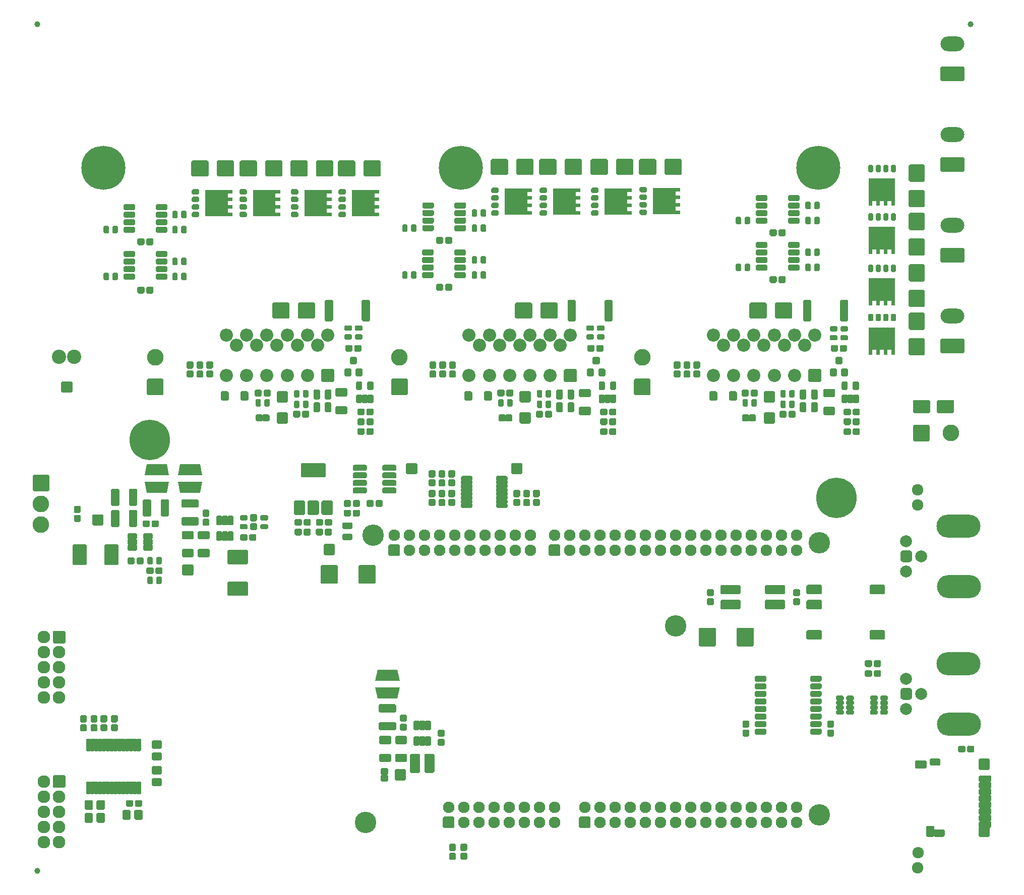
<source format=gbr>
%TF.GenerationSoftware,KiCad,Pcbnew,(5.1.12)-1*%
%TF.CreationDate,2023-01-04T10:21:47+01:00*%
%TF.ProjectId,current3Av2,63757272-656e-4743-9341-76322e6b6963,1.0*%
%TF.SameCoordinates,Original*%
%TF.FileFunction,Soldermask,Top*%
%TF.FilePolarity,Negative*%
%FSLAX46Y46*%
G04 Gerber Fmt 4.6, Leading zero omitted, Abs format (unit mm)*
G04 Created by KiCad (PCBNEW (5.1.12)-1) date 2023-01-04 10:21:47*
%MOMM*%
%LPD*%
G01*
G04 APERTURE LIST*
%ADD10C,7.400000*%
%ADD11C,0.100000*%
%ADD12C,2.800000*%
%ADD13C,2.000000*%
%ADD14O,7.400000X3.900000*%
%ADD15C,1.930000*%
%ADD16C,3.600000*%
%ADD17C,1.924000*%
%ADD18C,1.000000*%
%ADD19C,2.400000*%
%ADD20C,6.800000*%
%ADD21C,1.200000*%
%ADD22O,4.000000X2.480000*%
%ADD23O,2.127200X2.127200*%
%ADD24O,2.200000X2.200000*%
G04 APERTURE END LIST*
D10*
X14930000Y-27940000D03*
X134930000Y-27940000D03*
X74930000Y-27940000D03*
G36*
G01*
X28333000Y-94554000D02*
X29833000Y-94554000D01*
G75*
G02*
X30033000Y-94754000I0J-200000D01*
G01*
X30033000Y-96254000D01*
G75*
G02*
X29833000Y-96454000I-200000J0D01*
G01*
X28333000Y-96454000D01*
G75*
G02*
X28133000Y-96254000I0J200000D01*
G01*
X28133000Y-94754000D01*
G75*
G02*
X28333000Y-94554000I200000J0D01*
G01*
G37*
D11*
G36*
X147274000Y-42441000D02*
G01*
X147274000Y-41641000D01*
X146604000Y-41641000D01*
X146604000Y-42441000D01*
X146004000Y-42441000D01*
X146004000Y-41641000D01*
X145334000Y-41641000D01*
X145334000Y-42441000D01*
X144734000Y-42441000D01*
X144734000Y-41641000D01*
X144064000Y-41641000D01*
X144064000Y-42441000D01*
X143464000Y-42441000D01*
X143464000Y-37891000D01*
X147874000Y-37891000D01*
X147874000Y-42441000D01*
X147274000Y-42441000D01*
G37*
G36*
G01*
X143514000Y-35591000D02*
X144014000Y-35591000D01*
G75*
G02*
X144214000Y-35791000I0J-200000D01*
G01*
X144214000Y-36641000D01*
G75*
G02*
X144014000Y-36841000I-200000J0D01*
G01*
X143514000Y-36841000D01*
G75*
G02*
X143314000Y-36641000I0J200000D01*
G01*
X143314000Y-35791000D01*
G75*
G02*
X143514000Y-35591000I200000J0D01*
G01*
G37*
G36*
G01*
X144784000Y-35591000D02*
X145284000Y-35591000D01*
G75*
G02*
X145484000Y-35791000I0J-200000D01*
G01*
X145484000Y-36641000D01*
G75*
G02*
X145284000Y-36841000I-200000J0D01*
G01*
X144784000Y-36841000D01*
G75*
G02*
X144584000Y-36641000I0J200000D01*
G01*
X144584000Y-35791000D01*
G75*
G02*
X144784000Y-35591000I200000J0D01*
G01*
G37*
G36*
G01*
X146054000Y-35591000D02*
X146554000Y-35591000D01*
G75*
G02*
X146754000Y-35791000I0J-200000D01*
G01*
X146754000Y-36641000D01*
G75*
G02*
X146554000Y-36841000I-200000J0D01*
G01*
X146054000Y-36841000D01*
G75*
G02*
X145854000Y-36641000I0J200000D01*
G01*
X145854000Y-35791000D01*
G75*
G02*
X146054000Y-35591000I200000J0D01*
G01*
G37*
G36*
G01*
X147324000Y-35591000D02*
X147824000Y-35591000D01*
G75*
G02*
X148024000Y-35791000I0J-200000D01*
G01*
X148024000Y-36641000D01*
G75*
G02*
X147824000Y-36841000I-200000J0D01*
G01*
X147324000Y-36841000D01*
G75*
G02*
X147124000Y-36641000I0J200000D01*
G01*
X147124000Y-35791000D01*
G75*
G02*
X147324000Y-35591000I200000J0D01*
G01*
G37*
G36*
G01*
X152661000Y-55180000D02*
X150361000Y-55180000D01*
G75*
G02*
X150161000Y-54980000I0J200000D01*
G01*
X150161000Y-52480000D01*
G75*
G02*
X150361000Y-52280000I200000J0D01*
G01*
X152661000Y-52280000D01*
G75*
G02*
X152861000Y-52480000I0J-200000D01*
G01*
X152861000Y-54980000D01*
G75*
G02*
X152661000Y-55180000I-200000J0D01*
G01*
G37*
G36*
G01*
X152661000Y-59480000D02*
X150361000Y-59480000D01*
G75*
G02*
X150161000Y-59280000I0J200000D01*
G01*
X150161000Y-56780000D01*
G75*
G02*
X150361000Y-56580000I200000J0D01*
G01*
X152661000Y-56580000D01*
G75*
G02*
X152861000Y-56780000I0J-200000D01*
G01*
X152861000Y-59280000D01*
G75*
G02*
X152661000Y-59480000I-200000J0D01*
G01*
G37*
G36*
G01*
X152661000Y-47052000D02*
X150361000Y-47052000D01*
G75*
G02*
X150161000Y-46852000I0J200000D01*
G01*
X150161000Y-44352000D01*
G75*
G02*
X150361000Y-44152000I200000J0D01*
G01*
X152661000Y-44152000D01*
G75*
G02*
X152861000Y-44352000I0J-200000D01*
G01*
X152861000Y-46852000D01*
G75*
G02*
X152661000Y-47052000I-200000J0D01*
G01*
G37*
G36*
G01*
X152661000Y-51352000D02*
X150361000Y-51352000D01*
G75*
G02*
X150161000Y-51152000I0J200000D01*
G01*
X150161000Y-48652000D01*
G75*
G02*
X150361000Y-48452000I200000J0D01*
G01*
X152661000Y-48452000D01*
G75*
G02*
X152861000Y-48652000I0J-200000D01*
G01*
X152861000Y-51152000D01*
G75*
G02*
X152661000Y-51352000I-200000J0D01*
G01*
G37*
G36*
G01*
X152661000Y-30288000D02*
X150361000Y-30288000D01*
G75*
G02*
X150161000Y-30088000I0J200000D01*
G01*
X150161000Y-27588000D01*
G75*
G02*
X150361000Y-27388000I200000J0D01*
G01*
X152661000Y-27388000D01*
G75*
G02*
X152861000Y-27588000I0J-200000D01*
G01*
X152861000Y-30088000D01*
G75*
G02*
X152661000Y-30288000I-200000J0D01*
G01*
G37*
G36*
G01*
X152661000Y-34588000D02*
X150361000Y-34588000D01*
G75*
G02*
X150161000Y-34388000I0J200000D01*
G01*
X150161000Y-31888000D01*
G75*
G02*
X150361000Y-31688000I200000J0D01*
G01*
X152661000Y-31688000D01*
G75*
G02*
X152861000Y-31888000I0J-200000D01*
G01*
X152861000Y-34388000D01*
G75*
G02*
X152661000Y-34588000I-200000J0D01*
G01*
G37*
D12*
X105410000Y-59770000D03*
G36*
G01*
X106610000Y-66170000D02*
X104210000Y-66170000D01*
G75*
G02*
X104010000Y-65970000I0J200000D01*
G01*
X104010000Y-63570000D01*
G75*
G02*
X104210000Y-63370000I200000J0D01*
G01*
X106610000Y-63370000D01*
G75*
G02*
X106810000Y-63570000I0J-200000D01*
G01*
X106810000Y-65970000D01*
G75*
G02*
X106610000Y-66170000I-200000J0D01*
G01*
G37*
G36*
G01*
X139780000Y-57918000D02*
X139780000Y-58668000D01*
G75*
G02*
X139580000Y-58868000I-200000J0D01*
G01*
X138780000Y-58868000D01*
G75*
G02*
X138580000Y-58668000I0J200000D01*
G01*
X138580000Y-57918000D01*
G75*
G02*
X138780000Y-57718000I200000J0D01*
G01*
X139580000Y-57718000D01*
G75*
G02*
X139780000Y-57918000I0J-200000D01*
G01*
G37*
G36*
G01*
X138280000Y-57918000D02*
X138280000Y-58668000D01*
G75*
G02*
X138080000Y-58868000I-200000J0D01*
G01*
X137280000Y-58868000D01*
G75*
G02*
X137080000Y-58668000I0J200000D01*
G01*
X137080000Y-57918000D01*
G75*
G02*
X137280000Y-57718000I200000J0D01*
G01*
X138080000Y-57718000D01*
G75*
G02*
X138280000Y-57918000I0J-200000D01*
G01*
G37*
G36*
G01*
X138830000Y-60991000D02*
X138030000Y-60991000D01*
G75*
G02*
X137830000Y-60791000I0J200000D01*
G01*
X137830000Y-59891000D01*
G75*
G02*
X138030000Y-59691000I200000J0D01*
G01*
X138830000Y-59691000D01*
G75*
G02*
X139030000Y-59891000I0J-200000D01*
G01*
X139030000Y-60791000D01*
G75*
G02*
X138830000Y-60991000I-200000J0D01*
G01*
G37*
G36*
G01*
X139780000Y-62991000D02*
X138980000Y-62991000D01*
G75*
G02*
X138780000Y-62791000I0J200000D01*
G01*
X138780000Y-61891000D01*
G75*
G02*
X138980000Y-61691000I200000J0D01*
G01*
X139780000Y-61691000D01*
G75*
G02*
X139980000Y-61891000I0J-200000D01*
G01*
X139980000Y-62791000D01*
G75*
G02*
X139780000Y-62991000I-200000J0D01*
G01*
G37*
G36*
G01*
X137880000Y-62991000D02*
X137080000Y-62991000D01*
G75*
G02*
X136880000Y-62791000I0J200000D01*
G01*
X136880000Y-61891000D01*
G75*
G02*
X137080000Y-61691000I200000J0D01*
G01*
X137880000Y-61691000D01*
G75*
G02*
X138080000Y-61891000I0J-200000D01*
G01*
X138080000Y-62791000D01*
G75*
G02*
X137880000Y-62991000I-200000J0D01*
G01*
G37*
G36*
G01*
X129494000Y-65463000D02*
X129494000Y-66363000D01*
G75*
G02*
X129294000Y-66563000I-200000J0D01*
G01*
X128794000Y-66563000D01*
G75*
G02*
X128594000Y-66363000I0J200000D01*
G01*
X128594000Y-65463000D01*
G75*
G02*
X128794000Y-65263000I200000J0D01*
G01*
X129294000Y-65263000D01*
G75*
G02*
X129494000Y-65463000I0J-200000D01*
G01*
G37*
G36*
G01*
X130994000Y-65463000D02*
X130994000Y-66363000D01*
G75*
G02*
X130794000Y-66563000I-200000J0D01*
G01*
X130294000Y-66563000D01*
G75*
G02*
X130094000Y-66363000I0J200000D01*
G01*
X130094000Y-65463000D01*
G75*
G02*
X130294000Y-65263000I200000J0D01*
G01*
X130794000Y-65263000D01*
G75*
G02*
X130994000Y-65463000I0J-200000D01*
G01*
G37*
G36*
G01*
X135979000Y-68110000D02*
X137579000Y-68110000D01*
G75*
G02*
X137779000Y-68310000I0J-200000D01*
G01*
X137779000Y-69310000D01*
G75*
G02*
X137579000Y-69510000I-200000J0D01*
G01*
X135979000Y-69510000D01*
G75*
G02*
X135779000Y-69310000I0J200000D01*
G01*
X135779000Y-68310000D01*
G75*
G02*
X135979000Y-68110000I200000J0D01*
G01*
G37*
G36*
G01*
X135979000Y-65110000D02*
X137579000Y-65110000D01*
G75*
G02*
X137779000Y-65310000I0J-200000D01*
G01*
X137779000Y-66310000D01*
G75*
G02*
X137579000Y-66510000I-200000J0D01*
G01*
X135979000Y-66510000D01*
G75*
G02*
X135779000Y-66310000I0J200000D01*
G01*
X135779000Y-65310000D01*
G75*
G02*
X135979000Y-65110000I200000J0D01*
G01*
G37*
G36*
G01*
X124267000Y-70577000D02*
X123467000Y-70577000D01*
G75*
G02*
X123267000Y-70377000I0J200000D01*
G01*
X123267000Y-69577000D01*
G75*
G02*
X123467000Y-69377000I200000J0D01*
G01*
X124267000Y-69377000D01*
G75*
G02*
X124467000Y-69577000I0J-200000D01*
G01*
X124467000Y-70377000D01*
G75*
G02*
X124267000Y-70577000I-200000J0D01*
G01*
G37*
G36*
G01*
X123167000Y-70577000D02*
X122367000Y-70577000D01*
G75*
G02*
X122167000Y-70377000I0J200000D01*
G01*
X122167000Y-69577000D01*
G75*
G02*
X122367000Y-69377000I200000J0D01*
G01*
X123167000Y-69377000D01*
G75*
G02*
X123367000Y-69577000I0J-200000D01*
G01*
X123367000Y-70377000D01*
G75*
G02*
X123167000Y-70577000I-200000J0D01*
G01*
G37*
D11*
G36*
X147274000Y-51077000D02*
G01*
X147274000Y-50277000D01*
X146604000Y-50277000D01*
X146604000Y-51077000D01*
X146004000Y-51077000D01*
X146004000Y-50277000D01*
X145334000Y-50277000D01*
X145334000Y-51077000D01*
X144734000Y-51077000D01*
X144734000Y-50277000D01*
X144064000Y-50277000D01*
X144064000Y-51077000D01*
X143464000Y-51077000D01*
X143464000Y-46527000D01*
X147874000Y-46527000D01*
X147874000Y-51077000D01*
X147274000Y-51077000D01*
G37*
G36*
G01*
X143514000Y-44227000D02*
X144014000Y-44227000D01*
G75*
G02*
X144214000Y-44427000I0J-200000D01*
G01*
X144214000Y-45277000D01*
G75*
G02*
X144014000Y-45477000I-200000J0D01*
G01*
X143514000Y-45477000D01*
G75*
G02*
X143314000Y-45277000I0J200000D01*
G01*
X143314000Y-44427000D01*
G75*
G02*
X143514000Y-44227000I200000J0D01*
G01*
G37*
G36*
G01*
X144784000Y-44227000D02*
X145284000Y-44227000D01*
G75*
G02*
X145484000Y-44427000I0J-200000D01*
G01*
X145484000Y-45277000D01*
G75*
G02*
X145284000Y-45477000I-200000J0D01*
G01*
X144784000Y-45477000D01*
G75*
G02*
X144584000Y-45277000I0J200000D01*
G01*
X144584000Y-44427000D01*
G75*
G02*
X144784000Y-44227000I200000J0D01*
G01*
G37*
G36*
G01*
X146054000Y-44227000D02*
X146554000Y-44227000D01*
G75*
G02*
X146754000Y-44427000I0J-200000D01*
G01*
X146754000Y-45277000D01*
G75*
G02*
X146554000Y-45477000I-200000J0D01*
G01*
X146054000Y-45477000D01*
G75*
G02*
X145854000Y-45277000I0J200000D01*
G01*
X145854000Y-44427000D01*
G75*
G02*
X146054000Y-44227000I200000J0D01*
G01*
G37*
G36*
G01*
X147324000Y-44227000D02*
X147824000Y-44227000D01*
G75*
G02*
X148024000Y-44427000I0J-200000D01*
G01*
X148024000Y-45277000D01*
G75*
G02*
X147824000Y-45477000I-200000J0D01*
G01*
X147324000Y-45477000D01*
G75*
G02*
X147124000Y-45277000I0J200000D01*
G01*
X147124000Y-44427000D01*
G75*
G02*
X147324000Y-44227000I200000J0D01*
G01*
G37*
G36*
G01*
X139710000Y-65289000D02*
X139060000Y-65289000D01*
G75*
G02*
X138860000Y-65089000I0J200000D01*
G01*
X138860000Y-64029000D01*
G75*
G02*
X139060000Y-63829000I200000J0D01*
G01*
X139710000Y-63829000D01*
G75*
G02*
X139910000Y-64029000I0J-200000D01*
G01*
X139910000Y-65089000D01*
G75*
G02*
X139710000Y-65289000I-200000J0D01*
G01*
G37*
G36*
G01*
X141610000Y-65289000D02*
X140960000Y-65289000D01*
G75*
G02*
X140760000Y-65089000I0J200000D01*
G01*
X140760000Y-64029000D01*
G75*
G02*
X140960000Y-63829000I200000J0D01*
G01*
X141610000Y-63829000D01*
G75*
G02*
X141810000Y-64029000I0J-200000D01*
G01*
X141810000Y-65089000D01*
G75*
G02*
X141610000Y-65289000I-200000J0D01*
G01*
G37*
G36*
G01*
X141610000Y-67489000D02*
X140960000Y-67489000D01*
G75*
G02*
X140760000Y-67289000I0J200000D01*
G01*
X140760000Y-66229000D01*
G75*
G02*
X140960000Y-66029000I200000J0D01*
G01*
X141610000Y-66029000D01*
G75*
G02*
X141810000Y-66229000I0J-200000D01*
G01*
X141810000Y-67289000D01*
G75*
G02*
X141610000Y-67489000I-200000J0D01*
G01*
G37*
G36*
G01*
X140660000Y-67489000D02*
X140010000Y-67489000D01*
G75*
G02*
X139810000Y-67289000I0J200000D01*
G01*
X139810000Y-66229000D01*
G75*
G02*
X140010000Y-66029000I200000J0D01*
G01*
X140660000Y-66029000D01*
G75*
G02*
X140860000Y-66229000I0J-200000D01*
G01*
X140860000Y-67289000D01*
G75*
G02*
X140660000Y-67489000I-200000J0D01*
G01*
G37*
G36*
G01*
X139710000Y-67489000D02*
X139060000Y-67489000D01*
G75*
G02*
X138860000Y-67289000I0J200000D01*
G01*
X138860000Y-66229000D01*
G75*
G02*
X139060000Y-66029000I200000J0D01*
G01*
X139710000Y-66029000D01*
G75*
G02*
X139910000Y-66229000I0J-200000D01*
G01*
X139910000Y-67289000D01*
G75*
G02*
X139710000Y-67489000I-200000J0D01*
G01*
G37*
G36*
G01*
X129493000Y-46361000D02*
X129493000Y-47111000D01*
G75*
G02*
X129293000Y-47311000I-200000J0D01*
G01*
X128493000Y-47311000D01*
G75*
G02*
X128293000Y-47111000I0J200000D01*
G01*
X128293000Y-46361000D01*
G75*
G02*
X128493000Y-46161000I200000J0D01*
G01*
X129293000Y-46161000D01*
G75*
G02*
X129493000Y-46361000I0J-200000D01*
G01*
G37*
G36*
G01*
X127993000Y-46361000D02*
X127993000Y-47111000D01*
G75*
G02*
X127793000Y-47311000I-200000J0D01*
G01*
X126993000Y-47311000D01*
G75*
G02*
X126793000Y-47111000I0J200000D01*
G01*
X126793000Y-46361000D01*
G75*
G02*
X126993000Y-46161000I200000J0D01*
G01*
X127793000Y-46161000D01*
G75*
G02*
X127993000Y-46361000I0J-200000D01*
G01*
G37*
G36*
G01*
X129493000Y-38487000D02*
X129493000Y-39237000D01*
G75*
G02*
X129293000Y-39437000I-200000J0D01*
G01*
X128493000Y-39437000D01*
G75*
G02*
X128293000Y-39237000I0J200000D01*
G01*
X128293000Y-38487000D01*
G75*
G02*
X128493000Y-38287000I200000J0D01*
G01*
X129293000Y-38287000D01*
G75*
G02*
X129493000Y-38487000I0J-200000D01*
G01*
G37*
G36*
G01*
X127993000Y-38487000D02*
X127993000Y-39237000D01*
G75*
G02*
X127793000Y-39437000I-200000J0D01*
G01*
X126993000Y-39437000D01*
G75*
G02*
X126793000Y-39237000I0J200000D01*
G01*
X126793000Y-38487000D01*
G75*
G02*
X126993000Y-38287000I200000J0D01*
G01*
X127793000Y-38287000D01*
G75*
G02*
X127993000Y-38487000I0J-200000D01*
G01*
G37*
G36*
G01*
X133685000Y-33840000D02*
X133685000Y-34740000D01*
G75*
G02*
X133485000Y-34940000I-200000J0D01*
G01*
X132985000Y-34940000D01*
G75*
G02*
X132785000Y-34740000I0J200000D01*
G01*
X132785000Y-33840000D01*
G75*
G02*
X132985000Y-33640000I200000J0D01*
G01*
X133485000Y-33640000D01*
G75*
G02*
X133685000Y-33840000I0J-200000D01*
G01*
G37*
G36*
G01*
X135185000Y-33840000D02*
X135185000Y-34740000D01*
G75*
G02*
X134985000Y-34940000I-200000J0D01*
G01*
X134485000Y-34940000D01*
G75*
G02*
X134285000Y-34740000I0J200000D01*
G01*
X134285000Y-33840000D01*
G75*
G02*
X134485000Y-33640000I200000J0D01*
G01*
X134985000Y-33640000D01*
G75*
G02*
X135185000Y-33840000I0J-200000D01*
G01*
G37*
G36*
G01*
X133685000Y-36380000D02*
X133685000Y-37280000D01*
G75*
G02*
X133485000Y-37480000I-200000J0D01*
G01*
X132985000Y-37480000D01*
G75*
G02*
X132785000Y-37280000I0J200000D01*
G01*
X132785000Y-36380000D01*
G75*
G02*
X132985000Y-36180000I200000J0D01*
G01*
X133485000Y-36180000D01*
G75*
G02*
X133685000Y-36380000I0J-200000D01*
G01*
G37*
G36*
G01*
X135185000Y-36380000D02*
X135185000Y-37280000D01*
G75*
G02*
X134985000Y-37480000I-200000J0D01*
G01*
X134485000Y-37480000D01*
G75*
G02*
X134285000Y-37280000I0J200000D01*
G01*
X134285000Y-36380000D01*
G75*
G02*
X134485000Y-36180000I200000J0D01*
G01*
X134985000Y-36180000D01*
G75*
G02*
X135185000Y-36380000I0J-200000D01*
G01*
G37*
G36*
G01*
X129868000Y-33320000D02*
X129868000Y-32720000D01*
G75*
G02*
X130068000Y-32520000I200000J0D01*
G01*
X131618000Y-32520000D01*
G75*
G02*
X131818000Y-32720000I0J-200000D01*
G01*
X131818000Y-33320000D01*
G75*
G02*
X131618000Y-33520000I-200000J0D01*
G01*
X130068000Y-33520000D01*
G75*
G02*
X129868000Y-33320000I0J200000D01*
G01*
G37*
G36*
G01*
X129868000Y-34590000D02*
X129868000Y-33990000D01*
G75*
G02*
X130068000Y-33790000I200000J0D01*
G01*
X131618000Y-33790000D01*
G75*
G02*
X131818000Y-33990000I0J-200000D01*
G01*
X131818000Y-34590000D01*
G75*
G02*
X131618000Y-34790000I-200000J0D01*
G01*
X130068000Y-34790000D01*
G75*
G02*
X129868000Y-34590000I0J200000D01*
G01*
G37*
G36*
G01*
X129868000Y-35860000D02*
X129868000Y-35260000D01*
G75*
G02*
X130068000Y-35060000I200000J0D01*
G01*
X131618000Y-35060000D01*
G75*
G02*
X131818000Y-35260000I0J-200000D01*
G01*
X131818000Y-35860000D01*
G75*
G02*
X131618000Y-36060000I-200000J0D01*
G01*
X130068000Y-36060000D01*
G75*
G02*
X129868000Y-35860000I0J200000D01*
G01*
G37*
G36*
G01*
X129868000Y-37130000D02*
X129868000Y-36530000D01*
G75*
G02*
X130068000Y-36330000I200000J0D01*
G01*
X131618000Y-36330000D01*
G75*
G02*
X131818000Y-36530000I0J-200000D01*
G01*
X131818000Y-37130000D01*
G75*
G02*
X131618000Y-37330000I-200000J0D01*
G01*
X130068000Y-37330000D01*
G75*
G02*
X129868000Y-37130000I0J200000D01*
G01*
G37*
G36*
G01*
X124468000Y-37130000D02*
X124468000Y-36530000D01*
G75*
G02*
X124668000Y-36330000I200000J0D01*
G01*
X126218000Y-36330000D01*
G75*
G02*
X126418000Y-36530000I0J-200000D01*
G01*
X126418000Y-37130000D01*
G75*
G02*
X126218000Y-37330000I-200000J0D01*
G01*
X124668000Y-37330000D01*
G75*
G02*
X124468000Y-37130000I0J200000D01*
G01*
G37*
G36*
G01*
X124468000Y-35860000D02*
X124468000Y-35260000D01*
G75*
G02*
X124668000Y-35060000I200000J0D01*
G01*
X126218000Y-35060000D01*
G75*
G02*
X126418000Y-35260000I0J-200000D01*
G01*
X126418000Y-35860000D01*
G75*
G02*
X126218000Y-36060000I-200000J0D01*
G01*
X124668000Y-36060000D01*
G75*
G02*
X124468000Y-35860000I0J200000D01*
G01*
G37*
G36*
G01*
X124468000Y-34590000D02*
X124468000Y-33990000D01*
G75*
G02*
X124668000Y-33790000I200000J0D01*
G01*
X126218000Y-33790000D01*
G75*
G02*
X126418000Y-33990000I0J-200000D01*
G01*
X126418000Y-34590000D01*
G75*
G02*
X126218000Y-34790000I-200000J0D01*
G01*
X124668000Y-34790000D01*
G75*
G02*
X124468000Y-34590000I0J200000D01*
G01*
G37*
G36*
G01*
X124468000Y-33320000D02*
X124468000Y-32720000D01*
G75*
G02*
X124668000Y-32520000I200000J0D01*
G01*
X126218000Y-32520000D01*
G75*
G02*
X126418000Y-32720000I0J-200000D01*
G01*
X126418000Y-33320000D01*
G75*
G02*
X126218000Y-33520000I-200000J0D01*
G01*
X124668000Y-33520000D01*
G75*
G02*
X124468000Y-33320000I0J200000D01*
G01*
G37*
G36*
G01*
X24822000Y-66170000D02*
X22422000Y-66170000D01*
G75*
G02*
X22222000Y-65970000I0J200000D01*
G01*
X22222000Y-63570000D01*
G75*
G02*
X22422000Y-63370000I200000J0D01*
G01*
X24822000Y-63370000D01*
G75*
G02*
X25022000Y-63570000I0J-200000D01*
G01*
X25022000Y-65970000D01*
G75*
G02*
X24822000Y-66170000I-200000J0D01*
G01*
G37*
D12*
X23622000Y-59770000D03*
G36*
G01*
X33141000Y-63199000D02*
X32391000Y-63199000D01*
G75*
G02*
X32191000Y-62999000I0J200000D01*
G01*
X32191000Y-62199000D01*
G75*
G02*
X32391000Y-61999000I200000J0D01*
G01*
X33141000Y-61999000D01*
G75*
G02*
X33341000Y-62199000I0J-200000D01*
G01*
X33341000Y-62999000D01*
G75*
G02*
X33141000Y-63199000I-200000J0D01*
G01*
G37*
G36*
G01*
X33141000Y-61699000D02*
X32391000Y-61699000D01*
G75*
G02*
X32191000Y-61499000I0J200000D01*
G01*
X32191000Y-60699000D01*
G75*
G02*
X32391000Y-60499000I200000J0D01*
G01*
X33141000Y-60499000D01*
G75*
G02*
X33341000Y-60699000I0J-200000D01*
G01*
X33341000Y-61499000D01*
G75*
G02*
X33141000Y-61699000I-200000J0D01*
G01*
G37*
G36*
G01*
X24501000Y-127557000D02*
X23251000Y-127557000D01*
G75*
G02*
X23051000Y-127357000I0J200000D01*
G01*
X23051000Y-126357000D01*
G75*
G02*
X23251000Y-126157000I200000J0D01*
G01*
X24501000Y-126157000D01*
G75*
G02*
X24701000Y-126357000I0J-200000D01*
G01*
X24701000Y-127357000D01*
G75*
G02*
X24501000Y-127557000I-200000J0D01*
G01*
G37*
G36*
G01*
X24501000Y-125557000D02*
X23251000Y-125557000D01*
G75*
G02*
X23051000Y-125357000I0J200000D01*
G01*
X23051000Y-124357000D01*
G75*
G02*
X23251000Y-124157000I200000J0D01*
G01*
X24501000Y-124157000D01*
G75*
G02*
X24701000Y-124357000I0J-200000D01*
G01*
X24701000Y-125357000D01*
G75*
G02*
X24501000Y-125557000I-200000J0D01*
G01*
G37*
G36*
G01*
X60278000Y-70237000D02*
X60278000Y-70987000D01*
G75*
G02*
X60078000Y-71187000I-200000J0D01*
G01*
X59278000Y-71187000D01*
G75*
G02*
X59078000Y-70987000I0J200000D01*
G01*
X59078000Y-70237000D01*
G75*
G02*
X59278000Y-70037000I200000J0D01*
G01*
X60078000Y-70037000D01*
G75*
G02*
X60278000Y-70237000I0J-200000D01*
G01*
G37*
G36*
G01*
X58778000Y-70237000D02*
X58778000Y-70987000D01*
G75*
G02*
X58578000Y-71187000I-200000J0D01*
G01*
X57778000Y-71187000D01*
G75*
G02*
X57578000Y-70987000I0J200000D01*
G01*
X57578000Y-70237000D01*
G75*
G02*
X57778000Y-70037000I200000J0D01*
G01*
X58578000Y-70037000D01*
G75*
G02*
X58778000Y-70237000I0J-200000D01*
G01*
G37*
G36*
G01*
X56746000Y-57918000D02*
X56746000Y-58668000D01*
G75*
G02*
X56546000Y-58868000I-200000J0D01*
G01*
X55746000Y-58868000D01*
G75*
G02*
X55546000Y-58668000I0J200000D01*
G01*
X55546000Y-57918000D01*
G75*
G02*
X55746000Y-57718000I200000J0D01*
G01*
X56546000Y-57718000D01*
G75*
G02*
X56746000Y-57918000I0J-200000D01*
G01*
G37*
G36*
G01*
X58246000Y-57918000D02*
X58246000Y-58668000D01*
G75*
G02*
X58046000Y-58868000I-200000J0D01*
G01*
X57246000Y-58868000D01*
G75*
G02*
X57046000Y-58668000I0J200000D01*
G01*
X57046000Y-57918000D01*
G75*
G02*
X57246000Y-57718000I200000J0D01*
G01*
X58046000Y-57718000D01*
G75*
G02*
X58246000Y-57918000I0J-200000D01*
G01*
G37*
G36*
G01*
X24501000Y-129875000D02*
X23251000Y-129875000D01*
G75*
G02*
X23051000Y-129675000I0J200000D01*
G01*
X23051000Y-128675000D01*
G75*
G02*
X23251000Y-128475000I200000J0D01*
G01*
X24501000Y-128475000D01*
G75*
G02*
X24701000Y-128675000I0J-200000D01*
G01*
X24701000Y-129675000D01*
G75*
G02*
X24501000Y-129875000I-200000J0D01*
G01*
G37*
G36*
G01*
X24501000Y-131875000D02*
X23251000Y-131875000D01*
G75*
G02*
X23051000Y-131675000I0J200000D01*
G01*
X23051000Y-130675000D01*
G75*
G02*
X23251000Y-130475000I200000J0D01*
G01*
X24501000Y-130475000D01*
G75*
G02*
X24701000Y-130675000I0J-200000D01*
G01*
X24701000Y-131675000D01*
G75*
G02*
X24501000Y-131875000I-200000J0D01*
G01*
G37*
G36*
G01*
X22710000Y-87382000D02*
X22710000Y-88132000D01*
G75*
G02*
X22510000Y-88332000I-200000J0D01*
G01*
X21710000Y-88332000D01*
G75*
G02*
X21510000Y-88132000I0J200000D01*
G01*
X21510000Y-87382000D01*
G75*
G02*
X21710000Y-87182000I200000J0D01*
G01*
X22510000Y-87182000D01*
G75*
G02*
X22710000Y-87382000I0J-200000D01*
G01*
G37*
G36*
G01*
X24210000Y-87382000D02*
X24210000Y-88132000D01*
G75*
G02*
X24010000Y-88332000I-200000J0D01*
G01*
X23210000Y-88332000D01*
G75*
G02*
X23010000Y-88132000I0J200000D01*
G01*
X23010000Y-87382000D01*
G75*
G02*
X23210000Y-87182000I200000J0D01*
G01*
X24010000Y-87182000D01*
G75*
G02*
X24210000Y-87382000I0J-200000D01*
G01*
G37*
G36*
G01*
X65843000Y-66170000D02*
X63443000Y-66170000D01*
G75*
G02*
X63243000Y-65970000I0J200000D01*
G01*
X63243000Y-63570000D01*
G75*
G02*
X63443000Y-63370000I200000J0D01*
G01*
X65843000Y-63370000D01*
G75*
G02*
X66043000Y-63570000I0J-200000D01*
G01*
X66043000Y-65970000D01*
G75*
G02*
X65843000Y-66170000I-200000J0D01*
G01*
G37*
X64643000Y-59770000D03*
G36*
G01*
X99545000Y-70237000D02*
X99545000Y-70987000D01*
G75*
G02*
X99345000Y-71187000I-200000J0D01*
G01*
X98545000Y-71187000D01*
G75*
G02*
X98345000Y-70987000I0J200000D01*
G01*
X98345000Y-70237000D01*
G75*
G02*
X98545000Y-70037000I200000J0D01*
G01*
X99345000Y-70037000D01*
G75*
G02*
X99545000Y-70237000I0J-200000D01*
G01*
G37*
G36*
G01*
X101045000Y-70237000D02*
X101045000Y-70987000D01*
G75*
G02*
X100845000Y-71187000I-200000J0D01*
G01*
X100045000Y-71187000D01*
G75*
G02*
X99845000Y-70987000I0J200000D01*
G01*
X99845000Y-70237000D01*
G75*
G02*
X100045000Y-70037000I200000J0D01*
G01*
X100845000Y-70037000D01*
G75*
G02*
X101045000Y-70237000I0J-200000D01*
G01*
G37*
G36*
G01*
X101045000Y-68586000D02*
X101045000Y-69336000D01*
G75*
G02*
X100845000Y-69536000I-200000J0D01*
G01*
X100045000Y-69536000D01*
G75*
G02*
X99845000Y-69336000I0J200000D01*
G01*
X99845000Y-68586000D01*
G75*
G02*
X100045000Y-68386000I200000J0D01*
G01*
X100845000Y-68386000D01*
G75*
G02*
X101045000Y-68586000I0J-200000D01*
G01*
G37*
G36*
G01*
X99545000Y-68586000D02*
X99545000Y-69336000D01*
G75*
G02*
X99345000Y-69536000I-200000J0D01*
G01*
X98545000Y-69536000D01*
G75*
G02*
X98345000Y-69336000I0J200000D01*
G01*
X98345000Y-68586000D01*
G75*
G02*
X98545000Y-68386000I200000J0D01*
G01*
X99345000Y-68386000D01*
G75*
G02*
X99545000Y-68586000I0J-200000D01*
G01*
G37*
G36*
G01*
X54064000Y-67983000D02*
X55664000Y-67983000D01*
G75*
G02*
X55864000Y-68183000I0J-200000D01*
G01*
X55864000Y-69183000D01*
G75*
G02*
X55664000Y-69383000I-200000J0D01*
G01*
X54064000Y-69383000D01*
G75*
G02*
X53864000Y-69183000I0J200000D01*
G01*
X53864000Y-68183000D01*
G75*
G02*
X54064000Y-67983000I200000J0D01*
G01*
G37*
G36*
G01*
X54064000Y-64983000D02*
X55664000Y-64983000D01*
G75*
G02*
X55864000Y-65183000I0J-200000D01*
G01*
X55864000Y-66183000D01*
G75*
G02*
X55664000Y-66383000I-200000J0D01*
G01*
X54064000Y-66383000D01*
G75*
G02*
X53864000Y-66183000I0J200000D01*
G01*
X53864000Y-65183000D01*
G75*
G02*
X54064000Y-64983000I200000J0D01*
G01*
G37*
G36*
G01*
X19215000Y-84562000D02*
X19215000Y-82062000D01*
G75*
G02*
X19415000Y-81862000I200000J0D01*
G01*
X20415000Y-81862000D01*
G75*
G02*
X20615000Y-82062000I0J-200000D01*
G01*
X20615000Y-84562000D01*
G75*
G02*
X20415000Y-84762000I-200000J0D01*
G01*
X19415000Y-84762000D01*
G75*
G02*
X19215000Y-84562000I0J200000D01*
G01*
G37*
G36*
G01*
X16215000Y-84562000D02*
X16215000Y-82062000D01*
G75*
G02*
X16415000Y-81862000I200000J0D01*
G01*
X17415000Y-81862000D01*
G75*
G02*
X17615000Y-82062000I0J-200000D01*
G01*
X17615000Y-84562000D01*
G75*
G02*
X17415000Y-84762000I-200000J0D01*
G01*
X16415000Y-84762000D01*
G75*
G02*
X16215000Y-84562000I0J200000D01*
G01*
G37*
G36*
G01*
X11762000Y-137785000D02*
X11762000Y-136535000D01*
G75*
G02*
X11962000Y-136335000I200000J0D01*
G01*
X12962000Y-136335000D01*
G75*
G02*
X13162000Y-136535000I0J-200000D01*
G01*
X13162000Y-137785000D01*
G75*
G02*
X12962000Y-137985000I-200000J0D01*
G01*
X11962000Y-137985000D01*
G75*
G02*
X11762000Y-137785000I0J200000D01*
G01*
G37*
G36*
G01*
X13762000Y-137785000D02*
X13762000Y-136535000D01*
G75*
G02*
X13962000Y-136335000I200000J0D01*
G01*
X14962000Y-136335000D01*
G75*
G02*
X15162000Y-136535000I0J-200000D01*
G01*
X15162000Y-137785000D01*
G75*
G02*
X14962000Y-137985000I-200000J0D01*
G01*
X13962000Y-137985000D01*
G75*
G02*
X13762000Y-137785000I0J200000D01*
G01*
G37*
G36*
G01*
X39393000Y-90418000D02*
X39393000Y-89668000D01*
G75*
G02*
X39593000Y-89468000I200000J0D01*
G01*
X40393000Y-89468000D01*
G75*
G02*
X40593000Y-89668000I0J-200000D01*
G01*
X40593000Y-90418000D01*
G75*
G02*
X40393000Y-90618000I-200000J0D01*
G01*
X39593000Y-90618000D01*
G75*
G02*
X39393000Y-90418000I0J200000D01*
G01*
G37*
G36*
G01*
X37893000Y-90418000D02*
X37893000Y-89668000D01*
G75*
G02*
X38093000Y-89468000I200000J0D01*
G01*
X38893000Y-89468000D01*
G75*
G02*
X39093000Y-89668000I0J-200000D01*
G01*
X39093000Y-90418000D01*
G75*
G02*
X38893000Y-90618000I-200000J0D01*
G01*
X38093000Y-90618000D01*
G75*
G02*
X37893000Y-90418000I0J200000D01*
G01*
G37*
G36*
G01*
X141939000Y-70237000D02*
X141939000Y-70987000D01*
G75*
G02*
X141739000Y-71187000I-200000J0D01*
G01*
X140939000Y-71187000D01*
G75*
G02*
X140739000Y-70987000I0J200000D01*
G01*
X140739000Y-70237000D01*
G75*
G02*
X140939000Y-70037000I200000J0D01*
G01*
X141739000Y-70037000D01*
G75*
G02*
X141939000Y-70237000I0J-200000D01*
G01*
G37*
G36*
G01*
X140439000Y-70237000D02*
X140439000Y-70987000D01*
G75*
G02*
X140239000Y-71187000I-200000J0D01*
G01*
X139439000Y-71187000D01*
G75*
G02*
X139239000Y-70987000I0J200000D01*
G01*
X139239000Y-70237000D01*
G75*
G02*
X139439000Y-70037000I200000J0D01*
G01*
X140239000Y-70037000D01*
G75*
G02*
X140439000Y-70237000I0J-200000D01*
G01*
G37*
G36*
G01*
X141939000Y-68586000D02*
X141939000Y-69336000D01*
G75*
G02*
X141739000Y-69536000I-200000J0D01*
G01*
X140939000Y-69536000D01*
G75*
G02*
X140739000Y-69336000I0J200000D01*
G01*
X140739000Y-68586000D01*
G75*
G02*
X140939000Y-68386000I200000J0D01*
G01*
X141739000Y-68386000D01*
G75*
G02*
X141939000Y-68586000I0J-200000D01*
G01*
G37*
G36*
G01*
X140439000Y-68586000D02*
X140439000Y-69336000D01*
G75*
G02*
X140239000Y-69536000I-200000J0D01*
G01*
X139439000Y-69536000D01*
G75*
G02*
X139239000Y-69336000I0J200000D01*
G01*
X139239000Y-68586000D01*
G75*
G02*
X139439000Y-68386000I200000J0D01*
G01*
X140239000Y-68386000D01*
G75*
G02*
X140439000Y-68586000I0J-200000D01*
G01*
G37*
G36*
G01*
X40507000Y-87353000D02*
X39757000Y-87353000D01*
G75*
G02*
X39557000Y-87153000I0J200000D01*
G01*
X39557000Y-86353000D01*
G75*
G02*
X39757000Y-86153000I200000J0D01*
G01*
X40507000Y-86153000D01*
G75*
G02*
X40707000Y-86353000I0J-200000D01*
G01*
X40707000Y-87153000D01*
G75*
G02*
X40507000Y-87353000I-200000J0D01*
G01*
G37*
G36*
G01*
X40507000Y-88853000D02*
X39757000Y-88853000D01*
G75*
G02*
X39557000Y-88653000I0J200000D01*
G01*
X39557000Y-87853000D01*
G75*
G02*
X39757000Y-87653000I200000J0D01*
G01*
X40507000Y-87653000D01*
G75*
G02*
X40707000Y-87853000I0J-200000D01*
G01*
X40707000Y-88653000D01*
G75*
G02*
X40507000Y-88853000I-200000J0D01*
G01*
G37*
G36*
G01*
X48537000Y-87878000D02*
X48537000Y-87128000D01*
G75*
G02*
X48737000Y-86928000I200000J0D01*
G01*
X49537000Y-86928000D01*
G75*
G02*
X49737000Y-87128000I0J-200000D01*
G01*
X49737000Y-87878000D01*
G75*
G02*
X49537000Y-88078000I-200000J0D01*
G01*
X48737000Y-88078000D01*
G75*
G02*
X48537000Y-87878000I0J200000D01*
G01*
G37*
G36*
G01*
X47037000Y-87878000D02*
X47037000Y-87128000D01*
G75*
G02*
X47237000Y-86928000I200000J0D01*
G01*
X48037000Y-86928000D01*
G75*
G02*
X48237000Y-87128000I0J-200000D01*
G01*
X48237000Y-87878000D01*
G75*
G02*
X48037000Y-88078000I-200000J0D01*
G01*
X47237000Y-88078000D01*
G75*
G02*
X47037000Y-87878000I0J200000D01*
G01*
G37*
G36*
G01*
X21821000Y-48139000D02*
X21821000Y-48889000D01*
G75*
G02*
X21621000Y-49089000I-200000J0D01*
G01*
X20821000Y-49089000D01*
G75*
G02*
X20621000Y-48889000I0J200000D01*
G01*
X20621000Y-48139000D01*
G75*
G02*
X20821000Y-47939000I200000J0D01*
G01*
X21621000Y-47939000D01*
G75*
G02*
X21821000Y-48139000I0J-200000D01*
G01*
G37*
G36*
G01*
X23321000Y-48139000D02*
X23321000Y-48889000D01*
G75*
G02*
X23121000Y-49089000I-200000J0D01*
G01*
X22321000Y-49089000D01*
G75*
G02*
X22121000Y-48889000I0J200000D01*
G01*
X22121000Y-48139000D01*
G75*
G02*
X22321000Y-47939000I200000J0D01*
G01*
X23121000Y-47939000D01*
G75*
G02*
X23321000Y-48139000I0J-200000D01*
G01*
G37*
G36*
G01*
X29883000Y-93386000D02*
X28283000Y-93386000D01*
G75*
G02*
X28083000Y-93186000I0J200000D01*
G01*
X28083000Y-92186000D01*
G75*
G02*
X28283000Y-91986000I200000J0D01*
G01*
X29883000Y-91986000D01*
G75*
G02*
X30083000Y-92186000I0J-200000D01*
G01*
X30083000Y-93186000D01*
G75*
G02*
X29883000Y-93386000I-200000J0D01*
G01*
G37*
G36*
G01*
X29883000Y-90386000D02*
X28283000Y-90386000D01*
G75*
G02*
X28083000Y-90186000I0J200000D01*
G01*
X28083000Y-89186000D01*
G75*
G02*
X28283000Y-88986000I200000J0D01*
G01*
X29883000Y-88986000D01*
G75*
G02*
X30083000Y-89186000I0J-200000D01*
G01*
X30083000Y-90186000D01*
G75*
G02*
X29883000Y-90386000I-200000J0D01*
G01*
G37*
G36*
G01*
X71986000Y-47631000D02*
X71986000Y-48381000D01*
G75*
G02*
X71786000Y-48581000I-200000J0D01*
G01*
X70986000Y-48581000D01*
G75*
G02*
X70786000Y-48381000I0J200000D01*
G01*
X70786000Y-47631000D01*
G75*
G02*
X70986000Y-47431000I200000J0D01*
G01*
X71786000Y-47431000D01*
G75*
G02*
X71986000Y-47631000I0J-200000D01*
G01*
G37*
G36*
G01*
X73486000Y-47631000D02*
X73486000Y-48381000D01*
G75*
G02*
X73286000Y-48581000I-200000J0D01*
G01*
X72486000Y-48581000D01*
G75*
G02*
X72286000Y-48381000I0J200000D01*
G01*
X72286000Y-47631000D01*
G75*
G02*
X72486000Y-47431000I200000J0D01*
G01*
X73286000Y-47431000D01*
G75*
G02*
X73486000Y-47631000I0J-200000D01*
G01*
G37*
G36*
G01*
X65697000Y-127803000D02*
X64097000Y-127803000D01*
G75*
G02*
X63897000Y-127603000I0J200000D01*
G01*
X63897000Y-126603000D01*
G75*
G02*
X64097000Y-126403000I200000J0D01*
G01*
X65697000Y-126403000D01*
G75*
G02*
X65897000Y-126603000I0J-200000D01*
G01*
X65897000Y-127603000D01*
G75*
G02*
X65697000Y-127803000I-200000J0D01*
G01*
G37*
G36*
G01*
X65697000Y-124803000D02*
X64097000Y-124803000D01*
G75*
G02*
X63897000Y-124603000I0J200000D01*
G01*
X63897000Y-123603000D01*
G75*
G02*
X64097000Y-123403000I200000J0D01*
G01*
X65697000Y-123403000D01*
G75*
G02*
X65897000Y-123603000I0J-200000D01*
G01*
X65897000Y-124603000D01*
G75*
G02*
X65697000Y-124803000I-200000J0D01*
G01*
G37*
G36*
G01*
X63030000Y-127803000D02*
X61430000Y-127803000D01*
G75*
G02*
X61230000Y-127603000I0J200000D01*
G01*
X61230000Y-126603000D01*
G75*
G02*
X61430000Y-126403000I200000J0D01*
G01*
X63030000Y-126403000D01*
G75*
G02*
X63230000Y-126603000I0J-200000D01*
G01*
X63230000Y-127603000D01*
G75*
G02*
X63030000Y-127803000I-200000J0D01*
G01*
G37*
G36*
G01*
X63030000Y-124803000D02*
X61430000Y-124803000D01*
G75*
G02*
X61230000Y-124603000I0J200000D01*
G01*
X61230000Y-123603000D01*
G75*
G02*
X61430000Y-123403000I200000J0D01*
G01*
X63030000Y-123403000D01*
G75*
G02*
X63230000Y-123603000I0J-200000D01*
G01*
X63230000Y-124603000D01*
G75*
G02*
X63030000Y-124803000I-200000J0D01*
G01*
G37*
G36*
G01*
X83953000Y-82089000D02*
X84703000Y-82089000D01*
G75*
G02*
X84903000Y-82289000I0J-200000D01*
G01*
X84903000Y-83089000D01*
G75*
G02*
X84703000Y-83289000I-200000J0D01*
G01*
X83953000Y-83289000D01*
G75*
G02*
X83753000Y-83089000I0J200000D01*
G01*
X83753000Y-82289000D01*
G75*
G02*
X83953000Y-82089000I200000J0D01*
G01*
G37*
G36*
G01*
X83953000Y-83589000D02*
X84703000Y-83589000D01*
G75*
G02*
X84903000Y-83789000I0J-200000D01*
G01*
X84903000Y-84589000D01*
G75*
G02*
X84703000Y-84789000I-200000J0D01*
G01*
X83953000Y-84789000D01*
G75*
G02*
X83753000Y-84589000I0J200000D01*
G01*
X83753000Y-83789000D01*
G75*
G02*
X83953000Y-83589000I200000J0D01*
G01*
G37*
G36*
G01*
X72130000Y-79987000D02*
X71380000Y-79987000D01*
G75*
G02*
X71180000Y-79787000I0J200000D01*
G01*
X71180000Y-78987000D01*
G75*
G02*
X71380000Y-78787000I200000J0D01*
G01*
X72130000Y-78787000D01*
G75*
G02*
X72330000Y-78987000I0J-200000D01*
G01*
X72330000Y-79787000D01*
G75*
G02*
X72130000Y-79987000I-200000J0D01*
G01*
G37*
G36*
G01*
X72130000Y-81487000D02*
X71380000Y-81487000D01*
G75*
G02*
X71180000Y-81287000I0J200000D01*
G01*
X71180000Y-80487000D01*
G75*
G02*
X71380000Y-80287000I200000J0D01*
G01*
X72130000Y-80287000D01*
G75*
G02*
X72330000Y-80487000I0J-200000D01*
G01*
X72330000Y-81287000D01*
G75*
G02*
X72130000Y-81487000I-200000J0D01*
G01*
G37*
G36*
G01*
X75063000Y-143025000D02*
X75813000Y-143025000D01*
G75*
G02*
X76013000Y-143225000I0J-200000D01*
G01*
X76013000Y-144025000D01*
G75*
G02*
X75813000Y-144225000I-200000J0D01*
G01*
X75063000Y-144225000D01*
G75*
G02*
X74863000Y-144025000I0J200000D01*
G01*
X74863000Y-143225000D01*
G75*
G02*
X75063000Y-143025000I200000J0D01*
G01*
G37*
G36*
G01*
X75063000Y-141525000D02*
X75813000Y-141525000D01*
G75*
G02*
X76013000Y-141725000I0J-200000D01*
G01*
X76013000Y-142525000D01*
G75*
G02*
X75813000Y-142725000I-200000J0D01*
G01*
X75063000Y-142725000D01*
G75*
G02*
X74863000Y-142525000I0J200000D01*
G01*
X74863000Y-141725000D01*
G75*
G02*
X75063000Y-141525000I200000J0D01*
G01*
G37*
G36*
G01*
X71380000Y-83589000D02*
X72130000Y-83589000D01*
G75*
G02*
X72330000Y-83789000I0J-200000D01*
G01*
X72330000Y-84589000D01*
G75*
G02*
X72130000Y-84789000I-200000J0D01*
G01*
X71380000Y-84789000D01*
G75*
G02*
X71180000Y-84589000I0J200000D01*
G01*
X71180000Y-83789000D01*
G75*
G02*
X71380000Y-83589000I200000J0D01*
G01*
G37*
G36*
G01*
X71380000Y-82089000D02*
X72130000Y-82089000D01*
G75*
G02*
X72330000Y-82289000I0J-200000D01*
G01*
X72330000Y-83089000D01*
G75*
G02*
X72130000Y-83289000I-200000J0D01*
G01*
X71380000Y-83289000D01*
G75*
G02*
X71180000Y-83089000I0J200000D01*
G01*
X71180000Y-82289000D01*
G75*
G02*
X71380000Y-82089000I200000J0D01*
G01*
G37*
G36*
G01*
X159654000Y-125228000D02*
X159654000Y-125978000D01*
G75*
G02*
X159454000Y-126178000I-200000J0D01*
G01*
X158654000Y-126178000D01*
G75*
G02*
X158454000Y-125978000I0J200000D01*
G01*
X158454000Y-125228000D01*
G75*
G02*
X158654000Y-125028000I200000J0D01*
G01*
X159454000Y-125028000D01*
G75*
G02*
X159654000Y-125228000I0J-200000D01*
G01*
G37*
G36*
G01*
X161154000Y-125228000D02*
X161154000Y-125978000D01*
G75*
G02*
X160954000Y-126178000I-200000J0D01*
G01*
X160154000Y-126178000D01*
G75*
G02*
X159954000Y-125978000I0J200000D01*
G01*
X159954000Y-125228000D01*
G75*
G02*
X160154000Y-125028000I200000J0D01*
G01*
X160954000Y-125028000D01*
G75*
G02*
X161154000Y-125228000I0J-200000D01*
G01*
G37*
G36*
G01*
X14611000Y-119935000D02*
X15361000Y-119935000D01*
G75*
G02*
X15561000Y-120135000I0J-200000D01*
G01*
X15561000Y-120935000D01*
G75*
G02*
X15361000Y-121135000I-200000J0D01*
G01*
X14611000Y-121135000D01*
G75*
G02*
X14411000Y-120935000I0J200000D01*
G01*
X14411000Y-120135000D01*
G75*
G02*
X14611000Y-119935000I200000J0D01*
G01*
G37*
G36*
G01*
X14611000Y-121435000D02*
X15361000Y-121435000D01*
G75*
G02*
X15561000Y-121635000I0J-200000D01*
G01*
X15561000Y-122435000D01*
G75*
G02*
X15361000Y-122635000I-200000J0D01*
G01*
X14611000Y-122635000D01*
G75*
G02*
X14411000Y-122435000I0J200000D01*
G01*
X14411000Y-121635000D01*
G75*
G02*
X14611000Y-121435000I200000J0D01*
G01*
G37*
G36*
G01*
X56346000Y-62991000D02*
X55546000Y-62991000D01*
G75*
G02*
X55346000Y-62791000I0J200000D01*
G01*
X55346000Y-61891000D01*
G75*
G02*
X55546000Y-61691000I200000J0D01*
G01*
X56346000Y-61691000D01*
G75*
G02*
X56546000Y-61891000I0J-200000D01*
G01*
X56546000Y-62791000D01*
G75*
G02*
X56346000Y-62991000I-200000J0D01*
G01*
G37*
G36*
G01*
X58246000Y-62991000D02*
X57446000Y-62991000D01*
G75*
G02*
X57246000Y-62791000I0J200000D01*
G01*
X57246000Y-61891000D01*
G75*
G02*
X57446000Y-61691000I200000J0D01*
G01*
X58246000Y-61691000D01*
G75*
G02*
X58446000Y-61891000I0J-200000D01*
G01*
X58446000Y-62791000D01*
G75*
G02*
X58246000Y-62991000I-200000J0D01*
G01*
G37*
G36*
G01*
X57296000Y-60991000D02*
X56496000Y-60991000D01*
G75*
G02*
X56296000Y-60791000I0J200000D01*
G01*
X56296000Y-59891000D01*
G75*
G02*
X56496000Y-59691000I200000J0D01*
G01*
X57296000Y-59691000D01*
G75*
G02*
X57496000Y-59891000I0J-200000D01*
G01*
X57496000Y-60791000D01*
G75*
G02*
X57296000Y-60991000I-200000J0D01*
G01*
G37*
G36*
G01*
X49211000Y-26917000D02*
X49211000Y-29217000D01*
G75*
G02*
X49011000Y-29417000I-200000J0D01*
G01*
X46511000Y-29417000D01*
G75*
G02*
X46311000Y-29217000I0J200000D01*
G01*
X46311000Y-26917000D01*
G75*
G02*
X46511000Y-26717000I200000J0D01*
G01*
X49011000Y-26717000D01*
G75*
G02*
X49211000Y-26917000I0J-200000D01*
G01*
G37*
G36*
G01*
X53511000Y-26917000D02*
X53511000Y-29217000D01*
G75*
G02*
X53311000Y-29417000I-200000J0D01*
G01*
X50811000Y-29417000D01*
G75*
G02*
X50611000Y-29217000I0J200000D01*
G01*
X50611000Y-26917000D01*
G75*
G02*
X50811000Y-26717000I200000J0D01*
G01*
X53311000Y-26717000D01*
G75*
G02*
X53511000Y-26917000I0J-200000D01*
G01*
G37*
G36*
G01*
X75551000Y-66894000D02*
X75551000Y-65694000D01*
G75*
G02*
X75751000Y-65494000I200000J0D01*
G01*
X76651000Y-65494000D01*
G75*
G02*
X76851000Y-65694000I0J-200000D01*
G01*
X76851000Y-66894000D01*
G75*
G02*
X76651000Y-67094000I-200000J0D01*
G01*
X75751000Y-67094000D01*
G75*
G02*
X75551000Y-66894000I0J200000D01*
G01*
G37*
G36*
G01*
X78851000Y-66894000D02*
X78851000Y-65694000D01*
G75*
G02*
X79051000Y-65494000I200000J0D01*
G01*
X79951000Y-65494000D01*
G75*
G02*
X80151000Y-65694000I0J-200000D01*
G01*
X80151000Y-66894000D01*
G75*
G02*
X79951000Y-67094000I-200000J0D01*
G01*
X79051000Y-67094000D01*
G75*
G02*
X78851000Y-66894000I0J200000D01*
G01*
G37*
G36*
G01*
X45002000Y-26917000D02*
X45002000Y-29217000D01*
G75*
G02*
X44802000Y-29417000I-200000J0D01*
G01*
X42302000Y-29417000D01*
G75*
G02*
X42102000Y-29217000I0J200000D01*
G01*
X42102000Y-26917000D01*
G75*
G02*
X42302000Y-26717000I200000J0D01*
G01*
X44802000Y-26717000D01*
G75*
G02*
X45002000Y-26917000I0J-200000D01*
G01*
G37*
G36*
G01*
X40702000Y-26917000D02*
X40702000Y-29217000D01*
G75*
G02*
X40502000Y-29417000I-200000J0D01*
G01*
X38002000Y-29417000D01*
G75*
G02*
X37802000Y-29217000I0J200000D01*
G01*
X37802000Y-26917000D01*
G75*
G02*
X38002000Y-26717000I200000J0D01*
G01*
X40502000Y-26717000D01*
G75*
G02*
X40702000Y-26917000I0J-200000D01*
G01*
G37*
G36*
G01*
X37957000Y-66894000D02*
X37957000Y-65694000D01*
G75*
G02*
X38157000Y-65494000I200000J0D01*
G01*
X39057000Y-65494000D01*
G75*
G02*
X39257000Y-65694000I0J-200000D01*
G01*
X39257000Y-66894000D01*
G75*
G02*
X39057000Y-67094000I-200000J0D01*
G01*
X38157000Y-67094000D01*
G75*
G02*
X37957000Y-66894000I0J200000D01*
G01*
G37*
G36*
G01*
X34657000Y-66894000D02*
X34657000Y-65694000D01*
G75*
G02*
X34857000Y-65494000I200000J0D01*
G01*
X35757000Y-65494000D01*
G75*
G02*
X35957000Y-65694000I0J-200000D01*
G01*
X35957000Y-66894000D01*
G75*
G02*
X35757000Y-67094000I-200000J0D01*
G01*
X34857000Y-67094000D01*
G75*
G02*
X34657000Y-66894000I0J200000D01*
G01*
G37*
G36*
G01*
X84030000Y-53093000D02*
X84030000Y-50793000D01*
G75*
G02*
X84230000Y-50593000I200000J0D01*
G01*
X86730000Y-50593000D01*
G75*
G02*
X86930000Y-50793000I0J-200000D01*
G01*
X86930000Y-53093000D01*
G75*
G02*
X86730000Y-53293000I-200000J0D01*
G01*
X84230000Y-53293000D01*
G75*
G02*
X84030000Y-53093000I0J200000D01*
G01*
G37*
G36*
G01*
X88330000Y-53093000D02*
X88330000Y-50793000D01*
G75*
G02*
X88530000Y-50593000I200000J0D01*
G01*
X91030000Y-50593000D01*
G75*
G02*
X91230000Y-50793000I0J-200000D01*
G01*
X91230000Y-53093000D01*
G75*
G02*
X91030000Y-53293000I-200000J0D01*
G01*
X88530000Y-53293000D01*
G75*
G02*
X88330000Y-53093000I0J200000D01*
G01*
G37*
G36*
G01*
X127700000Y-53093000D02*
X127700000Y-50793000D01*
G75*
G02*
X127900000Y-50593000I200000J0D01*
G01*
X130400000Y-50593000D01*
G75*
G02*
X130600000Y-50793000I0J-200000D01*
G01*
X130600000Y-53093000D01*
G75*
G02*
X130400000Y-53293000I-200000J0D01*
G01*
X127900000Y-53293000D01*
G75*
G02*
X127700000Y-53093000I0J200000D01*
G01*
G37*
G36*
G01*
X123400000Y-53093000D02*
X123400000Y-50793000D01*
G75*
G02*
X123600000Y-50593000I200000J0D01*
G01*
X126100000Y-50593000D01*
G75*
G02*
X126300000Y-50793000I0J-200000D01*
G01*
X126300000Y-53093000D01*
G75*
G02*
X126100000Y-53293000I-200000J0D01*
G01*
X123600000Y-53293000D01*
G75*
G02*
X123400000Y-53093000I0J200000D01*
G01*
G37*
G36*
G01*
X95294000Y-26663000D02*
X95294000Y-28963000D01*
G75*
G02*
X95094000Y-29163000I-200000J0D01*
G01*
X92594000Y-29163000D01*
G75*
G02*
X92394000Y-28963000I0J200000D01*
G01*
X92394000Y-26663000D01*
G75*
G02*
X92594000Y-26463000I200000J0D01*
G01*
X95094000Y-26463000D01*
G75*
G02*
X95294000Y-26663000I0J-200000D01*
G01*
G37*
G36*
G01*
X90994000Y-26663000D02*
X90994000Y-28963000D01*
G75*
G02*
X90794000Y-29163000I-200000J0D01*
G01*
X88294000Y-29163000D01*
G75*
G02*
X88094000Y-28963000I0J200000D01*
G01*
X88094000Y-26663000D01*
G75*
G02*
X88294000Y-26463000I200000J0D01*
G01*
X90794000Y-26463000D01*
G75*
G02*
X90994000Y-26663000I0J-200000D01*
G01*
G37*
G36*
G01*
X87166000Y-26663000D02*
X87166000Y-28963000D01*
G75*
G02*
X86966000Y-29163000I-200000J0D01*
G01*
X84466000Y-29163000D01*
G75*
G02*
X84266000Y-28963000I0J200000D01*
G01*
X84266000Y-26663000D01*
G75*
G02*
X84466000Y-26463000I200000J0D01*
G01*
X86966000Y-26463000D01*
G75*
G02*
X87166000Y-26663000I0J-200000D01*
G01*
G37*
G36*
G01*
X82866000Y-26663000D02*
X82866000Y-28963000D01*
G75*
G02*
X82666000Y-29163000I-200000J0D01*
G01*
X80166000Y-29163000D01*
G75*
G02*
X79966000Y-28963000I0J200000D01*
G01*
X79966000Y-26663000D01*
G75*
G02*
X80166000Y-26463000I200000J0D01*
G01*
X82666000Y-26463000D01*
G75*
G02*
X82866000Y-26663000I0J-200000D01*
G01*
G37*
G36*
G01*
X152661000Y-38416000D02*
X150361000Y-38416000D01*
G75*
G02*
X150161000Y-38216000I0J200000D01*
G01*
X150161000Y-35716000D01*
G75*
G02*
X150361000Y-35516000I200000J0D01*
G01*
X152661000Y-35516000D01*
G75*
G02*
X152861000Y-35716000I0J-200000D01*
G01*
X152861000Y-38216000D01*
G75*
G02*
X152661000Y-38416000I-200000J0D01*
G01*
G37*
G36*
G01*
X152661000Y-42716000D02*
X150361000Y-42716000D01*
G75*
G02*
X150161000Y-42516000I0J200000D01*
G01*
X150161000Y-40016000D01*
G75*
G02*
X150361000Y-39816000I200000J0D01*
G01*
X152661000Y-39816000D01*
G75*
G02*
X152861000Y-40016000I0J-200000D01*
G01*
X152861000Y-42516000D01*
G75*
G02*
X152661000Y-42716000I-200000J0D01*
G01*
G37*
G36*
G01*
X44008000Y-67171000D02*
X44008000Y-65671000D01*
G75*
G02*
X44208000Y-65471000I200000J0D01*
G01*
X45708000Y-65471000D01*
G75*
G02*
X45908000Y-65671000I0J-200000D01*
G01*
X45908000Y-67171000D01*
G75*
G02*
X45708000Y-67371000I-200000J0D01*
G01*
X44208000Y-67371000D01*
G75*
G02*
X44008000Y-67171000I0J200000D01*
G01*
G37*
G36*
G01*
X125796000Y-67171000D02*
X125796000Y-65671000D01*
G75*
G02*
X125996000Y-65471000I200000J0D01*
G01*
X127496000Y-65471000D01*
G75*
G02*
X127696000Y-65671000I0J-200000D01*
G01*
X127696000Y-67171000D01*
G75*
G02*
X127496000Y-67371000I-200000J0D01*
G01*
X125996000Y-67371000D01*
G75*
G02*
X125796000Y-67171000I0J200000D01*
G01*
G37*
G36*
G01*
X3245000Y-79499000D02*
X5645000Y-79499000D01*
G75*
G02*
X5845000Y-79699000I0J-200000D01*
G01*
X5845000Y-82099000D01*
G75*
G02*
X5645000Y-82299000I-200000J0D01*
G01*
X3245000Y-82299000D01*
G75*
G02*
X3045000Y-82099000I0J200000D01*
G01*
X3045000Y-79699000D01*
G75*
G02*
X3245000Y-79499000I200000J0D01*
G01*
G37*
X4445000Y-84399000D03*
X4445000Y-87899000D03*
G36*
G01*
X163840000Y-138853000D02*
X162090000Y-138853000D01*
G75*
G02*
X161890000Y-138653000I0J200000D01*
G01*
X161890000Y-137953000D01*
G75*
G02*
X162090000Y-137753000I200000J0D01*
G01*
X163840000Y-137753000D01*
G75*
G02*
X164040000Y-137953000I0J-200000D01*
G01*
X164040000Y-138653000D01*
G75*
G02*
X163840000Y-138853000I-200000J0D01*
G01*
G37*
G36*
G01*
X163590000Y-140353000D02*
X162090000Y-140353000D01*
G75*
G02*
X161890000Y-140153000I0J200000D01*
G01*
X161890000Y-138853000D01*
G75*
G02*
X162090000Y-138653000I200000J0D01*
G01*
X163590000Y-138653000D01*
G75*
G02*
X163790000Y-138853000I0J-200000D01*
G01*
X163790000Y-140153000D01*
G75*
G02*
X163590000Y-140353000I-200000J0D01*
G01*
G37*
G36*
G01*
X155990000Y-140353000D02*
X154490000Y-140353000D01*
G75*
G02*
X154290000Y-140153000I0J200000D01*
G01*
X154290000Y-139353000D01*
G75*
G02*
X154490000Y-139153000I200000J0D01*
G01*
X155990000Y-139153000D01*
G75*
G02*
X156190000Y-139353000I0J-200000D01*
G01*
X156190000Y-140153000D01*
G75*
G02*
X155990000Y-140353000I-200000J0D01*
G01*
G37*
G36*
G01*
X154240000Y-140353000D02*
X153240000Y-140353000D01*
G75*
G02*
X153040000Y-140153000I0J200000D01*
G01*
X153040000Y-138703000D01*
G75*
G02*
X153240000Y-138503000I200000J0D01*
G01*
X154240000Y-138503000D01*
G75*
G02*
X154440000Y-138703000I0J-200000D01*
G01*
X154440000Y-140153000D01*
G75*
G02*
X154240000Y-140353000I-200000J0D01*
G01*
G37*
G36*
G01*
X155290000Y-128403000D02*
X153890000Y-128403000D01*
G75*
G02*
X153690000Y-128203000I0J200000D01*
G01*
X153690000Y-127403000D01*
G75*
G02*
X153890000Y-127203000I200000J0D01*
G01*
X155290000Y-127203000D01*
G75*
G02*
X155490000Y-127403000I0J-200000D01*
G01*
X155490000Y-128203000D01*
G75*
G02*
X155290000Y-128403000I-200000J0D01*
G01*
G37*
G36*
G01*
X163840000Y-137753000D02*
X162090000Y-137753000D01*
G75*
G02*
X161890000Y-137553000I0J200000D01*
G01*
X161890000Y-136853000D01*
G75*
G02*
X162090000Y-136653000I200000J0D01*
G01*
X163840000Y-136653000D01*
G75*
G02*
X164040000Y-136853000I0J-200000D01*
G01*
X164040000Y-137553000D01*
G75*
G02*
X163840000Y-137753000I-200000J0D01*
G01*
G37*
G36*
G01*
X163840000Y-136653000D02*
X162090000Y-136653000D01*
G75*
G02*
X161890000Y-136453000I0J200000D01*
G01*
X161890000Y-135753000D01*
G75*
G02*
X162090000Y-135553000I200000J0D01*
G01*
X163840000Y-135553000D01*
G75*
G02*
X164040000Y-135753000I0J-200000D01*
G01*
X164040000Y-136453000D01*
G75*
G02*
X163840000Y-136653000I-200000J0D01*
G01*
G37*
G36*
G01*
X163840000Y-135553000D02*
X162090000Y-135553000D01*
G75*
G02*
X161890000Y-135353000I0J200000D01*
G01*
X161890000Y-134653000D01*
G75*
G02*
X162090000Y-134453000I200000J0D01*
G01*
X163840000Y-134453000D01*
G75*
G02*
X164040000Y-134653000I0J-200000D01*
G01*
X164040000Y-135353000D01*
G75*
G02*
X163840000Y-135553000I-200000J0D01*
G01*
G37*
G36*
G01*
X163840000Y-134453000D02*
X162090000Y-134453000D01*
G75*
G02*
X161890000Y-134253000I0J200000D01*
G01*
X161890000Y-133553000D01*
G75*
G02*
X162090000Y-133353000I200000J0D01*
G01*
X163840000Y-133353000D01*
G75*
G02*
X164040000Y-133553000I0J-200000D01*
G01*
X164040000Y-134253000D01*
G75*
G02*
X163840000Y-134453000I-200000J0D01*
G01*
G37*
G36*
G01*
X163840000Y-133353000D02*
X162090000Y-133353000D01*
G75*
G02*
X161890000Y-133153000I0J200000D01*
G01*
X161890000Y-132453000D01*
G75*
G02*
X162090000Y-132253000I200000J0D01*
G01*
X163840000Y-132253000D01*
G75*
G02*
X164040000Y-132453000I0J-200000D01*
G01*
X164040000Y-133153000D01*
G75*
G02*
X163840000Y-133353000I-200000J0D01*
G01*
G37*
G36*
G01*
X163840000Y-132253000D02*
X162090000Y-132253000D01*
G75*
G02*
X161890000Y-132053000I0J200000D01*
G01*
X161890000Y-131353000D01*
G75*
G02*
X162090000Y-131153000I200000J0D01*
G01*
X163840000Y-131153000D01*
G75*
G02*
X164040000Y-131353000I0J-200000D01*
G01*
X164040000Y-132053000D01*
G75*
G02*
X163840000Y-132253000I-200000J0D01*
G01*
G37*
G36*
G01*
X163840000Y-131153000D02*
X162090000Y-131153000D01*
G75*
G02*
X161890000Y-130953000I0J200000D01*
G01*
X161890000Y-130253000D01*
G75*
G02*
X162090000Y-130053000I200000J0D01*
G01*
X163840000Y-130053000D01*
G75*
G02*
X164040000Y-130253000I0J-200000D01*
G01*
X164040000Y-130953000D01*
G75*
G02*
X163840000Y-131153000I-200000J0D01*
G01*
G37*
G36*
G01*
X163590000Y-129103000D02*
X162090000Y-129103000D01*
G75*
G02*
X161890000Y-128903000I0J200000D01*
G01*
X161890000Y-127403000D01*
G75*
G02*
X162090000Y-127203000I200000J0D01*
G01*
X163590000Y-127203000D01*
G75*
G02*
X163790000Y-127403000I0J-200000D01*
G01*
X163790000Y-128903000D01*
G75*
G02*
X163590000Y-129103000I-200000J0D01*
G01*
G37*
G36*
G01*
X152940000Y-128903000D02*
X151390000Y-128903000D01*
G75*
G02*
X151190000Y-128703000I0J200000D01*
G01*
X151190000Y-127703000D01*
G75*
G02*
X151390000Y-127503000I200000J0D01*
G01*
X152940000Y-127503000D01*
G75*
G02*
X153140000Y-127703000I0J-200000D01*
G01*
X153140000Y-128703000D01*
G75*
G02*
X152940000Y-128903000I-200000J0D01*
G01*
G37*
D13*
X149733000Y-113792000D03*
X152273000Y-116332000D03*
X149733000Y-118872000D03*
G36*
G01*
X150233000Y-117332000D02*
X149233000Y-117332000D01*
G75*
G02*
X148733000Y-116832000I0J500000D01*
G01*
X148733000Y-115832000D01*
G75*
G02*
X149233000Y-115332000I500000J0D01*
G01*
X150233000Y-115332000D01*
G75*
G02*
X150733000Y-115832000I0J-500000D01*
G01*
X150733000Y-116832000D01*
G75*
G02*
X150233000Y-117332000I-500000J0D01*
G01*
G37*
D14*
X158523000Y-111252000D03*
X158623000Y-121412000D03*
X158623000Y-98298000D03*
X158523000Y-88138000D03*
G36*
G01*
X150233000Y-94218000D02*
X149233000Y-94218000D01*
G75*
G02*
X148733000Y-93718000I0J500000D01*
G01*
X148733000Y-92718000D01*
G75*
G02*
X149233000Y-92218000I500000J0D01*
G01*
X150233000Y-92218000D01*
G75*
G02*
X150733000Y-92718000I0J-500000D01*
G01*
X150733000Y-93718000D01*
G75*
G02*
X150233000Y-94218000I-500000J0D01*
G01*
G37*
D13*
X149733000Y-95758000D03*
X152273000Y-93218000D03*
X149733000Y-90678000D03*
G36*
G01*
X129402000Y-100726000D02*
X129402000Y-101926000D01*
G75*
G02*
X129202000Y-102126000I-200000J0D01*
G01*
X126202000Y-102126000D01*
G75*
G02*
X126002000Y-101926000I0J200000D01*
G01*
X126002000Y-100726000D01*
G75*
G02*
X126202000Y-100526000I200000J0D01*
G01*
X129202000Y-100526000D01*
G75*
G02*
X129402000Y-100726000I0J-200000D01*
G01*
G37*
G36*
G01*
X129402000Y-98226000D02*
X129402000Y-99426000D01*
G75*
G02*
X129202000Y-99626000I-200000J0D01*
G01*
X126202000Y-99626000D01*
G75*
G02*
X126002000Y-99426000I0J200000D01*
G01*
X126002000Y-98226000D01*
G75*
G02*
X126202000Y-98026000I200000J0D01*
G01*
X129202000Y-98026000D01*
G75*
G02*
X129402000Y-98226000I0J-200000D01*
G01*
G37*
G36*
G01*
X121902000Y-98226000D02*
X121902000Y-99426000D01*
G75*
G02*
X121702000Y-99626000I-200000J0D01*
G01*
X118702000Y-99626000D01*
G75*
G02*
X118502000Y-99426000I0J200000D01*
G01*
X118502000Y-98226000D01*
G75*
G02*
X118702000Y-98026000I200000J0D01*
G01*
X121702000Y-98026000D01*
G75*
G02*
X121902000Y-98226000I0J-200000D01*
G01*
G37*
G36*
G01*
X121902000Y-100726000D02*
X121902000Y-101926000D01*
G75*
G02*
X121702000Y-102126000I-200000J0D01*
G01*
X118702000Y-102126000D01*
G75*
G02*
X118502000Y-101926000I0J200000D01*
G01*
X118502000Y-100726000D01*
G75*
G02*
X118702000Y-100526000I200000J0D01*
G01*
X121702000Y-100526000D01*
G75*
G02*
X121902000Y-100726000I0J-200000D01*
G01*
G37*
D11*
G36*
X21830385Y-79587000D02*
G01*
X22213143Y-77737000D01*
X25538857Y-77737000D01*
X25921615Y-79587000D01*
X21830385Y-79587000D01*
G37*
G36*
X22213143Y-82537000D02*
G01*
X21830385Y-80687000D01*
X25921615Y-80687000D01*
X25538857Y-82537000D01*
X22213143Y-82537000D01*
G37*
G36*
G01*
X39015000Y-99862000D02*
X35915000Y-99862000D01*
G75*
G02*
X35715000Y-99662000I0J200000D01*
G01*
X35715000Y-97662000D01*
G75*
G02*
X35915000Y-97462000I200000J0D01*
G01*
X39015000Y-97462000D01*
G75*
G02*
X39215000Y-97662000I0J-200000D01*
G01*
X39215000Y-99662000D01*
G75*
G02*
X39015000Y-99862000I-200000J0D01*
G01*
G37*
G36*
G01*
X39015000Y-94562000D02*
X35915000Y-94562000D01*
G75*
G02*
X35715000Y-94362000I0J200000D01*
G01*
X35715000Y-92362000D01*
G75*
G02*
X35915000Y-92162000I200000J0D01*
G01*
X39015000Y-92162000D01*
G75*
G02*
X39215000Y-92362000I0J-200000D01*
G01*
X39215000Y-94362000D01*
G75*
G02*
X39015000Y-94562000I-200000J0D01*
G01*
G37*
G36*
G01*
X66403000Y-129416000D02*
X66403000Y-126616000D01*
G75*
G02*
X66603000Y-126416000I200000J0D01*
G01*
X67903000Y-126416000D01*
G75*
G02*
X68103000Y-126616000I0J-200000D01*
G01*
X68103000Y-129416000D01*
G75*
G02*
X67903000Y-129616000I-200000J0D01*
G01*
X66603000Y-129616000D01*
G75*
G02*
X66403000Y-129416000I0J200000D01*
G01*
G37*
G36*
G01*
X68803000Y-129416000D02*
X68803000Y-126616000D01*
G75*
G02*
X69003000Y-126416000I200000J0D01*
G01*
X70303000Y-126416000D01*
G75*
G02*
X70503000Y-126616000I0J-200000D01*
G01*
X70503000Y-129416000D01*
G75*
G02*
X70303000Y-129616000I-200000J0D01*
G01*
X69003000Y-129616000D01*
G75*
G02*
X68803000Y-129416000I0J200000D01*
G01*
G37*
D15*
X131313000Y-89662000D03*
X131313000Y-92202000D03*
X131313000Y-135382000D03*
X131313000Y-137922000D03*
X86609000Y-89662000D03*
X86609000Y-92202000D03*
X84069000Y-89662000D03*
X84069000Y-92202000D03*
X81529000Y-89662000D03*
X81529000Y-92202000D03*
X78989000Y-89662000D03*
X78989000Y-92202000D03*
X76449000Y-89662000D03*
X76449000Y-92202000D03*
X73909000Y-89662000D03*
X73909000Y-92202000D03*
X71369000Y-89662000D03*
X71369000Y-92202000D03*
X68829000Y-89662000D03*
X68829000Y-92202000D03*
X66289000Y-89662000D03*
X66289000Y-92202000D03*
D16*
X110993000Y-104902000D03*
X60193000Y-89662000D03*
D15*
X128773000Y-89662000D03*
X128773000Y-92202000D03*
X126233000Y-89662000D03*
X126233000Y-92202000D03*
X123693000Y-89662000D03*
X123693000Y-92202000D03*
X121153000Y-89662000D03*
X121153000Y-92202000D03*
X118613000Y-89662000D03*
X118613000Y-92202000D03*
X116073000Y-89662000D03*
X116073000Y-92202000D03*
X113533000Y-89662000D03*
X113533000Y-92202000D03*
X110993000Y-89662000D03*
X110993000Y-92202000D03*
D16*
X135123000Y-90932000D03*
D15*
X108453000Y-89662000D03*
X108453000Y-92202000D03*
X105913000Y-89662000D03*
X105913000Y-92202000D03*
X103373000Y-89662000D03*
X103373000Y-92202000D03*
X100833000Y-89662000D03*
X100833000Y-92202000D03*
X98293000Y-89662000D03*
X98293000Y-92202000D03*
X95753000Y-89662000D03*
X95753000Y-92202000D03*
X93213000Y-89662000D03*
X93213000Y-92202000D03*
X90673000Y-89662000D03*
G36*
G01*
X91438000Y-93167000D02*
X89908000Y-93167000D01*
G75*
G02*
X89708000Y-92967000I0J200000D01*
G01*
X89708000Y-91437000D01*
G75*
G02*
X89908000Y-91237000I200000J0D01*
G01*
X91438000Y-91237000D01*
G75*
G02*
X91638000Y-91437000I0J-200000D01*
G01*
X91638000Y-92967000D01*
G75*
G02*
X91438000Y-93167000I-200000J0D01*
G01*
G37*
X63749000Y-89662000D03*
G36*
G01*
X64514000Y-93167000D02*
X62984000Y-93167000D01*
G75*
G02*
X62784000Y-92967000I0J200000D01*
G01*
X62784000Y-91437000D01*
G75*
G02*
X62984000Y-91237000I200000J0D01*
G01*
X64514000Y-91237000D01*
G75*
G02*
X64714000Y-91437000I0J-200000D01*
G01*
X64714000Y-92967000D01*
G75*
G02*
X64514000Y-93167000I-200000J0D01*
G01*
G37*
D16*
X135123000Y-136652000D03*
D15*
X128773000Y-135382000D03*
X128773000Y-137922000D03*
X126233000Y-135382000D03*
X126233000Y-137922000D03*
X123693000Y-135382000D03*
X123693000Y-137922000D03*
X121153000Y-135382000D03*
X121153000Y-137922000D03*
X118613000Y-135382000D03*
X118613000Y-137922000D03*
X116073000Y-135382000D03*
X116073000Y-137922000D03*
X113533000Y-135382000D03*
X113533000Y-137922000D03*
X110993000Y-135382000D03*
X110993000Y-137922000D03*
X108453000Y-135382000D03*
X108453000Y-137922000D03*
X105913000Y-135382000D03*
X105913000Y-137922000D03*
X103373000Y-135382000D03*
X103373000Y-137922000D03*
X100833000Y-135382000D03*
X100833000Y-137922000D03*
X98293000Y-135382000D03*
X98293000Y-137922000D03*
X95753000Y-135382000D03*
G36*
G01*
X96518000Y-138887000D02*
X94988000Y-138887000D01*
G75*
G02*
X94788000Y-138687000I0J200000D01*
G01*
X94788000Y-137157000D01*
G75*
G02*
X94988000Y-136957000I200000J0D01*
G01*
X96518000Y-136957000D01*
G75*
G02*
X96718000Y-137157000I0J-200000D01*
G01*
X96718000Y-138687000D01*
G75*
G02*
X96518000Y-138887000I-200000J0D01*
G01*
G37*
X90673000Y-135382000D03*
X90673000Y-137922000D03*
X88133000Y-135382000D03*
X88133000Y-137922000D03*
X85593000Y-135382000D03*
X85593000Y-137922000D03*
X83053000Y-135382000D03*
X83053000Y-137922000D03*
X80513000Y-135382000D03*
X80513000Y-137922000D03*
X77973000Y-135382000D03*
X77973000Y-137922000D03*
X75433000Y-135382000D03*
X75433000Y-137922000D03*
X72893000Y-135382000D03*
G36*
G01*
X73658000Y-138887000D02*
X72128000Y-138887000D01*
G75*
G02*
X71928000Y-138687000I0J200000D01*
G01*
X71928000Y-137157000D01*
G75*
G02*
X72128000Y-136957000I200000J0D01*
G01*
X73658000Y-136957000D01*
G75*
G02*
X73858000Y-137157000I0J-200000D01*
G01*
X73858000Y-138687000D01*
G75*
G02*
X73658000Y-138887000I-200000J0D01*
G01*
G37*
D16*
X58953000Y-137922000D03*
D17*
X151632920Y-145542000D03*
X151709120Y-143002000D03*
X151632920Y-84582000D03*
X151632920Y-82042000D03*
G36*
G01*
X27386000Y-35364000D02*
X27386000Y-36264000D01*
G75*
G02*
X27186000Y-36464000I-200000J0D01*
G01*
X26686000Y-36464000D01*
G75*
G02*
X26486000Y-36264000I0J200000D01*
G01*
X26486000Y-35364000D01*
G75*
G02*
X26686000Y-35164000I200000J0D01*
G01*
X27186000Y-35164000D01*
G75*
G02*
X27386000Y-35364000I0J-200000D01*
G01*
G37*
G36*
G01*
X28886000Y-35364000D02*
X28886000Y-36264000D01*
G75*
G02*
X28686000Y-36464000I-200000J0D01*
G01*
X28186000Y-36464000D01*
G75*
G02*
X27986000Y-36264000I0J200000D01*
G01*
X27986000Y-35364000D01*
G75*
G02*
X28186000Y-35164000I200000J0D01*
G01*
X28686000Y-35164000D01*
G75*
G02*
X28886000Y-35364000I0J-200000D01*
G01*
G37*
G36*
G01*
X56457000Y-55326000D02*
X55557000Y-55326000D01*
G75*
G02*
X55357000Y-55126000I0J200000D01*
G01*
X55357000Y-54626000D01*
G75*
G02*
X55557000Y-54426000I200000J0D01*
G01*
X56457000Y-54426000D01*
G75*
G02*
X56657000Y-54626000I0J-200000D01*
G01*
X56657000Y-55126000D01*
G75*
G02*
X56457000Y-55326000I-200000J0D01*
G01*
G37*
G36*
G01*
X56457000Y-56826000D02*
X55557000Y-56826000D01*
G75*
G02*
X55357000Y-56626000I0J200000D01*
G01*
X55357000Y-56126000D01*
G75*
G02*
X55557000Y-55926000I200000J0D01*
G01*
X56457000Y-55926000D01*
G75*
G02*
X56657000Y-56126000I0J-200000D01*
G01*
X56657000Y-56626000D01*
G75*
G02*
X56457000Y-56826000I-200000J0D01*
G01*
G37*
G36*
G01*
X65994000Y-45524000D02*
X65994000Y-46424000D01*
G75*
G02*
X65794000Y-46624000I-200000J0D01*
G01*
X65294000Y-46624000D01*
G75*
G02*
X65094000Y-46424000I0J200000D01*
G01*
X65094000Y-45524000D01*
G75*
G02*
X65294000Y-45324000I200000J0D01*
G01*
X65794000Y-45324000D01*
G75*
G02*
X65994000Y-45524000I0J-200000D01*
G01*
G37*
G36*
G01*
X67494000Y-45524000D02*
X67494000Y-46424000D01*
G75*
G02*
X67294000Y-46624000I-200000J0D01*
G01*
X66794000Y-46624000D01*
G75*
G02*
X66594000Y-46424000I0J200000D01*
G01*
X66594000Y-45524000D01*
G75*
G02*
X66794000Y-45324000I200000J0D01*
G01*
X67294000Y-45324000D01*
G75*
G02*
X67494000Y-45524000I0J-200000D01*
G01*
G37*
G36*
G01*
X41356000Y-66987000D02*
X41356000Y-67887000D01*
G75*
G02*
X41156000Y-68087000I-200000J0D01*
G01*
X40656000Y-68087000D01*
G75*
G02*
X40456000Y-67887000I0J200000D01*
G01*
X40456000Y-66987000D01*
G75*
G02*
X40656000Y-66787000I200000J0D01*
G01*
X41156000Y-66787000D01*
G75*
G02*
X41356000Y-66987000I0J-200000D01*
G01*
G37*
G36*
G01*
X42856000Y-66987000D02*
X42856000Y-67887000D01*
G75*
G02*
X42656000Y-68087000I-200000J0D01*
G01*
X42156000Y-68087000D01*
G75*
G02*
X41956000Y-67887000I0J200000D01*
G01*
X41956000Y-66987000D01*
G75*
G02*
X42156000Y-66787000I200000J0D01*
G01*
X42656000Y-66787000D01*
G75*
G02*
X42856000Y-66987000I0J-200000D01*
G01*
G37*
G36*
G01*
X65994000Y-37650000D02*
X65994000Y-38550000D01*
G75*
G02*
X65794000Y-38750000I-200000J0D01*
G01*
X65294000Y-38750000D01*
G75*
G02*
X65094000Y-38550000I0J200000D01*
G01*
X65094000Y-37650000D01*
G75*
G02*
X65294000Y-37450000I200000J0D01*
G01*
X65794000Y-37450000D01*
G75*
G02*
X65994000Y-37650000I0J-200000D01*
G01*
G37*
G36*
G01*
X67494000Y-37650000D02*
X67494000Y-38550000D01*
G75*
G02*
X67294000Y-38750000I-200000J0D01*
G01*
X66794000Y-38750000D01*
G75*
G02*
X66594000Y-38550000I0J200000D01*
G01*
X66594000Y-37650000D01*
G75*
G02*
X66794000Y-37450000I200000J0D01*
G01*
X67294000Y-37450000D01*
G75*
G02*
X67494000Y-37650000I0J-200000D01*
G01*
G37*
G36*
G01*
X77678000Y-42984000D02*
X77678000Y-43884000D01*
G75*
G02*
X77478000Y-44084000I-200000J0D01*
G01*
X76978000Y-44084000D01*
G75*
G02*
X76778000Y-43884000I0J200000D01*
G01*
X76778000Y-42984000D01*
G75*
G02*
X76978000Y-42784000I200000J0D01*
G01*
X77478000Y-42784000D01*
G75*
G02*
X77678000Y-42984000I0J-200000D01*
G01*
G37*
G36*
G01*
X79178000Y-42984000D02*
X79178000Y-43884000D01*
G75*
G02*
X78978000Y-44084000I-200000J0D01*
G01*
X78478000Y-44084000D01*
G75*
G02*
X78278000Y-43884000I0J200000D01*
G01*
X78278000Y-42984000D01*
G75*
G02*
X78478000Y-42784000I200000J0D01*
G01*
X78978000Y-42784000D01*
G75*
G02*
X79178000Y-42984000I0J-200000D01*
G01*
G37*
G36*
G01*
X87700000Y-68141000D02*
X87700000Y-67241000D01*
G75*
G02*
X87900000Y-67041000I200000J0D01*
G01*
X88400000Y-67041000D01*
G75*
G02*
X88600000Y-67241000I0J-200000D01*
G01*
X88600000Y-68141000D01*
G75*
G02*
X88400000Y-68341000I-200000J0D01*
G01*
X87900000Y-68341000D01*
G75*
G02*
X87700000Y-68141000I0J200000D01*
G01*
G37*
G36*
G01*
X89200000Y-68141000D02*
X89200000Y-67241000D01*
G75*
G02*
X89400000Y-67041000I200000J0D01*
G01*
X89900000Y-67041000D01*
G75*
G02*
X90100000Y-67241000I0J-200000D01*
G01*
X90100000Y-68141000D01*
G75*
G02*
X89900000Y-68341000I-200000J0D01*
G01*
X89400000Y-68341000D01*
G75*
G02*
X89200000Y-68141000I0J200000D01*
G01*
G37*
G36*
G01*
X97097000Y-56826000D02*
X96197000Y-56826000D01*
G75*
G02*
X95997000Y-56626000I0J200000D01*
G01*
X95997000Y-56126000D01*
G75*
G02*
X96197000Y-55926000I200000J0D01*
G01*
X97097000Y-55926000D01*
G75*
G02*
X97297000Y-56126000I0J-200000D01*
G01*
X97297000Y-56626000D01*
G75*
G02*
X97097000Y-56826000I-200000J0D01*
G01*
G37*
G36*
G01*
X97097000Y-55326000D02*
X96197000Y-55326000D01*
G75*
G02*
X95997000Y-55126000I0J200000D01*
G01*
X95997000Y-54626000D01*
G75*
G02*
X96197000Y-54426000I200000J0D01*
G01*
X97097000Y-54426000D01*
G75*
G02*
X97297000Y-54626000I0J-200000D01*
G01*
X97297000Y-55126000D01*
G75*
G02*
X97097000Y-55326000I-200000J0D01*
G01*
G37*
G36*
G01*
X77678000Y-37650000D02*
X77678000Y-38550000D01*
G75*
G02*
X77478000Y-38750000I-200000J0D01*
G01*
X76978000Y-38750000D01*
G75*
G02*
X76778000Y-38550000I0J200000D01*
G01*
X76778000Y-37650000D01*
G75*
G02*
X76978000Y-37450000I200000J0D01*
G01*
X77478000Y-37450000D01*
G75*
G02*
X77678000Y-37650000I0J-200000D01*
G01*
G37*
G36*
G01*
X79178000Y-37650000D02*
X79178000Y-38550000D01*
G75*
G02*
X78978000Y-38750000I-200000J0D01*
G01*
X78478000Y-38750000D01*
G75*
G02*
X78278000Y-38550000I0J200000D01*
G01*
X78278000Y-37650000D01*
G75*
G02*
X78478000Y-37450000I200000J0D01*
G01*
X78978000Y-37450000D01*
G75*
G02*
X79178000Y-37650000I0J-200000D01*
G01*
G37*
G36*
G01*
X123501000Y-44254000D02*
X123501000Y-45154000D01*
G75*
G02*
X123301000Y-45354000I-200000J0D01*
G01*
X122801000Y-45354000D01*
G75*
G02*
X122601000Y-45154000I0J200000D01*
G01*
X122601000Y-44254000D01*
G75*
G02*
X122801000Y-44054000I200000J0D01*
G01*
X123301000Y-44054000D01*
G75*
G02*
X123501000Y-44254000I0J-200000D01*
G01*
G37*
G36*
G01*
X122001000Y-44254000D02*
X122001000Y-45154000D01*
G75*
G02*
X121801000Y-45354000I-200000J0D01*
G01*
X121301000Y-45354000D01*
G75*
G02*
X121101000Y-45154000I0J200000D01*
G01*
X121101000Y-44254000D01*
G75*
G02*
X121301000Y-44054000I200000J0D01*
G01*
X121801000Y-44054000D01*
G75*
G02*
X122001000Y-44254000I0J-200000D01*
G01*
G37*
G36*
G01*
X83623000Y-66987000D02*
X83623000Y-67887000D01*
G75*
G02*
X83423000Y-68087000I-200000J0D01*
G01*
X82923000Y-68087000D01*
G75*
G02*
X82723000Y-67887000I0J200000D01*
G01*
X82723000Y-66987000D01*
G75*
G02*
X82923000Y-66787000I200000J0D01*
G01*
X83423000Y-66787000D01*
G75*
G02*
X83623000Y-66987000I0J-200000D01*
G01*
G37*
G36*
G01*
X82123000Y-66987000D02*
X82123000Y-67887000D01*
G75*
G02*
X81923000Y-68087000I-200000J0D01*
G01*
X81423000Y-68087000D01*
G75*
G02*
X81223000Y-67887000I0J200000D01*
G01*
X81223000Y-66987000D01*
G75*
G02*
X81423000Y-66787000I200000J0D01*
G01*
X81923000Y-66787000D01*
G75*
G02*
X82123000Y-66987000I0J-200000D01*
G01*
G37*
G36*
G01*
X135185000Y-41714000D02*
X135185000Y-42614000D01*
G75*
G02*
X134985000Y-42814000I-200000J0D01*
G01*
X134485000Y-42814000D01*
G75*
G02*
X134285000Y-42614000I0J200000D01*
G01*
X134285000Y-41714000D01*
G75*
G02*
X134485000Y-41514000I200000J0D01*
G01*
X134985000Y-41514000D01*
G75*
G02*
X135185000Y-41714000I0J-200000D01*
G01*
G37*
G36*
G01*
X133685000Y-41714000D02*
X133685000Y-42614000D01*
G75*
G02*
X133485000Y-42814000I-200000J0D01*
G01*
X132985000Y-42814000D01*
G75*
G02*
X132785000Y-42614000I0J200000D01*
G01*
X132785000Y-41714000D01*
G75*
G02*
X132985000Y-41514000I200000J0D01*
G01*
X133485000Y-41514000D01*
G75*
G02*
X133685000Y-41714000I0J-200000D01*
G01*
G37*
G36*
G01*
X133685000Y-44254000D02*
X133685000Y-45154000D01*
G75*
G02*
X133485000Y-45354000I-200000J0D01*
G01*
X132985000Y-45354000D01*
G75*
G02*
X132785000Y-45154000I0J200000D01*
G01*
X132785000Y-44254000D01*
G75*
G02*
X132985000Y-44054000I200000J0D01*
G01*
X133485000Y-44054000D01*
G75*
G02*
X133685000Y-44254000I0J-200000D01*
G01*
G37*
G36*
G01*
X135185000Y-44254000D02*
X135185000Y-45154000D01*
G75*
G02*
X134985000Y-45354000I-200000J0D01*
G01*
X134485000Y-45354000D01*
G75*
G02*
X134285000Y-45154000I0J200000D01*
G01*
X134285000Y-44254000D01*
G75*
G02*
X134485000Y-44054000I200000J0D01*
G01*
X134985000Y-44054000D01*
G75*
G02*
X135185000Y-44254000I0J-200000D01*
G01*
G37*
G36*
G01*
X123144000Y-66987000D02*
X123144000Y-67887000D01*
G75*
G02*
X122944000Y-68087000I-200000J0D01*
G01*
X122444000Y-68087000D01*
G75*
G02*
X122244000Y-67887000I0J200000D01*
G01*
X122244000Y-66987000D01*
G75*
G02*
X122444000Y-66787000I200000J0D01*
G01*
X122944000Y-66787000D01*
G75*
G02*
X123144000Y-66987000I0J-200000D01*
G01*
G37*
G36*
G01*
X124644000Y-66987000D02*
X124644000Y-67887000D01*
G75*
G02*
X124444000Y-68087000I-200000J0D01*
G01*
X123944000Y-68087000D01*
G75*
G02*
X123744000Y-67887000I0J200000D01*
G01*
X123744000Y-66987000D01*
G75*
G02*
X123944000Y-66787000I200000J0D01*
G01*
X124444000Y-66787000D01*
G75*
G02*
X124644000Y-66987000I0J-200000D01*
G01*
G37*
G36*
G01*
X93956000Y-67549000D02*
X93956000Y-68849000D01*
G75*
G02*
X93756000Y-69049000I-200000J0D01*
G01*
X93056000Y-69049000D01*
G75*
G02*
X92856000Y-68849000I0J200000D01*
G01*
X92856000Y-67549000D01*
G75*
G02*
X93056000Y-67349000I200000J0D01*
G01*
X93756000Y-67349000D01*
G75*
G02*
X93956000Y-67549000I0J-200000D01*
G01*
G37*
G36*
G01*
X92056000Y-67549000D02*
X92056000Y-68849000D01*
G75*
G02*
X91856000Y-69049000I-200000J0D01*
G01*
X91156000Y-69049000D01*
G75*
G02*
X90956000Y-68849000I0J200000D01*
G01*
X90956000Y-67549000D01*
G75*
G02*
X91156000Y-67349000I200000J0D01*
G01*
X91856000Y-67349000D01*
G75*
G02*
X92056000Y-67549000I0J-200000D01*
G01*
G37*
G36*
G01*
X132950000Y-67549000D02*
X132950000Y-68849000D01*
G75*
G02*
X132750000Y-69049000I-200000J0D01*
G01*
X132050000Y-69049000D01*
G75*
G02*
X131850000Y-68849000I0J200000D01*
G01*
X131850000Y-67549000D01*
G75*
G02*
X132050000Y-67349000I200000J0D01*
G01*
X132750000Y-67349000D01*
G75*
G02*
X132950000Y-67549000I0J-200000D01*
G01*
G37*
G36*
G01*
X134850000Y-67549000D02*
X134850000Y-68849000D01*
G75*
G02*
X134650000Y-69049000I-200000J0D01*
G01*
X133950000Y-69049000D01*
G75*
G02*
X133750000Y-68849000I0J200000D01*
G01*
X133750000Y-67549000D01*
G75*
G02*
X133950000Y-67349000I200000J0D01*
G01*
X134650000Y-67349000D01*
G75*
G02*
X134850000Y-67549000I0J-200000D01*
G01*
G37*
G36*
G01*
X93956000Y-65390000D02*
X93956000Y-66690000D01*
G75*
G02*
X93756000Y-66890000I-200000J0D01*
G01*
X93056000Y-66890000D01*
G75*
G02*
X92856000Y-66690000I0J200000D01*
G01*
X92856000Y-65390000D01*
G75*
G02*
X93056000Y-65190000I200000J0D01*
G01*
X93756000Y-65190000D01*
G75*
G02*
X93956000Y-65390000I0J-200000D01*
G01*
G37*
G36*
G01*
X92056000Y-65390000D02*
X92056000Y-66690000D01*
G75*
G02*
X91856000Y-66890000I-200000J0D01*
G01*
X91156000Y-66890000D01*
G75*
G02*
X90956000Y-66690000I0J200000D01*
G01*
X90956000Y-65390000D01*
G75*
G02*
X91156000Y-65190000I200000J0D01*
G01*
X91856000Y-65190000D01*
G75*
G02*
X92056000Y-65390000I0J-200000D01*
G01*
G37*
G36*
G01*
X38931000Y-88703000D02*
X38031000Y-88703000D01*
G75*
G02*
X37831000Y-88503000I0J200000D01*
G01*
X37831000Y-88003000D01*
G75*
G02*
X38031000Y-87803000I200000J0D01*
G01*
X38931000Y-87803000D01*
G75*
G02*
X39131000Y-88003000I0J-200000D01*
G01*
X39131000Y-88503000D01*
G75*
G02*
X38931000Y-88703000I-200000J0D01*
G01*
G37*
G36*
G01*
X38931000Y-87203000D02*
X38031000Y-87203000D01*
G75*
G02*
X37831000Y-87003000I0J200000D01*
G01*
X37831000Y-86503000D01*
G75*
G02*
X38031000Y-86303000I200000J0D01*
G01*
X38931000Y-86303000D01*
G75*
G02*
X39131000Y-86503000I0J-200000D01*
G01*
X39131000Y-87003000D01*
G75*
G02*
X38931000Y-87203000I-200000J0D01*
G01*
G37*
G36*
G01*
X41460000Y-87803000D02*
X42360000Y-87803000D01*
G75*
G02*
X42560000Y-88003000I0J-200000D01*
G01*
X42560000Y-88503000D01*
G75*
G02*
X42360000Y-88703000I-200000J0D01*
G01*
X41460000Y-88703000D01*
G75*
G02*
X41260000Y-88503000I0J200000D01*
G01*
X41260000Y-88003000D01*
G75*
G02*
X41460000Y-87803000I200000J0D01*
G01*
G37*
G36*
G01*
X41460000Y-86303000D02*
X42360000Y-86303000D01*
G75*
G02*
X42560000Y-86503000I0J-200000D01*
G01*
X42560000Y-87003000D01*
G75*
G02*
X42360000Y-87203000I-200000J0D01*
G01*
X41460000Y-87203000D01*
G75*
G02*
X41260000Y-87003000I0J200000D01*
G01*
X41260000Y-86503000D01*
G75*
G02*
X41460000Y-86303000I200000J0D01*
G01*
G37*
G36*
G01*
X140946000Y-118437000D02*
X140946000Y-118837000D01*
G75*
G02*
X140746000Y-119037000I-200000J0D01*
G01*
X139846000Y-119037000D01*
G75*
G02*
X139646000Y-118837000I0J200000D01*
G01*
X139646000Y-118437000D01*
G75*
G02*
X139846000Y-118237000I200000J0D01*
G01*
X140746000Y-118237000D01*
G75*
G02*
X140946000Y-118437000I0J-200000D01*
G01*
G37*
G36*
G01*
X140946000Y-117637000D02*
X140946000Y-118037000D01*
G75*
G02*
X140746000Y-118237000I-200000J0D01*
G01*
X139846000Y-118237000D01*
G75*
G02*
X139646000Y-118037000I0J200000D01*
G01*
X139646000Y-117637000D01*
G75*
G02*
X139846000Y-117437000I200000J0D01*
G01*
X140746000Y-117437000D01*
G75*
G02*
X140946000Y-117637000I0J-200000D01*
G01*
G37*
G36*
G01*
X140946000Y-119237000D02*
X140946000Y-119637000D01*
G75*
G02*
X140746000Y-119837000I-200000J0D01*
G01*
X139846000Y-119837000D01*
G75*
G02*
X139646000Y-119637000I0J200000D01*
G01*
X139646000Y-119237000D01*
G75*
G02*
X139846000Y-119037000I200000J0D01*
G01*
X140746000Y-119037000D01*
G75*
G02*
X140946000Y-119237000I0J-200000D01*
G01*
G37*
G36*
G01*
X140946000Y-116837000D02*
X140946000Y-117237000D01*
G75*
G02*
X140746000Y-117437000I-200000J0D01*
G01*
X139846000Y-117437000D01*
G75*
G02*
X139646000Y-117237000I0J200000D01*
G01*
X139646000Y-116837000D01*
G75*
G02*
X139846000Y-116637000I200000J0D01*
G01*
X140746000Y-116637000D01*
G75*
G02*
X140946000Y-116837000I0J-200000D01*
G01*
G37*
G36*
G01*
X139246000Y-119237000D02*
X139246000Y-119637000D01*
G75*
G02*
X139046000Y-119837000I-200000J0D01*
G01*
X138146000Y-119837000D01*
G75*
G02*
X137946000Y-119637000I0J200000D01*
G01*
X137946000Y-119237000D01*
G75*
G02*
X138146000Y-119037000I200000J0D01*
G01*
X139046000Y-119037000D01*
G75*
G02*
X139246000Y-119237000I0J-200000D01*
G01*
G37*
G36*
G01*
X139246000Y-118437000D02*
X139246000Y-118837000D01*
G75*
G02*
X139046000Y-119037000I-200000J0D01*
G01*
X138146000Y-119037000D01*
G75*
G02*
X137946000Y-118837000I0J200000D01*
G01*
X137946000Y-118437000D01*
G75*
G02*
X138146000Y-118237000I200000J0D01*
G01*
X139046000Y-118237000D01*
G75*
G02*
X139246000Y-118437000I0J-200000D01*
G01*
G37*
G36*
G01*
X139246000Y-117637000D02*
X139246000Y-118037000D01*
G75*
G02*
X139046000Y-118237000I-200000J0D01*
G01*
X138146000Y-118237000D01*
G75*
G02*
X137946000Y-118037000I0J200000D01*
G01*
X137946000Y-117637000D01*
G75*
G02*
X138146000Y-117437000I200000J0D01*
G01*
X139046000Y-117437000D01*
G75*
G02*
X139246000Y-117637000I0J-200000D01*
G01*
G37*
G36*
G01*
X139246000Y-116837000D02*
X139246000Y-117237000D01*
G75*
G02*
X139046000Y-117437000I-200000J0D01*
G01*
X138146000Y-117437000D01*
G75*
G02*
X137946000Y-117237000I0J200000D01*
G01*
X137946000Y-116837000D01*
G75*
G02*
X138146000Y-116637000I200000J0D01*
G01*
X139046000Y-116637000D01*
G75*
G02*
X139246000Y-116837000I0J-200000D01*
G01*
G37*
G36*
G01*
X146661000Y-118437000D02*
X146661000Y-118837000D01*
G75*
G02*
X146461000Y-119037000I-200000J0D01*
G01*
X145561000Y-119037000D01*
G75*
G02*
X145361000Y-118837000I0J200000D01*
G01*
X145361000Y-118437000D01*
G75*
G02*
X145561000Y-118237000I200000J0D01*
G01*
X146461000Y-118237000D01*
G75*
G02*
X146661000Y-118437000I0J-200000D01*
G01*
G37*
G36*
G01*
X146661000Y-117637000D02*
X146661000Y-118037000D01*
G75*
G02*
X146461000Y-118237000I-200000J0D01*
G01*
X145561000Y-118237000D01*
G75*
G02*
X145361000Y-118037000I0J200000D01*
G01*
X145361000Y-117637000D01*
G75*
G02*
X145561000Y-117437000I200000J0D01*
G01*
X146461000Y-117437000D01*
G75*
G02*
X146661000Y-117637000I0J-200000D01*
G01*
G37*
G36*
G01*
X146661000Y-119237000D02*
X146661000Y-119637000D01*
G75*
G02*
X146461000Y-119837000I-200000J0D01*
G01*
X145561000Y-119837000D01*
G75*
G02*
X145361000Y-119637000I0J200000D01*
G01*
X145361000Y-119237000D01*
G75*
G02*
X145561000Y-119037000I200000J0D01*
G01*
X146461000Y-119037000D01*
G75*
G02*
X146661000Y-119237000I0J-200000D01*
G01*
G37*
G36*
G01*
X146661000Y-116837000D02*
X146661000Y-117237000D01*
G75*
G02*
X146461000Y-117437000I-200000J0D01*
G01*
X145561000Y-117437000D01*
G75*
G02*
X145361000Y-117237000I0J200000D01*
G01*
X145361000Y-116837000D01*
G75*
G02*
X145561000Y-116637000I200000J0D01*
G01*
X146461000Y-116637000D01*
G75*
G02*
X146661000Y-116837000I0J-200000D01*
G01*
G37*
G36*
G01*
X144961000Y-119237000D02*
X144961000Y-119637000D01*
G75*
G02*
X144761000Y-119837000I-200000J0D01*
G01*
X143861000Y-119837000D01*
G75*
G02*
X143661000Y-119637000I0J200000D01*
G01*
X143661000Y-119237000D01*
G75*
G02*
X143861000Y-119037000I200000J0D01*
G01*
X144761000Y-119037000D01*
G75*
G02*
X144961000Y-119237000I0J-200000D01*
G01*
G37*
G36*
G01*
X144961000Y-118437000D02*
X144961000Y-118837000D01*
G75*
G02*
X144761000Y-119037000I-200000J0D01*
G01*
X143861000Y-119037000D01*
G75*
G02*
X143661000Y-118837000I0J200000D01*
G01*
X143661000Y-118437000D01*
G75*
G02*
X143861000Y-118237000I200000J0D01*
G01*
X144761000Y-118237000D01*
G75*
G02*
X144961000Y-118437000I0J-200000D01*
G01*
G37*
G36*
G01*
X144961000Y-117637000D02*
X144961000Y-118037000D01*
G75*
G02*
X144761000Y-118237000I-200000J0D01*
G01*
X143861000Y-118237000D01*
G75*
G02*
X143661000Y-118037000I0J200000D01*
G01*
X143661000Y-117637000D01*
G75*
G02*
X143861000Y-117437000I200000J0D01*
G01*
X144761000Y-117437000D01*
G75*
G02*
X144961000Y-117637000I0J-200000D01*
G01*
G37*
G36*
G01*
X144961000Y-116837000D02*
X144961000Y-117237000D01*
G75*
G02*
X144761000Y-117437000I-200000J0D01*
G01*
X143861000Y-117437000D01*
G75*
G02*
X143661000Y-117237000I0J200000D01*
G01*
X143661000Y-116837000D01*
G75*
G02*
X143861000Y-116637000I200000J0D01*
G01*
X144761000Y-116637000D01*
G75*
G02*
X144961000Y-116837000I0J-200000D01*
G01*
G37*
G36*
G01*
X54387000Y-32254000D02*
X54387000Y-31754000D01*
G75*
G02*
X54587000Y-31554000I200000J0D01*
G01*
X55437000Y-31554000D01*
G75*
G02*
X55637000Y-31754000I0J-200000D01*
G01*
X55637000Y-32254000D01*
G75*
G02*
X55437000Y-32454000I-200000J0D01*
G01*
X54587000Y-32454000D01*
G75*
G02*
X54387000Y-32254000I0J200000D01*
G01*
G37*
G36*
G01*
X54387000Y-33524000D02*
X54387000Y-33024000D01*
G75*
G02*
X54587000Y-32824000I200000J0D01*
G01*
X55437000Y-32824000D01*
G75*
G02*
X55637000Y-33024000I0J-200000D01*
G01*
X55637000Y-33524000D01*
G75*
G02*
X55437000Y-33724000I-200000J0D01*
G01*
X54587000Y-33724000D01*
G75*
G02*
X54387000Y-33524000I0J200000D01*
G01*
G37*
G36*
G01*
X54387000Y-34794000D02*
X54387000Y-34294000D01*
G75*
G02*
X54587000Y-34094000I200000J0D01*
G01*
X55437000Y-34094000D01*
G75*
G02*
X55637000Y-34294000I0J-200000D01*
G01*
X55637000Y-34794000D01*
G75*
G02*
X55437000Y-34994000I-200000J0D01*
G01*
X54587000Y-34994000D01*
G75*
G02*
X54387000Y-34794000I0J200000D01*
G01*
G37*
G36*
G01*
X54387000Y-36064000D02*
X54387000Y-35564000D01*
G75*
G02*
X54587000Y-35364000I200000J0D01*
G01*
X55437000Y-35364000D01*
G75*
G02*
X55637000Y-35564000I0J-200000D01*
G01*
X55637000Y-36064000D01*
G75*
G02*
X55437000Y-36264000I-200000J0D01*
G01*
X54587000Y-36264000D01*
G75*
G02*
X54387000Y-36064000I0J200000D01*
G01*
G37*
D11*
G36*
X61237000Y-32304000D02*
G01*
X60437000Y-32304000D01*
X60437000Y-32974000D01*
X61237000Y-32974000D01*
X61237000Y-33574000D01*
X60437000Y-33574000D01*
X60437000Y-34244000D01*
X61237000Y-34244000D01*
X61237000Y-34844000D01*
X60437000Y-34844000D01*
X60437000Y-35514000D01*
X61237000Y-35514000D01*
X61237000Y-36114000D01*
X56687000Y-36114000D01*
X56687000Y-31704000D01*
X61237000Y-31704000D01*
X61237000Y-32304000D01*
G37*
G36*
X53236000Y-32304000D02*
G01*
X52436000Y-32304000D01*
X52436000Y-32974000D01*
X53236000Y-32974000D01*
X53236000Y-33574000D01*
X52436000Y-33574000D01*
X52436000Y-34244000D01*
X53236000Y-34244000D01*
X53236000Y-34844000D01*
X52436000Y-34844000D01*
X52436000Y-35514000D01*
X53236000Y-35514000D01*
X53236000Y-36114000D01*
X48686000Y-36114000D01*
X48686000Y-31704000D01*
X53236000Y-31704000D01*
X53236000Y-32304000D01*
G37*
G36*
G01*
X46386000Y-36064000D02*
X46386000Y-35564000D01*
G75*
G02*
X46586000Y-35364000I200000J0D01*
G01*
X47436000Y-35364000D01*
G75*
G02*
X47636000Y-35564000I0J-200000D01*
G01*
X47636000Y-36064000D01*
G75*
G02*
X47436000Y-36264000I-200000J0D01*
G01*
X46586000Y-36264000D01*
G75*
G02*
X46386000Y-36064000I0J200000D01*
G01*
G37*
G36*
G01*
X46386000Y-34794000D02*
X46386000Y-34294000D01*
G75*
G02*
X46586000Y-34094000I200000J0D01*
G01*
X47436000Y-34094000D01*
G75*
G02*
X47636000Y-34294000I0J-200000D01*
G01*
X47636000Y-34794000D01*
G75*
G02*
X47436000Y-34994000I-200000J0D01*
G01*
X46586000Y-34994000D01*
G75*
G02*
X46386000Y-34794000I0J200000D01*
G01*
G37*
G36*
G01*
X46386000Y-33524000D02*
X46386000Y-33024000D01*
G75*
G02*
X46586000Y-32824000I200000J0D01*
G01*
X47436000Y-32824000D01*
G75*
G02*
X47636000Y-33024000I0J-200000D01*
G01*
X47636000Y-33524000D01*
G75*
G02*
X47436000Y-33724000I-200000J0D01*
G01*
X46586000Y-33724000D01*
G75*
G02*
X46386000Y-33524000I0J200000D01*
G01*
G37*
G36*
G01*
X46386000Y-32254000D02*
X46386000Y-31754000D01*
G75*
G02*
X46586000Y-31554000I200000J0D01*
G01*
X47436000Y-31554000D01*
G75*
G02*
X47636000Y-31754000I0J-200000D01*
G01*
X47636000Y-32254000D01*
G75*
G02*
X47436000Y-32454000I-200000J0D01*
G01*
X46586000Y-32454000D01*
G75*
G02*
X46386000Y-32254000I0J200000D01*
G01*
G37*
G36*
G01*
X37750000Y-32254000D02*
X37750000Y-31754000D01*
G75*
G02*
X37950000Y-31554000I200000J0D01*
G01*
X38800000Y-31554000D01*
G75*
G02*
X39000000Y-31754000I0J-200000D01*
G01*
X39000000Y-32254000D01*
G75*
G02*
X38800000Y-32454000I-200000J0D01*
G01*
X37950000Y-32454000D01*
G75*
G02*
X37750000Y-32254000I0J200000D01*
G01*
G37*
G36*
G01*
X37750000Y-33524000D02*
X37750000Y-33024000D01*
G75*
G02*
X37950000Y-32824000I200000J0D01*
G01*
X38800000Y-32824000D01*
G75*
G02*
X39000000Y-33024000I0J-200000D01*
G01*
X39000000Y-33524000D01*
G75*
G02*
X38800000Y-33724000I-200000J0D01*
G01*
X37950000Y-33724000D01*
G75*
G02*
X37750000Y-33524000I0J200000D01*
G01*
G37*
G36*
G01*
X37750000Y-34794000D02*
X37750000Y-34294000D01*
G75*
G02*
X37950000Y-34094000I200000J0D01*
G01*
X38800000Y-34094000D01*
G75*
G02*
X39000000Y-34294000I0J-200000D01*
G01*
X39000000Y-34794000D01*
G75*
G02*
X38800000Y-34994000I-200000J0D01*
G01*
X37950000Y-34994000D01*
G75*
G02*
X37750000Y-34794000I0J200000D01*
G01*
G37*
G36*
G01*
X37750000Y-36064000D02*
X37750000Y-35564000D01*
G75*
G02*
X37950000Y-35364000I200000J0D01*
G01*
X38800000Y-35364000D01*
G75*
G02*
X39000000Y-35564000I0J-200000D01*
G01*
X39000000Y-36064000D01*
G75*
G02*
X38800000Y-36264000I-200000J0D01*
G01*
X37950000Y-36264000D01*
G75*
G02*
X37750000Y-36064000I0J200000D01*
G01*
G37*
G36*
X44600000Y-32304000D02*
G01*
X43800000Y-32304000D01*
X43800000Y-32974000D01*
X44600000Y-32974000D01*
X44600000Y-33574000D01*
X43800000Y-33574000D01*
X43800000Y-34244000D01*
X44600000Y-34244000D01*
X44600000Y-34844000D01*
X43800000Y-34844000D01*
X43800000Y-35514000D01*
X44600000Y-35514000D01*
X44600000Y-36114000D01*
X40050000Y-36114000D01*
X40050000Y-31704000D01*
X44600000Y-31704000D01*
X44600000Y-32304000D01*
G37*
G36*
X36599000Y-32304000D02*
G01*
X35799000Y-32304000D01*
X35799000Y-32974000D01*
X36599000Y-32974000D01*
X36599000Y-33574000D01*
X35799000Y-33574000D01*
X35799000Y-34244000D01*
X36599000Y-34244000D01*
X36599000Y-34844000D01*
X35799000Y-34844000D01*
X35799000Y-35514000D01*
X36599000Y-35514000D01*
X36599000Y-36114000D01*
X32049000Y-36114000D01*
X32049000Y-31704000D01*
X36599000Y-31704000D01*
X36599000Y-32304000D01*
G37*
G36*
G01*
X29749000Y-36064000D02*
X29749000Y-35564000D01*
G75*
G02*
X29949000Y-35364000I200000J0D01*
G01*
X30799000Y-35364000D01*
G75*
G02*
X30999000Y-35564000I0J-200000D01*
G01*
X30999000Y-36064000D01*
G75*
G02*
X30799000Y-36264000I-200000J0D01*
G01*
X29949000Y-36264000D01*
G75*
G02*
X29749000Y-36064000I0J200000D01*
G01*
G37*
G36*
G01*
X29749000Y-34794000D02*
X29749000Y-34294000D01*
G75*
G02*
X29949000Y-34094000I200000J0D01*
G01*
X30799000Y-34094000D01*
G75*
G02*
X30999000Y-34294000I0J-200000D01*
G01*
X30999000Y-34794000D01*
G75*
G02*
X30799000Y-34994000I-200000J0D01*
G01*
X29949000Y-34994000D01*
G75*
G02*
X29749000Y-34794000I0J200000D01*
G01*
G37*
G36*
G01*
X29749000Y-33524000D02*
X29749000Y-33024000D01*
G75*
G02*
X29949000Y-32824000I200000J0D01*
G01*
X30799000Y-32824000D01*
G75*
G02*
X30999000Y-33024000I0J-200000D01*
G01*
X30999000Y-33524000D01*
G75*
G02*
X30799000Y-33724000I-200000J0D01*
G01*
X29949000Y-33724000D01*
G75*
G02*
X29749000Y-33524000I0J200000D01*
G01*
G37*
G36*
G01*
X29749000Y-32254000D02*
X29749000Y-31754000D01*
G75*
G02*
X29949000Y-31554000I200000J0D01*
G01*
X30799000Y-31554000D01*
G75*
G02*
X30999000Y-31754000I0J-200000D01*
G01*
X30999000Y-32254000D01*
G75*
G02*
X30799000Y-32454000I-200000J0D01*
G01*
X29949000Y-32454000D01*
G75*
G02*
X29749000Y-32254000I0J200000D01*
G01*
G37*
G36*
G01*
X104933000Y-31873000D02*
X104933000Y-31373000D01*
G75*
G02*
X105133000Y-31173000I200000J0D01*
G01*
X105983000Y-31173000D01*
G75*
G02*
X106183000Y-31373000I0J-200000D01*
G01*
X106183000Y-31873000D01*
G75*
G02*
X105983000Y-32073000I-200000J0D01*
G01*
X105133000Y-32073000D01*
G75*
G02*
X104933000Y-31873000I0J200000D01*
G01*
G37*
G36*
G01*
X104933000Y-33143000D02*
X104933000Y-32643000D01*
G75*
G02*
X105133000Y-32443000I200000J0D01*
G01*
X105983000Y-32443000D01*
G75*
G02*
X106183000Y-32643000I0J-200000D01*
G01*
X106183000Y-33143000D01*
G75*
G02*
X105983000Y-33343000I-200000J0D01*
G01*
X105133000Y-33343000D01*
G75*
G02*
X104933000Y-33143000I0J200000D01*
G01*
G37*
G36*
G01*
X104933000Y-34413000D02*
X104933000Y-33913000D01*
G75*
G02*
X105133000Y-33713000I200000J0D01*
G01*
X105983000Y-33713000D01*
G75*
G02*
X106183000Y-33913000I0J-200000D01*
G01*
X106183000Y-34413000D01*
G75*
G02*
X105983000Y-34613000I-200000J0D01*
G01*
X105133000Y-34613000D01*
G75*
G02*
X104933000Y-34413000I0J200000D01*
G01*
G37*
G36*
G01*
X104933000Y-35683000D02*
X104933000Y-35183000D01*
G75*
G02*
X105133000Y-34983000I200000J0D01*
G01*
X105983000Y-34983000D01*
G75*
G02*
X106183000Y-35183000I0J-200000D01*
G01*
X106183000Y-35683000D01*
G75*
G02*
X105983000Y-35883000I-200000J0D01*
G01*
X105133000Y-35883000D01*
G75*
G02*
X104933000Y-35683000I0J200000D01*
G01*
G37*
G36*
X111783000Y-31923000D02*
G01*
X110983000Y-31923000D01*
X110983000Y-32593000D01*
X111783000Y-32593000D01*
X111783000Y-33193000D01*
X110983000Y-33193000D01*
X110983000Y-33863000D01*
X111783000Y-33863000D01*
X111783000Y-34463000D01*
X110983000Y-34463000D01*
X110983000Y-35133000D01*
X111783000Y-35133000D01*
X111783000Y-35733000D01*
X107233000Y-35733000D01*
X107233000Y-31323000D01*
X111783000Y-31323000D01*
X111783000Y-31923000D01*
G37*
G36*
X103655000Y-32050000D02*
G01*
X102855000Y-32050000D01*
X102855000Y-32720000D01*
X103655000Y-32720000D01*
X103655000Y-33320000D01*
X102855000Y-33320000D01*
X102855000Y-33990000D01*
X103655000Y-33990000D01*
X103655000Y-34590000D01*
X102855000Y-34590000D01*
X102855000Y-35260000D01*
X103655000Y-35260000D01*
X103655000Y-35860000D01*
X99105000Y-35860000D01*
X99105000Y-31450000D01*
X103655000Y-31450000D01*
X103655000Y-32050000D01*
G37*
G36*
G01*
X96805000Y-35810000D02*
X96805000Y-35310000D01*
G75*
G02*
X97005000Y-35110000I200000J0D01*
G01*
X97855000Y-35110000D01*
G75*
G02*
X98055000Y-35310000I0J-200000D01*
G01*
X98055000Y-35810000D01*
G75*
G02*
X97855000Y-36010000I-200000J0D01*
G01*
X97005000Y-36010000D01*
G75*
G02*
X96805000Y-35810000I0J200000D01*
G01*
G37*
G36*
G01*
X96805000Y-34540000D02*
X96805000Y-34040000D01*
G75*
G02*
X97005000Y-33840000I200000J0D01*
G01*
X97855000Y-33840000D01*
G75*
G02*
X98055000Y-34040000I0J-200000D01*
G01*
X98055000Y-34540000D01*
G75*
G02*
X97855000Y-34740000I-200000J0D01*
G01*
X97005000Y-34740000D01*
G75*
G02*
X96805000Y-34540000I0J200000D01*
G01*
G37*
G36*
G01*
X96805000Y-33270000D02*
X96805000Y-32770000D01*
G75*
G02*
X97005000Y-32570000I200000J0D01*
G01*
X97855000Y-32570000D01*
G75*
G02*
X98055000Y-32770000I0J-200000D01*
G01*
X98055000Y-33270000D01*
G75*
G02*
X97855000Y-33470000I-200000J0D01*
G01*
X97005000Y-33470000D01*
G75*
G02*
X96805000Y-33270000I0J200000D01*
G01*
G37*
G36*
G01*
X96805000Y-32000000D02*
X96805000Y-31500000D01*
G75*
G02*
X97005000Y-31300000I200000J0D01*
G01*
X97855000Y-31300000D01*
G75*
G02*
X98055000Y-31500000I0J-200000D01*
G01*
X98055000Y-32000000D01*
G75*
G02*
X97855000Y-32200000I-200000J0D01*
G01*
X97005000Y-32200000D01*
G75*
G02*
X96805000Y-32000000I0J200000D01*
G01*
G37*
G36*
G01*
X88169000Y-32000000D02*
X88169000Y-31500000D01*
G75*
G02*
X88369000Y-31300000I200000J0D01*
G01*
X89219000Y-31300000D01*
G75*
G02*
X89419000Y-31500000I0J-200000D01*
G01*
X89419000Y-32000000D01*
G75*
G02*
X89219000Y-32200000I-200000J0D01*
G01*
X88369000Y-32200000D01*
G75*
G02*
X88169000Y-32000000I0J200000D01*
G01*
G37*
G36*
G01*
X88169000Y-33270000D02*
X88169000Y-32770000D01*
G75*
G02*
X88369000Y-32570000I200000J0D01*
G01*
X89219000Y-32570000D01*
G75*
G02*
X89419000Y-32770000I0J-200000D01*
G01*
X89419000Y-33270000D01*
G75*
G02*
X89219000Y-33470000I-200000J0D01*
G01*
X88369000Y-33470000D01*
G75*
G02*
X88169000Y-33270000I0J200000D01*
G01*
G37*
G36*
G01*
X88169000Y-34540000D02*
X88169000Y-34040000D01*
G75*
G02*
X88369000Y-33840000I200000J0D01*
G01*
X89219000Y-33840000D01*
G75*
G02*
X89419000Y-34040000I0J-200000D01*
G01*
X89419000Y-34540000D01*
G75*
G02*
X89219000Y-34740000I-200000J0D01*
G01*
X88369000Y-34740000D01*
G75*
G02*
X88169000Y-34540000I0J200000D01*
G01*
G37*
G36*
G01*
X88169000Y-35810000D02*
X88169000Y-35310000D01*
G75*
G02*
X88369000Y-35110000I200000J0D01*
G01*
X89219000Y-35110000D01*
G75*
G02*
X89419000Y-35310000I0J-200000D01*
G01*
X89419000Y-35810000D01*
G75*
G02*
X89219000Y-36010000I-200000J0D01*
G01*
X88369000Y-36010000D01*
G75*
G02*
X88169000Y-35810000I0J200000D01*
G01*
G37*
G36*
X95019000Y-32050000D02*
G01*
X94219000Y-32050000D01*
X94219000Y-32720000D01*
X95019000Y-32720000D01*
X95019000Y-33320000D01*
X94219000Y-33320000D01*
X94219000Y-33990000D01*
X95019000Y-33990000D01*
X95019000Y-34590000D01*
X94219000Y-34590000D01*
X94219000Y-35260000D01*
X95019000Y-35260000D01*
X95019000Y-35860000D01*
X90469000Y-35860000D01*
X90469000Y-31450000D01*
X95019000Y-31450000D01*
X95019000Y-32050000D01*
G37*
G36*
X86891000Y-32050000D02*
G01*
X86091000Y-32050000D01*
X86091000Y-32720000D01*
X86891000Y-32720000D01*
X86891000Y-33320000D01*
X86091000Y-33320000D01*
X86091000Y-33990000D01*
X86891000Y-33990000D01*
X86891000Y-34590000D01*
X86091000Y-34590000D01*
X86091000Y-35260000D01*
X86891000Y-35260000D01*
X86891000Y-35860000D01*
X82341000Y-35860000D01*
X82341000Y-31450000D01*
X86891000Y-31450000D01*
X86891000Y-32050000D01*
G37*
G36*
G01*
X80041000Y-35810000D02*
X80041000Y-35310000D01*
G75*
G02*
X80241000Y-35110000I200000J0D01*
G01*
X81091000Y-35110000D01*
G75*
G02*
X81291000Y-35310000I0J-200000D01*
G01*
X81291000Y-35810000D01*
G75*
G02*
X81091000Y-36010000I-200000J0D01*
G01*
X80241000Y-36010000D01*
G75*
G02*
X80041000Y-35810000I0J200000D01*
G01*
G37*
G36*
G01*
X80041000Y-34540000D02*
X80041000Y-34040000D01*
G75*
G02*
X80241000Y-33840000I200000J0D01*
G01*
X81091000Y-33840000D01*
G75*
G02*
X81291000Y-34040000I0J-200000D01*
G01*
X81291000Y-34540000D01*
G75*
G02*
X81091000Y-34740000I-200000J0D01*
G01*
X80241000Y-34740000D01*
G75*
G02*
X80041000Y-34540000I0J200000D01*
G01*
G37*
G36*
G01*
X80041000Y-33270000D02*
X80041000Y-32770000D01*
G75*
G02*
X80241000Y-32570000I200000J0D01*
G01*
X81091000Y-32570000D01*
G75*
G02*
X81291000Y-32770000I0J-200000D01*
G01*
X81291000Y-33270000D01*
G75*
G02*
X81091000Y-33470000I-200000J0D01*
G01*
X80241000Y-33470000D01*
G75*
G02*
X80041000Y-33270000I0J200000D01*
G01*
G37*
G36*
G01*
X80041000Y-32000000D02*
X80041000Y-31500000D01*
G75*
G02*
X80241000Y-31300000I200000J0D01*
G01*
X81091000Y-31300000D01*
G75*
G02*
X81291000Y-31500000I0J-200000D01*
G01*
X81291000Y-32000000D01*
G75*
G02*
X81091000Y-32200000I-200000J0D01*
G01*
X80241000Y-32200000D01*
G75*
G02*
X80041000Y-32000000I0J200000D01*
G01*
G37*
G36*
G01*
X23696000Y-42718000D02*
X23696000Y-42118000D01*
G75*
G02*
X23896000Y-41918000I200000J0D01*
G01*
X25446000Y-41918000D01*
G75*
G02*
X25646000Y-42118000I0J-200000D01*
G01*
X25646000Y-42718000D01*
G75*
G02*
X25446000Y-42918000I-200000J0D01*
G01*
X23896000Y-42918000D01*
G75*
G02*
X23696000Y-42718000I0J200000D01*
G01*
G37*
G36*
G01*
X23696000Y-43988000D02*
X23696000Y-43388000D01*
G75*
G02*
X23896000Y-43188000I200000J0D01*
G01*
X25446000Y-43188000D01*
G75*
G02*
X25646000Y-43388000I0J-200000D01*
G01*
X25646000Y-43988000D01*
G75*
G02*
X25446000Y-44188000I-200000J0D01*
G01*
X23896000Y-44188000D01*
G75*
G02*
X23696000Y-43988000I0J200000D01*
G01*
G37*
G36*
G01*
X23696000Y-45258000D02*
X23696000Y-44658000D01*
G75*
G02*
X23896000Y-44458000I200000J0D01*
G01*
X25446000Y-44458000D01*
G75*
G02*
X25646000Y-44658000I0J-200000D01*
G01*
X25646000Y-45258000D01*
G75*
G02*
X25446000Y-45458000I-200000J0D01*
G01*
X23896000Y-45458000D01*
G75*
G02*
X23696000Y-45258000I0J200000D01*
G01*
G37*
G36*
G01*
X23696000Y-46528000D02*
X23696000Y-45928000D01*
G75*
G02*
X23896000Y-45728000I200000J0D01*
G01*
X25446000Y-45728000D01*
G75*
G02*
X25646000Y-45928000I0J-200000D01*
G01*
X25646000Y-46528000D01*
G75*
G02*
X25446000Y-46728000I-200000J0D01*
G01*
X23896000Y-46728000D01*
G75*
G02*
X23696000Y-46528000I0J200000D01*
G01*
G37*
G36*
G01*
X18296000Y-46528000D02*
X18296000Y-45928000D01*
G75*
G02*
X18496000Y-45728000I200000J0D01*
G01*
X20046000Y-45728000D01*
G75*
G02*
X20246000Y-45928000I0J-200000D01*
G01*
X20246000Y-46528000D01*
G75*
G02*
X20046000Y-46728000I-200000J0D01*
G01*
X18496000Y-46728000D01*
G75*
G02*
X18296000Y-46528000I0J200000D01*
G01*
G37*
G36*
G01*
X18296000Y-45258000D02*
X18296000Y-44658000D01*
G75*
G02*
X18496000Y-44458000I200000J0D01*
G01*
X20046000Y-44458000D01*
G75*
G02*
X20246000Y-44658000I0J-200000D01*
G01*
X20246000Y-45258000D01*
G75*
G02*
X20046000Y-45458000I-200000J0D01*
G01*
X18496000Y-45458000D01*
G75*
G02*
X18296000Y-45258000I0J200000D01*
G01*
G37*
G36*
G01*
X18296000Y-43988000D02*
X18296000Y-43388000D01*
G75*
G02*
X18496000Y-43188000I200000J0D01*
G01*
X20046000Y-43188000D01*
G75*
G02*
X20246000Y-43388000I0J-200000D01*
G01*
X20246000Y-43988000D01*
G75*
G02*
X20046000Y-44188000I-200000J0D01*
G01*
X18496000Y-44188000D01*
G75*
G02*
X18296000Y-43988000I0J200000D01*
G01*
G37*
G36*
G01*
X18296000Y-42718000D02*
X18296000Y-42118000D01*
G75*
G02*
X18496000Y-41918000I200000J0D01*
G01*
X20046000Y-41918000D01*
G75*
G02*
X20246000Y-42118000I0J-200000D01*
G01*
X20246000Y-42718000D01*
G75*
G02*
X20046000Y-42918000I-200000J0D01*
G01*
X18496000Y-42918000D01*
G75*
G02*
X18296000Y-42718000I0J200000D01*
G01*
G37*
G36*
G01*
X73838501Y-42464000D02*
X73838501Y-41864000D01*
G75*
G02*
X74038501Y-41664000I200000J0D01*
G01*
X75588501Y-41664000D01*
G75*
G02*
X75788501Y-41864000I0J-200000D01*
G01*
X75788501Y-42464000D01*
G75*
G02*
X75588501Y-42664000I-200000J0D01*
G01*
X74038501Y-42664000D01*
G75*
G02*
X73838501Y-42464000I0J200000D01*
G01*
G37*
G36*
G01*
X73838501Y-43734000D02*
X73838501Y-43134000D01*
G75*
G02*
X74038501Y-42934000I200000J0D01*
G01*
X75588501Y-42934000D01*
G75*
G02*
X75788501Y-43134000I0J-200000D01*
G01*
X75788501Y-43734000D01*
G75*
G02*
X75588501Y-43934000I-200000J0D01*
G01*
X74038501Y-43934000D01*
G75*
G02*
X73838501Y-43734000I0J200000D01*
G01*
G37*
G36*
G01*
X73838501Y-45004000D02*
X73838501Y-44404000D01*
G75*
G02*
X74038501Y-44204000I200000J0D01*
G01*
X75588501Y-44204000D01*
G75*
G02*
X75788501Y-44404000I0J-200000D01*
G01*
X75788501Y-45004000D01*
G75*
G02*
X75588501Y-45204000I-200000J0D01*
G01*
X74038501Y-45204000D01*
G75*
G02*
X73838501Y-45004000I0J200000D01*
G01*
G37*
G36*
G01*
X73838501Y-46274000D02*
X73838501Y-45674000D01*
G75*
G02*
X74038501Y-45474000I200000J0D01*
G01*
X75588501Y-45474000D01*
G75*
G02*
X75788501Y-45674000I0J-200000D01*
G01*
X75788501Y-46274000D01*
G75*
G02*
X75588501Y-46474000I-200000J0D01*
G01*
X74038501Y-46474000D01*
G75*
G02*
X73838501Y-46274000I0J200000D01*
G01*
G37*
G36*
G01*
X68438501Y-46274000D02*
X68438501Y-45674000D01*
G75*
G02*
X68638501Y-45474000I200000J0D01*
G01*
X70188501Y-45474000D01*
G75*
G02*
X70388501Y-45674000I0J-200000D01*
G01*
X70388501Y-46274000D01*
G75*
G02*
X70188501Y-46474000I-200000J0D01*
G01*
X68638501Y-46474000D01*
G75*
G02*
X68438501Y-46274000I0J200000D01*
G01*
G37*
G36*
G01*
X68438501Y-45004000D02*
X68438501Y-44404000D01*
G75*
G02*
X68638501Y-44204000I200000J0D01*
G01*
X70188501Y-44204000D01*
G75*
G02*
X70388501Y-44404000I0J-200000D01*
G01*
X70388501Y-45004000D01*
G75*
G02*
X70188501Y-45204000I-200000J0D01*
G01*
X68638501Y-45204000D01*
G75*
G02*
X68438501Y-45004000I0J200000D01*
G01*
G37*
G36*
G01*
X68438501Y-43734000D02*
X68438501Y-43134000D01*
G75*
G02*
X68638501Y-42934000I200000J0D01*
G01*
X70188501Y-42934000D01*
G75*
G02*
X70388501Y-43134000I0J-200000D01*
G01*
X70388501Y-43734000D01*
G75*
G02*
X70188501Y-43934000I-200000J0D01*
G01*
X68638501Y-43934000D01*
G75*
G02*
X68438501Y-43734000I0J200000D01*
G01*
G37*
G36*
G01*
X68438501Y-42464000D02*
X68438501Y-41864000D01*
G75*
G02*
X68638501Y-41664000I200000J0D01*
G01*
X70188501Y-41664000D01*
G75*
G02*
X70388501Y-41864000I0J-200000D01*
G01*
X70388501Y-42464000D01*
G75*
G02*
X70188501Y-42664000I-200000J0D01*
G01*
X68638501Y-42664000D01*
G75*
G02*
X68438501Y-42464000I0J200000D01*
G01*
G37*
G36*
G01*
X58176000Y-65289000D02*
X57526000Y-65289000D01*
G75*
G02*
X57326000Y-65089000I0J200000D01*
G01*
X57326000Y-64029000D01*
G75*
G02*
X57526000Y-63829000I200000J0D01*
G01*
X58176000Y-63829000D01*
G75*
G02*
X58376000Y-64029000I0J-200000D01*
G01*
X58376000Y-65089000D01*
G75*
G02*
X58176000Y-65289000I-200000J0D01*
G01*
G37*
G36*
G01*
X60076000Y-65289000D02*
X59426000Y-65289000D01*
G75*
G02*
X59226000Y-65089000I0J200000D01*
G01*
X59226000Y-64029000D01*
G75*
G02*
X59426000Y-63829000I200000J0D01*
G01*
X60076000Y-63829000D01*
G75*
G02*
X60276000Y-64029000I0J-200000D01*
G01*
X60276000Y-65089000D01*
G75*
G02*
X60076000Y-65289000I-200000J0D01*
G01*
G37*
G36*
G01*
X60076000Y-67489000D02*
X59426000Y-67489000D01*
G75*
G02*
X59226000Y-67289000I0J200000D01*
G01*
X59226000Y-66229000D01*
G75*
G02*
X59426000Y-66029000I200000J0D01*
G01*
X60076000Y-66029000D01*
G75*
G02*
X60276000Y-66229000I0J-200000D01*
G01*
X60276000Y-67289000D01*
G75*
G02*
X60076000Y-67489000I-200000J0D01*
G01*
G37*
G36*
G01*
X59126000Y-67489000D02*
X58476000Y-67489000D01*
G75*
G02*
X58276000Y-67289000I0J200000D01*
G01*
X58276000Y-66229000D01*
G75*
G02*
X58476000Y-66029000I200000J0D01*
G01*
X59126000Y-66029000D01*
G75*
G02*
X59326000Y-66229000I0J-200000D01*
G01*
X59326000Y-67289000D01*
G75*
G02*
X59126000Y-67489000I-200000J0D01*
G01*
G37*
G36*
G01*
X58176000Y-67489000D02*
X57526000Y-67489000D01*
G75*
G02*
X57326000Y-67289000I0J200000D01*
G01*
X57326000Y-66229000D01*
G75*
G02*
X57526000Y-66029000I200000J0D01*
G01*
X58176000Y-66029000D01*
G75*
G02*
X58376000Y-66229000I0J-200000D01*
G01*
X58376000Y-67289000D01*
G75*
G02*
X58176000Y-67489000I-200000J0D01*
G01*
G37*
G36*
G01*
X35931000Y-89019000D02*
X36581000Y-89019000D01*
G75*
G02*
X36781000Y-89219000I0J-200000D01*
G01*
X36781000Y-90439000D01*
G75*
G02*
X36581000Y-90639000I-200000J0D01*
G01*
X35931000Y-90639000D01*
G75*
G02*
X35731000Y-90439000I0J200000D01*
G01*
X35731000Y-89219000D01*
G75*
G02*
X35931000Y-89019000I200000J0D01*
G01*
G37*
G36*
G01*
X34981000Y-89019000D02*
X35631000Y-89019000D01*
G75*
G02*
X35831000Y-89219000I0J-200000D01*
G01*
X35831000Y-90439000D01*
G75*
G02*
X35631000Y-90639000I-200000J0D01*
G01*
X34981000Y-90639000D01*
G75*
G02*
X34781000Y-90439000I0J200000D01*
G01*
X34781000Y-89219000D01*
G75*
G02*
X34981000Y-89019000I200000J0D01*
G01*
G37*
G36*
G01*
X34031000Y-89019000D02*
X34681000Y-89019000D01*
G75*
G02*
X34881000Y-89219000I0J-200000D01*
G01*
X34881000Y-90439000D01*
G75*
G02*
X34681000Y-90639000I-200000J0D01*
G01*
X34031000Y-90639000D01*
G75*
G02*
X33831000Y-90439000I0J200000D01*
G01*
X33831000Y-89219000D01*
G75*
G02*
X34031000Y-89019000I200000J0D01*
G01*
G37*
G36*
G01*
X34031000Y-86399000D02*
X34681000Y-86399000D01*
G75*
G02*
X34881000Y-86599000I0J-200000D01*
G01*
X34881000Y-87819000D01*
G75*
G02*
X34681000Y-88019000I-200000J0D01*
G01*
X34031000Y-88019000D01*
G75*
G02*
X33831000Y-87819000I0J200000D01*
G01*
X33831000Y-86599000D01*
G75*
G02*
X34031000Y-86399000I200000J0D01*
G01*
G37*
G36*
G01*
X34981000Y-86399000D02*
X35631000Y-86399000D01*
G75*
G02*
X35831000Y-86599000I0J-200000D01*
G01*
X35831000Y-87819000D01*
G75*
G02*
X35631000Y-88019000I-200000J0D01*
G01*
X34981000Y-88019000D01*
G75*
G02*
X34781000Y-87819000I0J200000D01*
G01*
X34781000Y-86599000D01*
G75*
G02*
X34981000Y-86399000I200000J0D01*
G01*
G37*
G36*
G01*
X35931000Y-86399000D02*
X36581000Y-86399000D01*
G75*
G02*
X36781000Y-86599000I0J-200000D01*
G01*
X36781000Y-87819000D01*
G75*
G02*
X36581000Y-88019000I-200000J0D01*
G01*
X35931000Y-88019000D01*
G75*
G02*
X35731000Y-87819000I0J200000D01*
G01*
X35731000Y-86599000D01*
G75*
G02*
X35931000Y-86399000I200000J0D01*
G01*
G37*
G36*
G01*
X74967000Y-80373000D02*
X74967000Y-79923000D01*
G75*
G02*
X75167000Y-79723000I200000J0D01*
G01*
X76667000Y-79723000D01*
G75*
G02*
X76867000Y-79923000I0J-200000D01*
G01*
X76867000Y-80373000D01*
G75*
G02*
X76667000Y-80573000I-200000J0D01*
G01*
X75167000Y-80573000D01*
G75*
G02*
X74967000Y-80373000I0J200000D01*
G01*
G37*
G36*
G01*
X74967000Y-81023000D02*
X74967000Y-80573000D01*
G75*
G02*
X75167000Y-80373000I200000J0D01*
G01*
X76667000Y-80373000D01*
G75*
G02*
X76867000Y-80573000I0J-200000D01*
G01*
X76867000Y-81023000D01*
G75*
G02*
X76667000Y-81223000I-200000J0D01*
G01*
X75167000Y-81223000D01*
G75*
G02*
X74967000Y-81023000I0J200000D01*
G01*
G37*
G36*
G01*
X74967000Y-81673000D02*
X74967000Y-81223000D01*
G75*
G02*
X75167000Y-81023000I200000J0D01*
G01*
X76667000Y-81023000D01*
G75*
G02*
X76867000Y-81223000I0J-200000D01*
G01*
X76867000Y-81673000D01*
G75*
G02*
X76667000Y-81873000I-200000J0D01*
G01*
X75167000Y-81873000D01*
G75*
G02*
X74967000Y-81673000I0J200000D01*
G01*
G37*
G36*
G01*
X74967000Y-82323000D02*
X74967000Y-81873000D01*
G75*
G02*
X75167000Y-81673000I200000J0D01*
G01*
X76667000Y-81673000D01*
G75*
G02*
X76867000Y-81873000I0J-200000D01*
G01*
X76867000Y-82323000D01*
G75*
G02*
X76667000Y-82523000I-200000J0D01*
G01*
X75167000Y-82523000D01*
G75*
G02*
X74967000Y-82323000I0J200000D01*
G01*
G37*
G36*
G01*
X74967000Y-82973000D02*
X74967000Y-82523000D01*
G75*
G02*
X75167000Y-82323000I200000J0D01*
G01*
X76667000Y-82323000D01*
G75*
G02*
X76867000Y-82523000I0J-200000D01*
G01*
X76867000Y-82973000D01*
G75*
G02*
X76667000Y-83173000I-200000J0D01*
G01*
X75167000Y-83173000D01*
G75*
G02*
X74967000Y-82973000I0J200000D01*
G01*
G37*
G36*
G01*
X74967000Y-83623000D02*
X74967000Y-83173000D01*
G75*
G02*
X75167000Y-82973000I200000J0D01*
G01*
X76667000Y-82973000D01*
G75*
G02*
X76867000Y-83173000I0J-200000D01*
G01*
X76867000Y-83623000D01*
G75*
G02*
X76667000Y-83823000I-200000J0D01*
G01*
X75167000Y-83823000D01*
G75*
G02*
X74967000Y-83623000I0J200000D01*
G01*
G37*
G36*
G01*
X74967000Y-84273000D02*
X74967000Y-83823000D01*
G75*
G02*
X75167000Y-83623000I200000J0D01*
G01*
X76667000Y-83623000D01*
G75*
G02*
X76867000Y-83823000I0J-200000D01*
G01*
X76867000Y-84273000D01*
G75*
G02*
X76667000Y-84473000I-200000J0D01*
G01*
X75167000Y-84473000D01*
G75*
G02*
X74967000Y-84273000I0J200000D01*
G01*
G37*
G36*
G01*
X74967000Y-84923000D02*
X74967000Y-84473000D01*
G75*
G02*
X75167000Y-84273000I200000J0D01*
G01*
X76667000Y-84273000D01*
G75*
G02*
X76867000Y-84473000I0J-200000D01*
G01*
X76867000Y-84923000D01*
G75*
G02*
X76667000Y-85123000I-200000J0D01*
G01*
X75167000Y-85123000D01*
G75*
G02*
X74967000Y-84923000I0J200000D01*
G01*
G37*
G36*
G01*
X80867000Y-84923000D02*
X80867000Y-84473000D01*
G75*
G02*
X81067000Y-84273000I200000J0D01*
G01*
X82567000Y-84273000D01*
G75*
G02*
X82767000Y-84473000I0J-200000D01*
G01*
X82767000Y-84923000D01*
G75*
G02*
X82567000Y-85123000I-200000J0D01*
G01*
X81067000Y-85123000D01*
G75*
G02*
X80867000Y-84923000I0J200000D01*
G01*
G37*
G36*
G01*
X80867000Y-84273000D02*
X80867000Y-83823000D01*
G75*
G02*
X81067000Y-83623000I200000J0D01*
G01*
X82567000Y-83623000D01*
G75*
G02*
X82767000Y-83823000I0J-200000D01*
G01*
X82767000Y-84273000D01*
G75*
G02*
X82567000Y-84473000I-200000J0D01*
G01*
X81067000Y-84473000D01*
G75*
G02*
X80867000Y-84273000I0J200000D01*
G01*
G37*
G36*
G01*
X80867000Y-83623000D02*
X80867000Y-83173000D01*
G75*
G02*
X81067000Y-82973000I200000J0D01*
G01*
X82567000Y-82973000D01*
G75*
G02*
X82767000Y-83173000I0J-200000D01*
G01*
X82767000Y-83623000D01*
G75*
G02*
X82567000Y-83823000I-200000J0D01*
G01*
X81067000Y-83823000D01*
G75*
G02*
X80867000Y-83623000I0J200000D01*
G01*
G37*
G36*
G01*
X80867000Y-82973000D02*
X80867000Y-82523000D01*
G75*
G02*
X81067000Y-82323000I200000J0D01*
G01*
X82567000Y-82323000D01*
G75*
G02*
X82767000Y-82523000I0J-200000D01*
G01*
X82767000Y-82973000D01*
G75*
G02*
X82567000Y-83173000I-200000J0D01*
G01*
X81067000Y-83173000D01*
G75*
G02*
X80867000Y-82973000I0J200000D01*
G01*
G37*
G36*
G01*
X80867000Y-82323000D02*
X80867000Y-81873000D01*
G75*
G02*
X81067000Y-81673000I200000J0D01*
G01*
X82567000Y-81673000D01*
G75*
G02*
X82767000Y-81873000I0J-200000D01*
G01*
X82767000Y-82323000D01*
G75*
G02*
X82567000Y-82523000I-200000J0D01*
G01*
X81067000Y-82523000D01*
G75*
G02*
X80867000Y-82323000I0J200000D01*
G01*
G37*
G36*
G01*
X80867000Y-81673000D02*
X80867000Y-81223000D01*
G75*
G02*
X81067000Y-81023000I200000J0D01*
G01*
X82567000Y-81023000D01*
G75*
G02*
X82767000Y-81223000I0J-200000D01*
G01*
X82767000Y-81673000D01*
G75*
G02*
X82567000Y-81873000I-200000J0D01*
G01*
X81067000Y-81873000D01*
G75*
G02*
X80867000Y-81673000I0J200000D01*
G01*
G37*
G36*
G01*
X80867000Y-81023000D02*
X80867000Y-80573000D01*
G75*
G02*
X81067000Y-80373000I200000J0D01*
G01*
X82567000Y-80373000D01*
G75*
G02*
X82767000Y-80573000I0J-200000D01*
G01*
X82767000Y-81023000D01*
G75*
G02*
X82567000Y-81223000I-200000J0D01*
G01*
X81067000Y-81223000D01*
G75*
G02*
X80867000Y-81023000I0J200000D01*
G01*
G37*
G36*
G01*
X80867000Y-80373000D02*
X80867000Y-79923000D01*
G75*
G02*
X81067000Y-79723000I200000J0D01*
G01*
X82567000Y-79723000D01*
G75*
G02*
X82767000Y-79923000I0J-200000D01*
G01*
X82767000Y-80373000D01*
G75*
G02*
X82567000Y-80573000I-200000J0D01*
G01*
X81067000Y-80573000D01*
G75*
G02*
X80867000Y-80373000I0J200000D01*
G01*
G37*
G36*
G01*
X98943000Y-67489000D02*
X98293000Y-67489000D01*
G75*
G02*
X98093000Y-67289000I0J200000D01*
G01*
X98093000Y-66229000D01*
G75*
G02*
X98293000Y-66029000I200000J0D01*
G01*
X98943000Y-66029000D01*
G75*
G02*
X99143000Y-66229000I0J-200000D01*
G01*
X99143000Y-67289000D01*
G75*
G02*
X98943000Y-67489000I-200000J0D01*
G01*
G37*
G36*
G01*
X99893000Y-67489000D02*
X99243000Y-67489000D01*
G75*
G02*
X99043000Y-67289000I0J200000D01*
G01*
X99043000Y-66229000D01*
G75*
G02*
X99243000Y-66029000I200000J0D01*
G01*
X99893000Y-66029000D01*
G75*
G02*
X100093000Y-66229000I0J-200000D01*
G01*
X100093000Y-67289000D01*
G75*
G02*
X99893000Y-67489000I-200000J0D01*
G01*
G37*
G36*
G01*
X100843000Y-67489000D02*
X100193000Y-67489000D01*
G75*
G02*
X99993000Y-67289000I0J200000D01*
G01*
X99993000Y-66229000D01*
G75*
G02*
X100193000Y-66029000I200000J0D01*
G01*
X100843000Y-66029000D01*
G75*
G02*
X101043000Y-66229000I0J-200000D01*
G01*
X101043000Y-67289000D01*
G75*
G02*
X100843000Y-67489000I-200000J0D01*
G01*
G37*
G36*
G01*
X100843000Y-65289000D02*
X100193000Y-65289000D01*
G75*
G02*
X99993000Y-65089000I0J200000D01*
G01*
X99993000Y-64029000D01*
G75*
G02*
X100193000Y-63829000I200000J0D01*
G01*
X100843000Y-63829000D01*
G75*
G02*
X101043000Y-64029000I0J-200000D01*
G01*
X101043000Y-65089000D01*
G75*
G02*
X100843000Y-65289000I-200000J0D01*
G01*
G37*
G36*
G01*
X98943000Y-65289000D02*
X98293000Y-65289000D01*
G75*
G02*
X98093000Y-65089000I0J200000D01*
G01*
X98093000Y-64029000D01*
G75*
G02*
X98293000Y-63829000I200000J0D01*
G01*
X98943000Y-63829000D01*
G75*
G02*
X99143000Y-64029000I0J-200000D01*
G01*
X99143000Y-65089000D01*
G75*
G02*
X98943000Y-65289000I-200000J0D01*
G01*
G37*
G36*
G01*
X126221000Y-122382000D02*
X126221000Y-122982000D01*
G75*
G02*
X126021000Y-123182000I-200000J0D01*
G01*
X124521000Y-123182000D01*
G75*
G02*
X124321000Y-122982000I0J200000D01*
G01*
X124321000Y-122382000D01*
G75*
G02*
X124521000Y-122182000I200000J0D01*
G01*
X126021000Y-122182000D01*
G75*
G02*
X126221000Y-122382000I0J-200000D01*
G01*
G37*
G36*
G01*
X126221000Y-121112000D02*
X126221000Y-121712000D01*
G75*
G02*
X126021000Y-121912000I-200000J0D01*
G01*
X124521000Y-121912000D01*
G75*
G02*
X124321000Y-121712000I0J200000D01*
G01*
X124321000Y-121112000D01*
G75*
G02*
X124521000Y-120912000I200000J0D01*
G01*
X126021000Y-120912000D01*
G75*
G02*
X126221000Y-121112000I0J-200000D01*
G01*
G37*
G36*
G01*
X126221000Y-119842000D02*
X126221000Y-120442000D01*
G75*
G02*
X126021000Y-120642000I-200000J0D01*
G01*
X124521000Y-120642000D01*
G75*
G02*
X124321000Y-120442000I0J200000D01*
G01*
X124321000Y-119842000D01*
G75*
G02*
X124521000Y-119642000I200000J0D01*
G01*
X126021000Y-119642000D01*
G75*
G02*
X126221000Y-119842000I0J-200000D01*
G01*
G37*
G36*
G01*
X126221000Y-118572000D02*
X126221000Y-119172000D01*
G75*
G02*
X126021000Y-119372000I-200000J0D01*
G01*
X124521000Y-119372000D01*
G75*
G02*
X124321000Y-119172000I0J200000D01*
G01*
X124321000Y-118572000D01*
G75*
G02*
X124521000Y-118372000I200000J0D01*
G01*
X126021000Y-118372000D01*
G75*
G02*
X126221000Y-118572000I0J-200000D01*
G01*
G37*
G36*
G01*
X126221000Y-117302000D02*
X126221000Y-117902000D01*
G75*
G02*
X126021000Y-118102000I-200000J0D01*
G01*
X124521000Y-118102000D01*
G75*
G02*
X124321000Y-117902000I0J200000D01*
G01*
X124321000Y-117302000D01*
G75*
G02*
X124521000Y-117102000I200000J0D01*
G01*
X126021000Y-117102000D01*
G75*
G02*
X126221000Y-117302000I0J-200000D01*
G01*
G37*
G36*
G01*
X126221000Y-116032000D02*
X126221000Y-116632000D01*
G75*
G02*
X126021000Y-116832000I-200000J0D01*
G01*
X124521000Y-116832000D01*
G75*
G02*
X124321000Y-116632000I0J200000D01*
G01*
X124321000Y-116032000D01*
G75*
G02*
X124521000Y-115832000I200000J0D01*
G01*
X126021000Y-115832000D01*
G75*
G02*
X126221000Y-116032000I0J-200000D01*
G01*
G37*
G36*
G01*
X126221000Y-114762000D02*
X126221000Y-115362000D01*
G75*
G02*
X126021000Y-115562000I-200000J0D01*
G01*
X124521000Y-115562000D01*
G75*
G02*
X124321000Y-115362000I0J200000D01*
G01*
X124321000Y-114762000D01*
G75*
G02*
X124521000Y-114562000I200000J0D01*
G01*
X126021000Y-114562000D01*
G75*
G02*
X126221000Y-114762000I0J-200000D01*
G01*
G37*
G36*
G01*
X126221000Y-113492000D02*
X126221000Y-114092000D01*
G75*
G02*
X126021000Y-114292000I-200000J0D01*
G01*
X124521000Y-114292000D01*
G75*
G02*
X124321000Y-114092000I0J200000D01*
G01*
X124321000Y-113492000D01*
G75*
G02*
X124521000Y-113292000I200000J0D01*
G01*
X126021000Y-113292000D01*
G75*
G02*
X126221000Y-113492000I0J-200000D01*
G01*
G37*
G36*
G01*
X135521000Y-113492000D02*
X135521000Y-114092000D01*
G75*
G02*
X135321000Y-114292000I-200000J0D01*
G01*
X133821000Y-114292000D01*
G75*
G02*
X133621000Y-114092000I0J200000D01*
G01*
X133621000Y-113492000D01*
G75*
G02*
X133821000Y-113292000I200000J0D01*
G01*
X135321000Y-113292000D01*
G75*
G02*
X135521000Y-113492000I0J-200000D01*
G01*
G37*
G36*
G01*
X135521000Y-114762000D02*
X135521000Y-115362000D01*
G75*
G02*
X135321000Y-115562000I-200000J0D01*
G01*
X133821000Y-115562000D01*
G75*
G02*
X133621000Y-115362000I0J200000D01*
G01*
X133621000Y-114762000D01*
G75*
G02*
X133821000Y-114562000I200000J0D01*
G01*
X135321000Y-114562000D01*
G75*
G02*
X135521000Y-114762000I0J-200000D01*
G01*
G37*
G36*
G01*
X135521000Y-116032000D02*
X135521000Y-116632000D01*
G75*
G02*
X135321000Y-116832000I-200000J0D01*
G01*
X133821000Y-116832000D01*
G75*
G02*
X133621000Y-116632000I0J200000D01*
G01*
X133621000Y-116032000D01*
G75*
G02*
X133821000Y-115832000I200000J0D01*
G01*
X135321000Y-115832000D01*
G75*
G02*
X135521000Y-116032000I0J-200000D01*
G01*
G37*
G36*
G01*
X135521000Y-117302000D02*
X135521000Y-117902000D01*
G75*
G02*
X135321000Y-118102000I-200000J0D01*
G01*
X133821000Y-118102000D01*
G75*
G02*
X133621000Y-117902000I0J200000D01*
G01*
X133621000Y-117302000D01*
G75*
G02*
X133821000Y-117102000I200000J0D01*
G01*
X135321000Y-117102000D01*
G75*
G02*
X135521000Y-117302000I0J-200000D01*
G01*
G37*
G36*
G01*
X135521000Y-118572000D02*
X135521000Y-119172000D01*
G75*
G02*
X135321000Y-119372000I-200000J0D01*
G01*
X133821000Y-119372000D01*
G75*
G02*
X133621000Y-119172000I0J200000D01*
G01*
X133621000Y-118572000D01*
G75*
G02*
X133821000Y-118372000I200000J0D01*
G01*
X135321000Y-118372000D01*
G75*
G02*
X135521000Y-118572000I0J-200000D01*
G01*
G37*
G36*
G01*
X135521000Y-119842000D02*
X135521000Y-120442000D01*
G75*
G02*
X135321000Y-120642000I-200000J0D01*
G01*
X133821000Y-120642000D01*
G75*
G02*
X133621000Y-120442000I0J200000D01*
G01*
X133621000Y-119842000D01*
G75*
G02*
X133821000Y-119642000I200000J0D01*
G01*
X135321000Y-119642000D01*
G75*
G02*
X135521000Y-119842000I0J-200000D01*
G01*
G37*
G36*
G01*
X135521000Y-121112000D02*
X135521000Y-121712000D01*
G75*
G02*
X135321000Y-121912000I-200000J0D01*
G01*
X133821000Y-121912000D01*
G75*
G02*
X133621000Y-121712000I0J200000D01*
G01*
X133621000Y-121112000D01*
G75*
G02*
X133821000Y-120912000I200000J0D01*
G01*
X135321000Y-120912000D01*
G75*
G02*
X135521000Y-121112000I0J-200000D01*
G01*
G37*
G36*
G01*
X135521000Y-122382000D02*
X135521000Y-122982000D01*
G75*
G02*
X135321000Y-123182000I-200000J0D01*
G01*
X133821000Y-123182000D01*
G75*
G02*
X133621000Y-122982000I0J200000D01*
G01*
X133621000Y-122382000D01*
G75*
G02*
X133821000Y-122182000I200000J0D01*
G01*
X135321000Y-122182000D01*
G75*
G02*
X135521000Y-122382000I0J-200000D01*
G01*
G37*
G36*
G01*
X64020000Y-128971000D02*
X65520000Y-128971000D01*
G75*
G02*
X65720000Y-129171000I0J-200000D01*
G01*
X65720000Y-130671000D01*
G75*
G02*
X65520000Y-130871000I-200000J0D01*
G01*
X64020000Y-130871000D01*
G75*
G02*
X63820000Y-130671000I0J200000D01*
G01*
X63820000Y-129171000D01*
G75*
G02*
X64020000Y-128971000I200000J0D01*
G01*
G37*
G36*
G01*
X14920000Y-86372000D02*
X14920000Y-87872000D01*
G75*
G02*
X14720000Y-88072000I-200000J0D01*
G01*
X13220000Y-88072000D01*
G75*
G02*
X13020000Y-87872000I0J200000D01*
G01*
X13020000Y-86372000D01*
G75*
G02*
X13220000Y-86172000I200000J0D01*
G01*
X14720000Y-86172000D01*
G75*
G02*
X14920000Y-86372000I0J-200000D01*
G01*
G37*
G36*
G01*
X7813000Y-65520000D02*
X7813000Y-64020000D01*
G75*
G02*
X8013000Y-63820000I200000J0D01*
G01*
X9513000Y-63820000D01*
G75*
G02*
X9713000Y-64020000I0J-200000D01*
G01*
X9713000Y-65520000D01*
G75*
G02*
X9513000Y-65720000I-200000J0D01*
G01*
X8013000Y-65720000D01*
G75*
G02*
X7813000Y-65520000I0J200000D01*
G01*
G37*
G36*
G01*
X51882000Y-92825000D02*
X51882000Y-91325000D01*
G75*
G02*
X52082000Y-91125000I200000J0D01*
G01*
X53582000Y-91125000D01*
G75*
G02*
X53782000Y-91325000I0J-200000D01*
G01*
X53782000Y-92825000D01*
G75*
G02*
X53582000Y-93025000I-200000J0D01*
G01*
X52082000Y-93025000D01*
G75*
G02*
X51882000Y-92825000I0J200000D01*
G01*
G37*
G36*
G01*
X59102000Y-84703000D02*
X59102000Y-83953000D01*
G75*
G02*
X59302000Y-83753000I200000J0D01*
G01*
X60102000Y-83753000D01*
G75*
G02*
X60302000Y-83953000I0J-200000D01*
G01*
X60302000Y-84703000D01*
G75*
G02*
X60102000Y-84903000I-200000J0D01*
G01*
X59302000Y-84903000D01*
G75*
G02*
X59102000Y-84703000I0J200000D01*
G01*
G37*
G36*
G01*
X60602000Y-84703000D02*
X60602000Y-83953000D01*
G75*
G02*
X60802000Y-83753000I200000J0D01*
G01*
X61602000Y-83753000D01*
G75*
G02*
X61802000Y-83953000I0J-200000D01*
G01*
X61802000Y-84703000D01*
G75*
G02*
X61602000Y-84903000I-200000J0D01*
G01*
X60802000Y-84903000D01*
G75*
G02*
X60602000Y-84703000I0J200000D01*
G01*
G37*
G36*
G01*
X73908000Y-63199000D02*
X73158000Y-63199000D01*
G75*
G02*
X72958000Y-62999000I0J200000D01*
G01*
X72958000Y-62199000D01*
G75*
G02*
X73158000Y-61999000I200000J0D01*
G01*
X73908000Y-61999000D01*
G75*
G02*
X74108000Y-62199000I0J-200000D01*
G01*
X74108000Y-62999000D01*
G75*
G02*
X73908000Y-63199000I-200000J0D01*
G01*
G37*
G36*
G01*
X73908000Y-61699000D02*
X73158000Y-61699000D01*
G75*
G02*
X72958000Y-61499000I0J200000D01*
G01*
X72958000Y-60699000D01*
G75*
G02*
X73158000Y-60499000I200000J0D01*
G01*
X73908000Y-60499000D01*
G75*
G02*
X74108000Y-60699000I0J-200000D01*
G01*
X74108000Y-61499000D01*
G75*
G02*
X73908000Y-61699000I-200000J0D01*
G01*
G37*
G36*
G01*
X150873000Y-73717000D02*
X150873000Y-71317000D01*
G75*
G02*
X151073000Y-71117000I200000J0D01*
G01*
X153473000Y-71117000D01*
G75*
G02*
X153673000Y-71317000I0J-200000D01*
G01*
X153673000Y-73717000D01*
G75*
G02*
X153473000Y-73917000I-200000J0D01*
G01*
X151073000Y-73917000D01*
G75*
G02*
X150873000Y-73717000I0J200000D01*
G01*
G37*
D12*
X157273000Y-72517000D03*
G36*
G01*
X58778000Y-68586000D02*
X58778000Y-69336000D01*
G75*
G02*
X58578000Y-69536000I-200000J0D01*
G01*
X57778000Y-69536000D01*
G75*
G02*
X57578000Y-69336000I0J200000D01*
G01*
X57578000Y-68586000D01*
G75*
G02*
X57778000Y-68386000I200000J0D01*
G01*
X58578000Y-68386000D01*
G75*
G02*
X58778000Y-68586000I0J-200000D01*
G01*
G37*
G36*
G01*
X60278000Y-68586000D02*
X60278000Y-69336000D01*
G75*
G02*
X60078000Y-69536000I-200000J0D01*
G01*
X59278000Y-69536000D01*
G75*
G02*
X59078000Y-69336000I0J200000D01*
G01*
X59078000Y-68586000D01*
G75*
G02*
X59278000Y-68386000I200000J0D01*
G01*
X60078000Y-68386000D01*
G75*
G02*
X60278000Y-68586000I0J-200000D01*
G01*
G37*
G36*
G01*
X43006000Y-65411000D02*
X43006000Y-66161000D01*
G75*
G02*
X42806000Y-66361000I-200000J0D01*
G01*
X42006000Y-66361000D01*
G75*
G02*
X41806000Y-66161000I0J200000D01*
G01*
X41806000Y-65411000D01*
G75*
G02*
X42006000Y-65211000I200000J0D01*
G01*
X42806000Y-65211000D01*
G75*
G02*
X43006000Y-65411000I0J-200000D01*
G01*
G37*
G36*
G01*
X41506000Y-65411000D02*
X41506000Y-66161000D01*
G75*
G02*
X41306000Y-66361000I-200000J0D01*
G01*
X40506000Y-66361000D01*
G75*
G02*
X40306000Y-66161000I0J200000D01*
G01*
X40306000Y-65411000D01*
G75*
G02*
X40506000Y-65211000I200000J0D01*
G01*
X41306000Y-65211000D01*
G75*
G02*
X41506000Y-65411000I0J-200000D01*
G01*
G37*
G36*
G01*
X25949000Y-83840000D02*
X25949000Y-86340000D01*
G75*
G02*
X25749000Y-86540000I-200000J0D01*
G01*
X24749000Y-86540000D01*
G75*
G02*
X24549000Y-86340000I0J200000D01*
G01*
X24549000Y-83840000D01*
G75*
G02*
X24749000Y-83640000I200000J0D01*
G01*
X25749000Y-83640000D01*
G75*
G02*
X25949000Y-83840000I0J-200000D01*
G01*
G37*
G36*
G01*
X22949000Y-83840000D02*
X22949000Y-86340000D01*
G75*
G02*
X22749000Y-86540000I-200000J0D01*
G01*
X21749000Y-86540000D01*
G75*
G02*
X21549000Y-86340000I0J200000D01*
G01*
X21549000Y-83840000D01*
G75*
G02*
X21749000Y-83640000I200000J0D01*
G01*
X22749000Y-83640000D01*
G75*
G02*
X22949000Y-83840000I0J-200000D01*
G01*
G37*
G36*
G01*
X20470000Y-94355000D02*
X20470000Y-93605000D01*
G75*
G02*
X20670000Y-93405000I200000J0D01*
G01*
X21470000Y-93405000D01*
G75*
G02*
X21670000Y-93605000I0J-200000D01*
G01*
X21670000Y-94355000D01*
G75*
G02*
X21470000Y-94555000I-200000J0D01*
G01*
X20670000Y-94555000D01*
G75*
G02*
X20470000Y-94355000I0J200000D01*
G01*
G37*
G36*
G01*
X18970000Y-94355000D02*
X18970000Y-93605000D01*
G75*
G02*
X19170000Y-93405000I200000J0D01*
G01*
X19970000Y-93405000D01*
G75*
G02*
X20170000Y-93605000I0J-200000D01*
G01*
X20170000Y-94355000D01*
G75*
G02*
X19970000Y-94555000I-200000J0D01*
G01*
X19170000Y-94555000D01*
G75*
G02*
X18970000Y-94355000I0J200000D01*
G01*
G37*
G36*
G01*
X21416000Y-134372000D02*
X21416000Y-135122000D01*
G75*
G02*
X21216000Y-135322000I-200000J0D01*
G01*
X20416000Y-135322000D01*
G75*
G02*
X20216000Y-135122000I0J200000D01*
G01*
X20216000Y-134372000D01*
G75*
G02*
X20416000Y-134172000I200000J0D01*
G01*
X21216000Y-134172000D01*
G75*
G02*
X21416000Y-134372000I0J-200000D01*
G01*
G37*
G36*
G01*
X19916000Y-134372000D02*
X19916000Y-135122000D01*
G75*
G02*
X19716000Y-135322000I-200000J0D01*
G01*
X18916000Y-135322000D01*
G75*
G02*
X18716000Y-135122000I0J200000D01*
G01*
X18716000Y-134372000D01*
G75*
G02*
X18916000Y-134172000I200000J0D01*
G01*
X19716000Y-134172000D01*
G75*
G02*
X19916000Y-134372000I0J-200000D01*
G01*
G37*
G36*
G01*
X24845000Y-95256000D02*
X24845000Y-96006000D01*
G75*
G02*
X24645000Y-96206000I-200000J0D01*
G01*
X23845000Y-96206000D01*
G75*
G02*
X23645000Y-96006000I0J200000D01*
G01*
X23645000Y-95256000D01*
G75*
G02*
X23845000Y-95056000I200000J0D01*
G01*
X24645000Y-95056000D01*
G75*
G02*
X24845000Y-95256000I0J-200000D01*
G01*
G37*
G36*
G01*
X23345000Y-95256000D02*
X23345000Y-96006000D01*
G75*
G02*
X23145000Y-96206000I-200000J0D01*
G01*
X22345000Y-96206000D01*
G75*
G02*
X22145000Y-96006000I0J200000D01*
G01*
X22145000Y-95256000D01*
G75*
G02*
X22345000Y-95056000I200000J0D01*
G01*
X23145000Y-95056000D01*
G75*
G02*
X23345000Y-95256000I0J-200000D01*
G01*
G37*
G36*
G01*
X19215000Y-88118000D02*
X19215000Y-85618000D01*
G75*
G02*
X19415000Y-85418000I200000J0D01*
G01*
X20415000Y-85418000D01*
G75*
G02*
X20615000Y-85618000I0J-200000D01*
G01*
X20615000Y-88118000D01*
G75*
G02*
X20415000Y-88318000I-200000J0D01*
G01*
X19415000Y-88318000D01*
G75*
G02*
X19215000Y-88118000I0J200000D01*
G01*
G37*
G36*
G01*
X16215000Y-88118000D02*
X16215000Y-85618000D01*
G75*
G02*
X16415000Y-85418000I200000J0D01*
G01*
X17415000Y-85418000D01*
G75*
G02*
X17615000Y-85618000I0J-200000D01*
G01*
X17615000Y-88118000D01*
G75*
G02*
X17415000Y-88318000I-200000J0D01*
G01*
X16415000Y-88318000D01*
G75*
G02*
X16215000Y-88118000I0J200000D01*
G01*
G37*
G36*
G01*
X28214000Y-86652000D02*
X30714000Y-86652000D01*
G75*
G02*
X30914000Y-86852000I0J-200000D01*
G01*
X30914000Y-87852000D01*
G75*
G02*
X30714000Y-88052000I-200000J0D01*
G01*
X28214000Y-88052000D01*
G75*
G02*
X28014000Y-87852000I0J200000D01*
G01*
X28014000Y-86852000D01*
G75*
G02*
X28214000Y-86652000I200000J0D01*
G01*
G37*
G36*
G01*
X28214000Y-83652000D02*
X30714000Y-83652000D01*
G75*
G02*
X30914000Y-83852000I0J-200000D01*
G01*
X30914000Y-84852000D01*
G75*
G02*
X30714000Y-85052000I-200000J0D01*
G01*
X28214000Y-85052000D01*
G75*
G02*
X28014000Y-84852000I0J200000D01*
G01*
X28014000Y-83852000D01*
G75*
G02*
X28214000Y-83652000I200000J0D01*
G01*
G37*
G36*
G01*
X31756000Y-85391000D02*
X32506000Y-85391000D01*
G75*
G02*
X32706000Y-85591000I0J-200000D01*
G01*
X32706000Y-86391000D01*
G75*
G02*
X32506000Y-86591000I-200000J0D01*
G01*
X31756000Y-86591000D01*
G75*
G02*
X31556000Y-86391000I0J200000D01*
G01*
X31556000Y-85591000D01*
G75*
G02*
X31756000Y-85391000I200000J0D01*
G01*
G37*
G36*
G01*
X31756000Y-86891000D02*
X32506000Y-86891000D01*
G75*
G02*
X32706000Y-87091000I0J-200000D01*
G01*
X32706000Y-87891000D01*
G75*
G02*
X32506000Y-88091000I-200000J0D01*
G01*
X31756000Y-88091000D01*
G75*
G02*
X31556000Y-87891000I0J200000D01*
G01*
X31556000Y-87091000D01*
G75*
G02*
X31756000Y-86891000I200000J0D01*
G01*
G37*
G36*
G01*
X98886000Y-57918000D02*
X98886000Y-58668000D01*
G75*
G02*
X98686000Y-58868000I-200000J0D01*
G01*
X97886000Y-58868000D01*
G75*
G02*
X97686000Y-58668000I0J200000D01*
G01*
X97686000Y-57918000D01*
G75*
G02*
X97886000Y-57718000I200000J0D01*
G01*
X98686000Y-57718000D01*
G75*
G02*
X98886000Y-57918000I0J-200000D01*
G01*
G37*
G36*
G01*
X97386000Y-57918000D02*
X97386000Y-58668000D01*
G75*
G02*
X97186000Y-58868000I-200000J0D01*
G01*
X96386000Y-58868000D01*
G75*
G02*
X96186000Y-58668000I0J200000D01*
G01*
X96186000Y-57918000D01*
G75*
G02*
X96386000Y-57718000I200000J0D01*
G01*
X97186000Y-57718000D01*
G75*
G02*
X97386000Y-57918000I0J-200000D01*
G01*
G37*
G36*
G01*
X83773000Y-65411000D02*
X83773000Y-66161000D01*
G75*
G02*
X83573000Y-66361000I-200000J0D01*
G01*
X82773000Y-66361000D01*
G75*
G02*
X82573000Y-66161000I0J200000D01*
G01*
X82573000Y-65411000D01*
G75*
G02*
X82773000Y-65211000I200000J0D01*
G01*
X83573000Y-65211000D01*
G75*
G02*
X83773000Y-65411000I0J-200000D01*
G01*
G37*
G36*
G01*
X82273000Y-65411000D02*
X82273000Y-66161000D01*
G75*
G02*
X82073000Y-66361000I-200000J0D01*
G01*
X81273000Y-66361000D01*
G75*
G02*
X81073000Y-66161000I0J200000D01*
G01*
X81073000Y-65411000D01*
G75*
G02*
X81273000Y-65211000I200000J0D01*
G01*
X82073000Y-65211000D01*
G75*
G02*
X82273000Y-65411000I0J-200000D01*
G01*
G37*
G36*
G01*
X94958000Y-65110000D02*
X96558000Y-65110000D01*
G75*
G02*
X96758000Y-65310000I0J-200000D01*
G01*
X96758000Y-66310000D01*
G75*
G02*
X96558000Y-66510000I-200000J0D01*
G01*
X94958000Y-66510000D01*
G75*
G02*
X94758000Y-66310000I0J200000D01*
G01*
X94758000Y-65310000D01*
G75*
G02*
X94958000Y-65110000I200000J0D01*
G01*
G37*
G36*
G01*
X94958000Y-68110000D02*
X96558000Y-68110000D01*
G75*
G02*
X96758000Y-68310000I0J-200000D01*
G01*
X96758000Y-69310000D01*
G75*
G02*
X96558000Y-69510000I-200000J0D01*
G01*
X94958000Y-69510000D01*
G75*
G02*
X94758000Y-69310000I0J200000D01*
G01*
X94758000Y-68310000D01*
G75*
G02*
X94958000Y-68110000I200000J0D01*
G01*
G37*
G36*
G01*
X114929000Y-63199000D02*
X114179000Y-63199000D01*
G75*
G02*
X113979000Y-62999000I0J200000D01*
G01*
X113979000Y-62199000D01*
G75*
G02*
X114179000Y-61999000I200000J0D01*
G01*
X114929000Y-61999000D01*
G75*
G02*
X115129000Y-62199000I0J-200000D01*
G01*
X115129000Y-62999000D01*
G75*
G02*
X114929000Y-63199000I-200000J0D01*
G01*
G37*
G36*
G01*
X114929000Y-61699000D02*
X114179000Y-61699000D01*
G75*
G02*
X113979000Y-61499000I0J200000D01*
G01*
X113979000Y-60699000D01*
G75*
G02*
X114179000Y-60499000I200000J0D01*
G01*
X114929000Y-60499000D01*
G75*
G02*
X115129000Y-60699000I0J-200000D01*
G01*
X115129000Y-61499000D01*
G75*
G02*
X114929000Y-61699000I-200000J0D01*
G01*
G37*
G36*
G01*
X19512000Y-136027000D02*
X19512000Y-137277000D01*
G75*
G02*
X19312000Y-137477000I-200000J0D01*
G01*
X18312000Y-137477000D01*
G75*
G02*
X18112000Y-137277000I0J200000D01*
G01*
X18112000Y-136027000D01*
G75*
G02*
X18312000Y-135827000I200000J0D01*
G01*
X19312000Y-135827000D01*
G75*
G02*
X19512000Y-136027000I0J-200000D01*
G01*
G37*
G36*
G01*
X21512000Y-136027000D02*
X21512000Y-137277000D01*
G75*
G02*
X21312000Y-137477000I-200000J0D01*
G01*
X20312000Y-137477000D01*
G75*
G02*
X20112000Y-137277000I0J200000D01*
G01*
X20112000Y-136027000D01*
G75*
G02*
X20312000Y-135827000I200000J0D01*
G01*
X21312000Y-135827000D01*
G75*
G02*
X21512000Y-136027000I0J-200000D01*
G01*
G37*
G36*
G01*
X123184000Y-122024000D02*
X122434000Y-122024000D01*
G75*
G02*
X122234000Y-121824000I0J200000D01*
G01*
X122234000Y-121024000D01*
G75*
G02*
X122434000Y-120824000I200000J0D01*
G01*
X123184000Y-120824000D01*
G75*
G02*
X123384000Y-121024000I0J-200000D01*
G01*
X123384000Y-121824000D01*
G75*
G02*
X123184000Y-122024000I-200000J0D01*
G01*
G37*
G36*
G01*
X123184000Y-123524000D02*
X122434000Y-123524000D01*
G75*
G02*
X122234000Y-123324000I0J200000D01*
G01*
X122234000Y-122524000D01*
G75*
G02*
X122434000Y-122324000I200000J0D01*
G01*
X123184000Y-122324000D01*
G75*
G02*
X123384000Y-122524000I0J-200000D01*
G01*
X123384000Y-123324000D01*
G75*
G02*
X123184000Y-123524000I-200000J0D01*
G01*
G37*
G36*
G01*
X11932000Y-122635000D02*
X11182000Y-122635000D01*
G75*
G02*
X10982000Y-122435000I0J200000D01*
G01*
X10982000Y-121635000D01*
G75*
G02*
X11182000Y-121435000I200000J0D01*
G01*
X11932000Y-121435000D01*
G75*
G02*
X12132000Y-121635000I0J-200000D01*
G01*
X12132000Y-122435000D01*
G75*
G02*
X11932000Y-122635000I-200000J0D01*
G01*
G37*
G36*
G01*
X11932000Y-121135000D02*
X11182000Y-121135000D01*
G75*
G02*
X10982000Y-120935000I0J200000D01*
G01*
X10982000Y-120135000D01*
G75*
G02*
X11182000Y-119935000I200000J0D01*
G01*
X11932000Y-119935000D01*
G75*
G02*
X12132000Y-120135000I0J-200000D01*
G01*
X12132000Y-120935000D01*
G75*
G02*
X11932000Y-121135000I-200000J0D01*
G01*
G37*
G36*
G01*
X17139000Y-122635000D02*
X16389000Y-122635000D01*
G75*
G02*
X16189000Y-122435000I0J200000D01*
G01*
X16189000Y-121635000D01*
G75*
G02*
X16389000Y-121435000I200000J0D01*
G01*
X17139000Y-121435000D01*
G75*
G02*
X17339000Y-121635000I0J-200000D01*
G01*
X17339000Y-122435000D01*
G75*
G02*
X17139000Y-122635000I-200000J0D01*
G01*
G37*
G36*
G01*
X17139000Y-121135000D02*
X16389000Y-121135000D01*
G75*
G02*
X16189000Y-120935000I0J200000D01*
G01*
X16189000Y-120135000D01*
G75*
G02*
X16389000Y-119935000I200000J0D01*
G01*
X17139000Y-119935000D01*
G75*
G02*
X17339000Y-120135000I0J-200000D01*
G01*
X17339000Y-120935000D01*
G75*
G02*
X17139000Y-121135000I-200000J0D01*
G01*
G37*
G36*
G01*
X15162000Y-134376000D02*
X15162000Y-135626000D01*
G75*
G02*
X14962000Y-135826000I-200000J0D01*
G01*
X13962000Y-135826000D01*
G75*
G02*
X13762000Y-135626000I0J200000D01*
G01*
X13762000Y-134376000D01*
G75*
G02*
X13962000Y-134176000I200000J0D01*
G01*
X14962000Y-134176000D01*
G75*
G02*
X15162000Y-134376000I0J-200000D01*
G01*
G37*
G36*
G01*
X13162000Y-134376000D02*
X13162000Y-135626000D01*
G75*
G02*
X12962000Y-135826000I-200000J0D01*
G01*
X11962000Y-135826000D01*
G75*
G02*
X11762000Y-135626000I0J200000D01*
G01*
X11762000Y-134376000D01*
G75*
G02*
X11962000Y-134176000I200000J0D01*
G01*
X12962000Y-134176000D01*
G75*
G02*
X13162000Y-134376000I0J-200000D01*
G01*
G37*
G36*
G01*
X56792000Y-84703000D02*
X56792000Y-83953000D01*
G75*
G02*
X56992000Y-83753000I200000J0D01*
G01*
X57792000Y-83753000D01*
G75*
G02*
X57992000Y-83953000I0J-200000D01*
G01*
X57992000Y-84703000D01*
G75*
G02*
X57792000Y-84903000I-200000J0D01*
G01*
X56992000Y-84903000D01*
G75*
G02*
X56792000Y-84703000I0J200000D01*
G01*
G37*
G36*
G01*
X55292000Y-84703000D02*
X55292000Y-83953000D01*
G75*
G02*
X55492000Y-83753000I200000J0D01*
G01*
X56292000Y-83753000D01*
G75*
G02*
X56492000Y-83953000I0J-200000D01*
G01*
X56492000Y-84703000D01*
G75*
G02*
X56292000Y-84903000I-200000J0D01*
G01*
X55492000Y-84903000D01*
G75*
G02*
X55292000Y-84703000I0J200000D01*
G01*
G37*
G36*
G01*
X123294000Y-65411000D02*
X123294000Y-66161000D01*
G75*
G02*
X123094000Y-66361000I-200000J0D01*
G01*
X122294000Y-66361000D01*
G75*
G02*
X122094000Y-66161000I0J200000D01*
G01*
X122094000Y-65411000D01*
G75*
G02*
X122294000Y-65211000I200000J0D01*
G01*
X123094000Y-65211000D01*
G75*
G02*
X123294000Y-65411000I0J-200000D01*
G01*
G37*
G36*
G01*
X124794000Y-65411000D02*
X124794000Y-66161000D01*
G75*
G02*
X124594000Y-66361000I-200000J0D01*
G01*
X123794000Y-66361000D01*
G75*
G02*
X123594000Y-66161000I0J200000D01*
G01*
X123594000Y-65411000D01*
G75*
G02*
X123794000Y-65211000I200000J0D01*
G01*
X124594000Y-65211000D01*
G75*
G02*
X124794000Y-65411000I0J-200000D01*
G01*
G37*
G36*
G01*
X70479000Y-79987000D02*
X69729000Y-79987000D01*
G75*
G02*
X69529000Y-79787000I0J200000D01*
G01*
X69529000Y-78987000D01*
G75*
G02*
X69729000Y-78787000I200000J0D01*
G01*
X70479000Y-78787000D01*
G75*
G02*
X70679000Y-78987000I0J-200000D01*
G01*
X70679000Y-79787000D01*
G75*
G02*
X70479000Y-79987000I-200000J0D01*
G01*
G37*
G36*
G01*
X70479000Y-81487000D02*
X69729000Y-81487000D01*
G75*
G02*
X69529000Y-81287000I0J200000D01*
G01*
X69529000Y-80487000D01*
G75*
G02*
X69729000Y-80287000I200000J0D01*
G01*
X70479000Y-80287000D01*
G75*
G02*
X70679000Y-80487000I0J-200000D01*
G01*
X70679000Y-81287000D01*
G75*
G02*
X70479000Y-81487000I-200000J0D01*
G01*
G37*
G36*
G01*
X61361000Y-118069000D02*
X63861000Y-118069000D01*
G75*
G02*
X64061000Y-118269000I0J-200000D01*
G01*
X64061000Y-119269000D01*
G75*
G02*
X63861000Y-119469000I-200000J0D01*
G01*
X61361000Y-119469000D01*
G75*
G02*
X61161000Y-119269000I0J200000D01*
G01*
X61161000Y-118269000D01*
G75*
G02*
X61361000Y-118069000I200000J0D01*
G01*
G37*
G36*
G01*
X61361000Y-121069000D02*
X63861000Y-121069000D01*
G75*
G02*
X64061000Y-121269000I0J-200000D01*
G01*
X64061000Y-122269000D01*
G75*
G02*
X63861000Y-122469000I-200000J0D01*
G01*
X61361000Y-122469000D01*
G75*
G02*
X61161000Y-122269000I0J200000D01*
G01*
X61161000Y-121269000D01*
G75*
G02*
X61361000Y-121069000I200000J0D01*
G01*
G37*
G36*
G01*
X64903000Y-121308000D02*
X65653000Y-121308000D01*
G75*
G02*
X65853000Y-121508000I0J-200000D01*
G01*
X65853000Y-122308000D01*
G75*
G02*
X65653000Y-122508000I-200000J0D01*
G01*
X64903000Y-122508000D01*
G75*
G02*
X64703000Y-122308000I0J200000D01*
G01*
X64703000Y-121508000D01*
G75*
G02*
X64903000Y-121308000I200000J0D01*
G01*
G37*
G36*
G01*
X64903000Y-119808000D02*
X65653000Y-119808000D01*
G75*
G02*
X65853000Y-120008000I0J-200000D01*
G01*
X65853000Y-120808000D01*
G75*
G02*
X65653000Y-121008000I-200000J0D01*
G01*
X64903000Y-121008000D01*
G75*
G02*
X64703000Y-120808000I0J200000D01*
G01*
X64703000Y-120008000D01*
G75*
G02*
X64903000Y-119808000I200000J0D01*
G01*
G37*
G36*
G01*
X32550000Y-90386000D02*
X30950000Y-90386000D01*
G75*
G02*
X30750000Y-90186000I0J200000D01*
G01*
X30750000Y-89186000D01*
G75*
G02*
X30950000Y-88986000I200000J0D01*
G01*
X32550000Y-88986000D01*
G75*
G02*
X32750000Y-89186000I0J-200000D01*
G01*
X32750000Y-90186000D01*
G75*
G02*
X32550000Y-90386000I-200000J0D01*
G01*
G37*
G36*
G01*
X32550000Y-93386000D02*
X30950000Y-93386000D01*
G75*
G02*
X30750000Y-93186000I0J200000D01*
G01*
X30750000Y-92186000D01*
G75*
G02*
X30950000Y-91986000I200000J0D01*
G01*
X32550000Y-91986000D01*
G75*
G02*
X32750000Y-92186000I0J-200000D01*
G01*
X32750000Y-93186000D01*
G75*
G02*
X32550000Y-93386000I-200000J0D01*
G01*
G37*
G36*
G01*
X51805000Y-87128000D02*
X51805000Y-87878000D01*
G75*
G02*
X51605000Y-88078000I-200000J0D01*
G01*
X50805000Y-88078000D01*
G75*
G02*
X50605000Y-87878000I0J200000D01*
G01*
X50605000Y-87128000D01*
G75*
G02*
X50805000Y-86928000I200000J0D01*
G01*
X51605000Y-86928000D01*
G75*
G02*
X51805000Y-87128000I0J-200000D01*
G01*
G37*
G36*
G01*
X53305000Y-87128000D02*
X53305000Y-87878000D01*
G75*
G02*
X53105000Y-88078000I-200000J0D01*
G01*
X52305000Y-88078000D01*
G75*
G02*
X52105000Y-87878000I0J200000D01*
G01*
X52105000Y-87128000D01*
G75*
G02*
X52305000Y-86928000I200000J0D01*
G01*
X53105000Y-86928000D01*
G75*
G02*
X53305000Y-87128000I0J-200000D01*
G01*
G37*
G36*
G01*
X137408000Y-123524000D02*
X136658000Y-123524000D01*
G75*
G02*
X136458000Y-123324000I0J200000D01*
G01*
X136458000Y-122524000D01*
G75*
G02*
X136658000Y-122324000I200000J0D01*
G01*
X137408000Y-122324000D01*
G75*
G02*
X137608000Y-122524000I0J-200000D01*
G01*
X137608000Y-123324000D01*
G75*
G02*
X137408000Y-123524000I-200000J0D01*
G01*
G37*
G36*
G01*
X137408000Y-122024000D02*
X136658000Y-122024000D01*
G75*
G02*
X136458000Y-121824000I0J200000D01*
G01*
X136458000Y-121024000D01*
G75*
G02*
X136658000Y-120824000I200000J0D01*
G01*
X137408000Y-120824000D01*
G75*
G02*
X137608000Y-121024000I0J-200000D01*
G01*
X137608000Y-121824000D01*
G75*
G02*
X137408000Y-122024000I-200000J0D01*
G01*
G37*
G36*
G01*
X143995000Y-110877000D02*
X143995000Y-111627000D01*
G75*
G02*
X143795000Y-111827000I-200000J0D01*
G01*
X142995000Y-111827000D01*
G75*
G02*
X142795000Y-111627000I0J200000D01*
G01*
X142795000Y-110877000D01*
G75*
G02*
X142995000Y-110677000I200000J0D01*
G01*
X143795000Y-110677000D01*
G75*
G02*
X143995000Y-110877000I0J-200000D01*
G01*
G37*
G36*
G01*
X145495000Y-110877000D02*
X145495000Y-111627000D01*
G75*
G02*
X145295000Y-111827000I-200000J0D01*
G01*
X144495000Y-111827000D01*
G75*
G02*
X144295000Y-111627000I0J200000D01*
G01*
X144295000Y-110877000D01*
G75*
G02*
X144495000Y-110677000I200000J0D01*
G01*
X145295000Y-110677000D01*
G75*
G02*
X145495000Y-110877000I0J-200000D01*
G01*
G37*
G36*
G01*
X21821000Y-40011000D02*
X21821000Y-40761000D01*
G75*
G02*
X21621000Y-40961000I-200000J0D01*
G01*
X20821000Y-40961000D01*
G75*
G02*
X20621000Y-40761000I0J200000D01*
G01*
X20621000Y-40011000D01*
G75*
G02*
X20821000Y-39811000I200000J0D01*
G01*
X21621000Y-39811000D01*
G75*
G02*
X21821000Y-40011000I0J-200000D01*
G01*
G37*
G36*
G01*
X23321000Y-40011000D02*
X23321000Y-40761000D01*
G75*
G02*
X23121000Y-40961000I-200000J0D01*
G01*
X22321000Y-40961000D01*
G75*
G02*
X22121000Y-40761000I0J200000D01*
G01*
X22121000Y-40011000D01*
G75*
G02*
X22321000Y-39811000I200000J0D01*
G01*
X23121000Y-39811000D01*
G75*
G02*
X23321000Y-40011000I0J-200000D01*
G01*
G37*
G36*
G01*
X72003000Y-123548000D02*
X71253000Y-123548000D01*
G75*
G02*
X71053000Y-123348000I0J200000D01*
G01*
X71053000Y-122548000D01*
G75*
G02*
X71253000Y-122348000I200000J0D01*
G01*
X72003000Y-122348000D01*
G75*
G02*
X72203000Y-122548000I0J-200000D01*
G01*
X72203000Y-123348000D01*
G75*
G02*
X72003000Y-123548000I-200000J0D01*
G01*
G37*
G36*
G01*
X72003000Y-125048000D02*
X71253000Y-125048000D01*
G75*
G02*
X71053000Y-124848000I0J200000D01*
G01*
X71053000Y-124048000D01*
G75*
G02*
X71253000Y-123848000I200000J0D01*
G01*
X72003000Y-123848000D01*
G75*
G02*
X72203000Y-124048000I0J-200000D01*
G01*
X72203000Y-124848000D01*
G75*
G02*
X72003000Y-125048000I-200000J0D01*
G01*
G37*
G36*
G01*
X71986000Y-39757000D02*
X71986000Y-40507000D01*
G75*
G02*
X71786000Y-40707000I-200000J0D01*
G01*
X70986000Y-40707000D01*
G75*
G02*
X70786000Y-40507000I0J200000D01*
G01*
X70786000Y-39757000D01*
G75*
G02*
X70986000Y-39557000I200000J0D01*
G01*
X71786000Y-39557000D01*
G75*
G02*
X71986000Y-39757000I0J-200000D01*
G01*
G37*
G36*
G01*
X73486000Y-39757000D02*
X73486000Y-40507000D01*
G75*
G02*
X73286000Y-40707000I-200000J0D01*
G01*
X72486000Y-40707000D01*
G75*
G02*
X72286000Y-40507000I0J200000D01*
G01*
X72286000Y-39757000D01*
G75*
G02*
X72486000Y-39557000I200000J0D01*
G01*
X73286000Y-39557000D01*
G75*
G02*
X73486000Y-39757000I0J-200000D01*
G01*
G37*
G36*
G01*
X49483000Y-68967000D02*
X49483000Y-69717000D01*
G75*
G02*
X49283000Y-69917000I-200000J0D01*
G01*
X48483000Y-69917000D01*
G75*
G02*
X48283000Y-69717000I0J200000D01*
G01*
X48283000Y-68967000D01*
G75*
G02*
X48483000Y-68767000I200000J0D01*
G01*
X49283000Y-68767000D01*
G75*
G02*
X49483000Y-68967000I0J-200000D01*
G01*
G37*
G36*
G01*
X47983000Y-68967000D02*
X47983000Y-69717000D01*
G75*
G02*
X47783000Y-69917000I-200000J0D01*
G01*
X46983000Y-69917000D01*
G75*
G02*
X46783000Y-69717000I0J200000D01*
G01*
X46783000Y-68967000D01*
G75*
G02*
X46983000Y-68767000I200000J0D01*
G01*
X47783000Y-68767000D01*
G75*
G02*
X47983000Y-68967000I0J-200000D01*
G01*
G37*
G36*
G01*
X85604000Y-83589000D02*
X86354000Y-83589000D01*
G75*
G02*
X86554000Y-83789000I0J-200000D01*
G01*
X86554000Y-84589000D01*
G75*
G02*
X86354000Y-84789000I-200000J0D01*
G01*
X85604000Y-84789000D01*
G75*
G02*
X85404000Y-84589000I0J200000D01*
G01*
X85404000Y-83789000D01*
G75*
G02*
X85604000Y-83589000I200000J0D01*
G01*
G37*
G36*
G01*
X85604000Y-82089000D02*
X86354000Y-82089000D01*
G75*
G02*
X86554000Y-82289000I0J-200000D01*
G01*
X86554000Y-83089000D01*
G75*
G02*
X86354000Y-83289000I-200000J0D01*
G01*
X85604000Y-83289000D01*
G75*
G02*
X85404000Y-83089000I0J200000D01*
G01*
X85404000Y-82289000D01*
G75*
G02*
X85604000Y-82089000I200000J0D01*
G01*
G37*
G36*
G01*
X73031000Y-83589000D02*
X73781000Y-83589000D01*
G75*
G02*
X73981000Y-83789000I0J-200000D01*
G01*
X73981000Y-84589000D01*
G75*
G02*
X73781000Y-84789000I-200000J0D01*
G01*
X73031000Y-84789000D01*
G75*
G02*
X72831000Y-84589000I0J200000D01*
G01*
X72831000Y-83789000D01*
G75*
G02*
X73031000Y-83589000I200000J0D01*
G01*
G37*
G36*
G01*
X73031000Y-82089000D02*
X73781000Y-82089000D01*
G75*
G02*
X73981000Y-82289000I0J-200000D01*
G01*
X73981000Y-83089000D01*
G75*
G02*
X73781000Y-83289000I-200000J0D01*
G01*
X73031000Y-83289000D01*
G75*
G02*
X72831000Y-83089000I0J200000D01*
G01*
X72831000Y-82289000D01*
G75*
G02*
X73031000Y-82089000I200000J0D01*
G01*
G37*
G36*
G01*
X88750000Y-68967000D02*
X88750000Y-69717000D01*
G75*
G02*
X88550000Y-69917000I-200000J0D01*
G01*
X87750000Y-69917000D01*
G75*
G02*
X87550000Y-69717000I0J200000D01*
G01*
X87550000Y-68967000D01*
G75*
G02*
X87750000Y-68767000I200000J0D01*
G01*
X88550000Y-68767000D01*
G75*
G02*
X88750000Y-68967000I0J-200000D01*
G01*
G37*
G36*
G01*
X90250000Y-68967000D02*
X90250000Y-69717000D01*
G75*
G02*
X90050000Y-69917000I-200000J0D01*
G01*
X89250000Y-69917000D01*
G75*
G02*
X89050000Y-69717000I0J200000D01*
G01*
X89050000Y-68967000D01*
G75*
G02*
X89250000Y-68767000I200000J0D01*
G01*
X90050000Y-68767000D01*
G75*
G02*
X90250000Y-68967000I0J-200000D01*
G01*
G37*
G36*
G01*
X129644000Y-68967000D02*
X129644000Y-69717000D01*
G75*
G02*
X129444000Y-69917000I-200000J0D01*
G01*
X128644000Y-69917000D01*
G75*
G02*
X128444000Y-69717000I0J200000D01*
G01*
X128444000Y-68967000D01*
G75*
G02*
X128644000Y-68767000I200000J0D01*
G01*
X129444000Y-68767000D01*
G75*
G02*
X129644000Y-68967000I0J-200000D01*
G01*
G37*
G36*
G01*
X131144000Y-68967000D02*
X131144000Y-69717000D01*
G75*
G02*
X130944000Y-69917000I-200000J0D01*
G01*
X130144000Y-69917000D01*
G75*
G02*
X129944000Y-69717000I0J200000D01*
G01*
X129944000Y-68967000D01*
G75*
G02*
X130144000Y-68767000I200000J0D01*
G01*
X130944000Y-68767000D01*
G75*
G02*
X131144000Y-68967000I0J-200000D01*
G01*
G37*
G36*
G01*
X73781000Y-81487000D02*
X73031000Y-81487000D01*
G75*
G02*
X72831000Y-81287000I0J200000D01*
G01*
X72831000Y-80487000D01*
G75*
G02*
X73031000Y-80287000I200000J0D01*
G01*
X73781000Y-80287000D01*
G75*
G02*
X73981000Y-80487000I0J-200000D01*
G01*
X73981000Y-81287000D01*
G75*
G02*
X73781000Y-81487000I-200000J0D01*
G01*
G37*
G36*
G01*
X73781000Y-79987000D02*
X73031000Y-79987000D01*
G75*
G02*
X72831000Y-79787000I0J200000D01*
G01*
X72831000Y-78987000D01*
G75*
G02*
X73031000Y-78787000I200000J0D01*
G01*
X73781000Y-78787000D01*
G75*
G02*
X73981000Y-78987000I0J-200000D01*
G01*
X73981000Y-79787000D01*
G75*
G02*
X73781000Y-79987000I-200000J0D01*
G01*
G37*
G36*
G01*
X87255000Y-82089000D02*
X88005000Y-82089000D01*
G75*
G02*
X88205000Y-82289000I0J-200000D01*
G01*
X88205000Y-83089000D01*
G75*
G02*
X88005000Y-83289000I-200000J0D01*
G01*
X87255000Y-83289000D01*
G75*
G02*
X87055000Y-83089000I0J200000D01*
G01*
X87055000Y-82289000D01*
G75*
G02*
X87255000Y-82089000I200000J0D01*
G01*
G37*
G36*
G01*
X87255000Y-83589000D02*
X88005000Y-83589000D01*
G75*
G02*
X88205000Y-83789000I0J-200000D01*
G01*
X88205000Y-84589000D01*
G75*
G02*
X88005000Y-84789000I-200000J0D01*
G01*
X87255000Y-84789000D01*
G75*
G02*
X87055000Y-84589000I0J200000D01*
G01*
X87055000Y-83789000D01*
G75*
G02*
X87255000Y-83589000I200000J0D01*
G01*
G37*
G36*
G01*
X69729000Y-82089000D02*
X70479000Y-82089000D01*
G75*
G02*
X70679000Y-82289000I0J-200000D01*
G01*
X70679000Y-83089000D01*
G75*
G02*
X70479000Y-83289000I-200000J0D01*
G01*
X69729000Y-83289000D01*
G75*
G02*
X69529000Y-83089000I0J200000D01*
G01*
X69529000Y-82289000D01*
G75*
G02*
X69729000Y-82089000I200000J0D01*
G01*
G37*
G36*
G01*
X69729000Y-83589000D02*
X70479000Y-83589000D01*
G75*
G02*
X70679000Y-83789000I0J-200000D01*
G01*
X70679000Y-84589000D01*
G75*
G02*
X70479000Y-84789000I-200000J0D01*
G01*
X69729000Y-84789000D01*
G75*
G02*
X69529000Y-84589000I0J200000D01*
G01*
X69529000Y-83789000D01*
G75*
G02*
X69729000Y-83589000I200000J0D01*
G01*
G37*
G36*
G01*
X13710000Y-121135000D02*
X12960000Y-121135000D01*
G75*
G02*
X12760000Y-120935000I0J200000D01*
G01*
X12760000Y-120135000D01*
G75*
G02*
X12960000Y-119935000I200000J0D01*
G01*
X13710000Y-119935000D01*
G75*
G02*
X13910000Y-120135000I0J-200000D01*
G01*
X13910000Y-120935000D01*
G75*
G02*
X13710000Y-121135000I-200000J0D01*
G01*
G37*
G36*
G01*
X13710000Y-122635000D02*
X12960000Y-122635000D01*
G75*
G02*
X12760000Y-122435000I0J200000D01*
G01*
X12760000Y-121635000D01*
G75*
G02*
X12960000Y-121435000I200000J0D01*
G01*
X13710000Y-121435000D01*
G75*
G02*
X13910000Y-121635000I0J-200000D01*
G01*
X13910000Y-122435000D01*
G75*
G02*
X13710000Y-122635000I-200000J0D01*
G01*
G37*
G36*
G01*
X44008000Y-70727000D02*
X44008000Y-69227000D01*
G75*
G02*
X44208000Y-69027000I200000J0D01*
G01*
X45708000Y-69027000D01*
G75*
G02*
X45908000Y-69227000I0J-200000D01*
G01*
X45908000Y-70727000D01*
G75*
G02*
X45708000Y-70927000I-200000J0D01*
G01*
X44208000Y-70927000D01*
G75*
G02*
X44008000Y-70727000I0J200000D01*
G01*
G37*
G36*
G01*
X84775000Y-70727000D02*
X84775000Y-69227000D01*
G75*
G02*
X84975000Y-69027000I200000J0D01*
G01*
X86475000Y-69027000D01*
G75*
G02*
X86675000Y-69227000I0J-200000D01*
G01*
X86675000Y-70727000D01*
G75*
G02*
X86475000Y-70927000I-200000J0D01*
G01*
X84975000Y-70927000D01*
G75*
G02*
X84775000Y-70727000I0J200000D01*
G01*
G37*
G36*
G01*
X125796000Y-70727000D02*
X125796000Y-69227000D01*
G75*
G02*
X125996000Y-69027000I200000J0D01*
G01*
X127496000Y-69027000D01*
G75*
G02*
X127696000Y-69227000I0J-200000D01*
G01*
X127696000Y-70727000D01*
G75*
G02*
X127496000Y-70927000I-200000J0D01*
G01*
X125996000Y-70927000D01*
G75*
G02*
X125796000Y-70727000I0J200000D01*
G01*
G37*
G36*
G01*
X43263000Y-53093000D02*
X43263000Y-50793000D01*
G75*
G02*
X43463000Y-50593000I200000J0D01*
G01*
X45963000Y-50593000D01*
G75*
G02*
X46163000Y-50793000I0J-200000D01*
G01*
X46163000Y-53093000D01*
G75*
G02*
X45963000Y-53293000I-200000J0D01*
G01*
X43463000Y-53293000D01*
G75*
G02*
X43263000Y-53093000I0J200000D01*
G01*
G37*
G36*
G01*
X47563000Y-53093000D02*
X47563000Y-50793000D01*
G75*
G02*
X47763000Y-50593000I200000J0D01*
G01*
X50263000Y-50593000D01*
G75*
G02*
X50463000Y-50793000I0J-200000D01*
G01*
X50463000Y-53093000D01*
G75*
G02*
X50263000Y-53293000I-200000J0D01*
G01*
X47763000Y-53293000D01*
G75*
G02*
X47563000Y-53093000I0J200000D01*
G01*
G37*
G36*
G01*
X61512000Y-26917000D02*
X61512000Y-29217000D01*
G75*
G02*
X61312000Y-29417000I-200000J0D01*
G01*
X58812000Y-29417000D01*
G75*
G02*
X58612000Y-29217000I0J200000D01*
G01*
X58612000Y-26917000D01*
G75*
G02*
X58812000Y-26717000I200000J0D01*
G01*
X61312000Y-26717000D01*
G75*
G02*
X61512000Y-26917000I0J-200000D01*
G01*
G37*
G36*
G01*
X57212000Y-26917000D02*
X57212000Y-29217000D01*
G75*
G02*
X57012000Y-29417000I-200000J0D01*
G01*
X54512000Y-29417000D01*
G75*
G02*
X54312000Y-29217000I0J200000D01*
G01*
X54312000Y-26917000D01*
G75*
G02*
X54512000Y-26717000I200000J0D01*
G01*
X57012000Y-26717000D01*
G75*
G02*
X57212000Y-26917000I0J-200000D01*
G01*
G37*
G36*
G01*
X116699000Y-66894000D02*
X116699000Y-65694000D01*
G75*
G02*
X116899000Y-65494000I200000J0D01*
G01*
X117799000Y-65494000D01*
G75*
G02*
X117999000Y-65694000I0J-200000D01*
G01*
X117999000Y-66894000D01*
G75*
G02*
X117799000Y-67094000I-200000J0D01*
G01*
X116899000Y-67094000D01*
G75*
G02*
X116699000Y-66894000I0J200000D01*
G01*
G37*
G36*
G01*
X119999000Y-66894000D02*
X119999000Y-65694000D01*
G75*
G02*
X120199000Y-65494000I200000J0D01*
G01*
X121099000Y-65494000D01*
G75*
G02*
X121299000Y-65694000I0J-200000D01*
G01*
X121299000Y-66894000D01*
G75*
G02*
X121099000Y-67094000I-200000J0D01*
G01*
X120199000Y-67094000D01*
G75*
G02*
X119999000Y-66894000I0J200000D01*
G01*
G37*
G36*
G01*
X32574000Y-26917000D02*
X32574000Y-29217000D01*
G75*
G02*
X32374000Y-29417000I-200000J0D01*
G01*
X29874000Y-29417000D01*
G75*
G02*
X29674000Y-29217000I0J200000D01*
G01*
X29674000Y-26917000D01*
G75*
G02*
X29874000Y-26717000I200000J0D01*
G01*
X32374000Y-26717000D01*
G75*
G02*
X32574000Y-26917000I0J-200000D01*
G01*
G37*
G36*
G01*
X36874000Y-26917000D02*
X36874000Y-29217000D01*
G75*
G02*
X36674000Y-29417000I-200000J0D01*
G01*
X34174000Y-29417000D01*
G75*
G02*
X33974000Y-29217000I0J200000D01*
G01*
X33974000Y-26917000D01*
G75*
G02*
X34174000Y-26717000I200000J0D01*
G01*
X36674000Y-26717000D01*
G75*
G02*
X36874000Y-26917000I0J-200000D01*
G01*
G37*
G36*
G01*
X97113000Y-62991000D02*
X96313000Y-62991000D01*
G75*
G02*
X96113000Y-62791000I0J200000D01*
G01*
X96113000Y-61891000D01*
G75*
G02*
X96313000Y-61691000I200000J0D01*
G01*
X97113000Y-61691000D01*
G75*
G02*
X97313000Y-61891000I0J-200000D01*
G01*
X97313000Y-62791000D01*
G75*
G02*
X97113000Y-62991000I-200000J0D01*
G01*
G37*
G36*
G01*
X99013000Y-62991000D02*
X98213000Y-62991000D01*
G75*
G02*
X98013000Y-62791000I0J200000D01*
G01*
X98013000Y-61891000D01*
G75*
G02*
X98213000Y-61691000I200000J0D01*
G01*
X99013000Y-61691000D01*
G75*
G02*
X99213000Y-61891000I0J-200000D01*
G01*
X99213000Y-62791000D01*
G75*
G02*
X99013000Y-62991000I-200000J0D01*
G01*
G37*
G36*
G01*
X98063000Y-60991000D02*
X97263000Y-60991000D01*
G75*
G02*
X97063000Y-60791000I0J200000D01*
G01*
X97063000Y-59891000D01*
G75*
G02*
X97263000Y-59691000I200000J0D01*
G01*
X98063000Y-59691000D01*
G75*
G02*
X98263000Y-59891000I0J-200000D01*
G01*
X98263000Y-60791000D01*
G75*
G02*
X98063000Y-60991000I-200000J0D01*
G01*
G37*
G36*
G01*
X107758000Y-26663000D02*
X107758000Y-28963000D01*
G75*
G02*
X107558000Y-29163000I-200000J0D01*
G01*
X105058000Y-29163000D01*
G75*
G02*
X104858000Y-28963000I0J200000D01*
G01*
X104858000Y-26663000D01*
G75*
G02*
X105058000Y-26463000I200000J0D01*
G01*
X107558000Y-26463000D01*
G75*
G02*
X107758000Y-26663000I0J-200000D01*
G01*
G37*
G36*
G01*
X112058000Y-26663000D02*
X112058000Y-28963000D01*
G75*
G02*
X111858000Y-29163000I-200000J0D01*
G01*
X109358000Y-29163000D01*
G75*
G02*
X109158000Y-28963000I0J200000D01*
G01*
X109158000Y-26663000D01*
G75*
G02*
X109358000Y-26463000I200000J0D01*
G01*
X111858000Y-26463000D01*
G75*
G02*
X112058000Y-26663000I0J-200000D01*
G01*
G37*
G36*
G01*
X103930000Y-26663000D02*
X103930000Y-28963000D01*
G75*
G02*
X103730000Y-29163000I-200000J0D01*
G01*
X101230000Y-29163000D01*
G75*
G02*
X101030000Y-28963000I0J200000D01*
G01*
X101030000Y-26663000D01*
G75*
G02*
X101230000Y-26463000I200000J0D01*
G01*
X103730000Y-26463000D01*
G75*
G02*
X103930000Y-26663000I0J-200000D01*
G01*
G37*
G36*
G01*
X99630000Y-26663000D02*
X99630000Y-28963000D01*
G75*
G02*
X99430000Y-29163000I-200000J0D01*
G01*
X96930000Y-29163000D01*
G75*
G02*
X96730000Y-28963000I0J200000D01*
G01*
X96730000Y-26663000D01*
G75*
G02*
X96930000Y-26463000I200000J0D01*
G01*
X99430000Y-26463000D01*
G75*
G02*
X99630000Y-26663000I0J-200000D01*
G01*
G37*
G36*
G01*
X150855000Y-68972000D02*
X150855000Y-67172000D01*
G75*
G02*
X151055000Y-66972000I200000J0D01*
G01*
X153555000Y-66972000D01*
G75*
G02*
X153755000Y-67172000I0J-200000D01*
G01*
X153755000Y-68972000D01*
G75*
G02*
X153555000Y-69172000I-200000J0D01*
G01*
X151055000Y-69172000D01*
G75*
G02*
X150855000Y-68972000I0J200000D01*
G01*
G37*
G36*
G01*
X154855000Y-68972000D02*
X154855000Y-67172000D01*
G75*
G02*
X155055000Y-66972000I200000J0D01*
G01*
X157555000Y-66972000D01*
G75*
G02*
X157755000Y-67172000I0J-200000D01*
G01*
X157755000Y-68972000D01*
G75*
G02*
X157555000Y-69172000I-200000J0D01*
G01*
X155055000Y-69172000D01*
G75*
G02*
X154855000Y-68972000I0J200000D01*
G01*
G37*
G36*
G01*
X84775000Y-67171000D02*
X84775000Y-65671000D01*
G75*
G02*
X84975000Y-65471000I200000J0D01*
G01*
X86475000Y-65471000D01*
G75*
G02*
X86675000Y-65671000I0J-200000D01*
G01*
X86675000Y-67171000D01*
G75*
G02*
X86475000Y-67371000I-200000J0D01*
G01*
X84975000Y-67371000D01*
G75*
G02*
X84775000Y-67171000I0J200000D01*
G01*
G37*
D18*
X3810000Y-3810000D03*
X3810000Y-146050000D03*
X160528000Y-3810000D03*
D19*
X7493000Y-59690000D03*
X10033000Y-59690000D03*
D20*
X22733000Y-73660000D03*
D21*
X25133000Y-73660000D03*
X24430056Y-75357056D03*
X22733000Y-76060000D03*
X21035944Y-75357056D03*
X20333000Y-73660000D03*
X21035944Y-71962944D03*
X22733000Y-71260000D03*
X24430056Y-71962944D03*
X139746056Y-81741944D03*
X138049000Y-81039000D03*
X136351944Y-81741944D03*
X135649000Y-83439000D03*
X136351944Y-85136056D03*
X138049000Y-85839000D03*
X139746056Y-85136056D03*
X140449000Y-83439000D03*
D20*
X138049000Y-83439000D03*
G36*
G01*
X41506000Y-70577000D02*
X40706000Y-70577000D01*
G75*
G02*
X40506000Y-70377000I0J200000D01*
G01*
X40506000Y-69577000D01*
G75*
G02*
X40706000Y-69377000I200000J0D01*
G01*
X41506000Y-69377000D01*
G75*
G02*
X41706000Y-69577000I0J-200000D01*
G01*
X41706000Y-70377000D01*
G75*
G02*
X41506000Y-70577000I-200000J0D01*
G01*
G37*
G36*
G01*
X42606000Y-70577000D02*
X41806000Y-70577000D01*
G75*
G02*
X41606000Y-70377000I0J200000D01*
G01*
X41606000Y-69577000D01*
G75*
G02*
X41806000Y-69377000I200000J0D01*
G01*
X42606000Y-69377000D01*
G75*
G02*
X42806000Y-69577000I0J-200000D01*
G01*
X42806000Y-70377000D01*
G75*
G02*
X42606000Y-70577000I-200000J0D01*
G01*
G37*
G36*
G01*
X82273000Y-70577000D02*
X81473000Y-70577000D01*
G75*
G02*
X81273000Y-70377000I0J200000D01*
G01*
X81273000Y-69577000D01*
G75*
G02*
X81473000Y-69377000I200000J0D01*
G01*
X82273000Y-69377000D01*
G75*
G02*
X82473000Y-69577000I0J-200000D01*
G01*
X82473000Y-70377000D01*
G75*
G02*
X82273000Y-70577000I-200000J0D01*
G01*
G37*
G36*
G01*
X83373000Y-70577000D02*
X82573000Y-70577000D01*
G75*
G02*
X82373000Y-70377000I0J200000D01*
G01*
X82373000Y-69577000D01*
G75*
G02*
X82573000Y-69377000I200000J0D01*
G01*
X83373000Y-69377000D01*
G75*
G02*
X83573000Y-69577000I0J-200000D01*
G01*
X83573000Y-70377000D01*
G75*
G02*
X83373000Y-70577000I-200000J0D01*
G01*
G37*
G36*
G01*
X62703000Y-128971000D02*
X62703000Y-129771000D01*
G75*
G02*
X62503000Y-129971000I-200000J0D01*
G01*
X61703000Y-129971000D01*
G75*
G02*
X61503000Y-129771000I0J200000D01*
G01*
X61503000Y-128971000D01*
G75*
G02*
X61703000Y-128771000I200000J0D01*
G01*
X62503000Y-128771000D01*
G75*
G02*
X62703000Y-128971000I0J-200000D01*
G01*
G37*
G36*
G01*
X62703000Y-130071000D02*
X62703000Y-130871000D01*
G75*
G02*
X62503000Y-131071000I-200000J0D01*
G01*
X61703000Y-131071000D01*
G75*
G02*
X61503000Y-130871000I0J200000D01*
G01*
X61503000Y-130071000D01*
G75*
G02*
X61703000Y-129871000I200000J0D01*
G01*
X62503000Y-129871000D01*
G75*
G02*
X62703000Y-130071000I0J-200000D01*
G01*
G37*
G36*
G01*
X9739000Y-94514000D02*
X9739000Y-91414000D01*
G75*
G02*
X9939000Y-91214000I200000J0D01*
G01*
X11939000Y-91214000D01*
G75*
G02*
X12139000Y-91414000I0J-200000D01*
G01*
X12139000Y-94514000D01*
G75*
G02*
X11939000Y-94714000I-200000J0D01*
G01*
X9939000Y-94714000D01*
G75*
G02*
X9739000Y-94514000I0J200000D01*
G01*
G37*
G36*
G01*
X15039000Y-94514000D02*
X15039000Y-91414000D01*
G75*
G02*
X15239000Y-91214000I200000J0D01*
G01*
X17239000Y-91214000D01*
G75*
G02*
X17439000Y-91414000I0J-200000D01*
G01*
X17439000Y-94514000D01*
G75*
G02*
X17239000Y-94714000I-200000J0D01*
G01*
X15239000Y-94714000D01*
G75*
G02*
X15039000Y-94514000I0J200000D01*
G01*
G37*
G36*
G01*
X56530000Y-90527000D02*
X55230000Y-90527000D01*
G75*
G02*
X55030000Y-90327000I0J200000D01*
G01*
X55030000Y-89627000D01*
G75*
G02*
X55230000Y-89427000I200000J0D01*
G01*
X56530000Y-89427000D01*
G75*
G02*
X56730000Y-89627000I0J-200000D01*
G01*
X56730000Y-90327000D01*
G75*
G02*
X56530000Y-90527000I-200000J0D01*
G01*
G37*
G36*
G01*
X56530000Y-88627000D02*
X55230000Y-88627000D01*
G75*
G02*
X55030000Y-88427000I0J200000D01*
G01*
X55030000Y-87727000D01*
G75*
G02*
X55230000Y-87527000I200000J0D01*
G01*
X56530000Y-87527000D01*
G75*
G02*
X56730000Y-87727000I0J-200000D01*
G01*
X56730000Y-88427000D01*
G75*
G02*
X56530000Y-88627000I-200000J0D01*
G01*
G37*
D11*
G36*
X27801143Y-82537000D02*
G01*
X27418385Y-80687000D01*
X31509615Y-80687000D01*
X31126857Y-82537000D01*
X27801143Y-82537000D01*
G37*
G36*
X27418385Y-79587000D02*
G01*
X27801143Y-77737000D01*
X31126857Y-77737000D01*
X31509615Y-79587000D01*
X27418385Y-79587000D01*
G37*
G36*
X60565385Y-114131000D02*
G01*
X60948143Y-112281000D01*
X64273857Y-112281000D01*
X64656615Y-114131000D01*
X60565385Y-114131000D01*
G37*
G36*
X60948143Y-117081000D02*
G01*
X60565385Y-115231000D01*
X64656615Y-115231000D01*
X64273857Y-117081000D01*
X60948143Y-117081000D01*
G37*
G36*
G01*
X17329000Y-45778000D02*
X17329000Y-46678000D01*
G75*
G02*
X17129000Y-46878000I-200000J0D01*
G01*
X16629000Y-46878000D01*
G75*
G02*
X16429000Y-46678000I0J200000D01*
G01*
X16429000Y-45778000D01*
G75*
G02*
X16629000Y-45578000I200000J0D01*
G01*
X17129000Y-45578000D01*
G75*
G02*
X17329000Y-45778000I0J-200000D01*
G01*
G37*
G36*
G01*
X15829000Y-45778000D02*
X15829000Y-46678000D01*
G75*
G02*
X15629000Y-46878000I-200000J0D01*
G01*
X15129000Y-46878000D01*
G75*
G02*
X14929000Y-46678000I0J200000D01*
G01*
X14929000Y-45778000D01*
G75*
G02*
X15129000Y-45578000I200000J0D01*
G01*
X15629000Y-45578000D01*
G75*
G02*
X15829000Y-45778000I0J-200000D01*
G01*
G37*
G36*
G01*
X28886000Y-45778000D02*
X28886000Y-46678000D01*
G75*
G02*
X28686000Y-46878000I-200000J0D01*
G01*
X28186000Y-46878000D01*
G75*
G02*
X27986000Y-46678000I0J200000D01*
G01*
X27986000Y-45778000D01*
G75*
G02*
X28186000Y-45578000I200000J0D01*
G01*
X28686000Y-45578000D01*
G75*
G02*
X28886000Y-45778000I0J-200000D01*
G01*
G37*
G36*
G01*
X27386000Y-45778000D02*
X27386000Y-46678000D01*
G75*
G02*
X27186000Y-46878000I-200000J0D01*
G01*
X26686000Y-46878000D01*
G75*
G02*
X26486000Y-46678000I0J200000D01*
G01*
X26486000Y-45778000D01*
G75*
G02*
X26686000Y-45578000I200000J0D01*
G01*
X27186000Y-45578000D01*
G75*
G02*
X27386000Y-45778000I0J-200000D01*
G01*
G37*
G36*
G01*
X48433000Y-66363000D02*
X48433000Y-65463000D01*
G75*
G02*
X48633000Y-65263000I200000J0D01*
G01*
X49133000Y-65263000D01*
G75*
G02*
X49333000Y-65463000I0J-200000D01*
G01*
X49333000Y-66363000D01*
G75*
G02*
X49133000Y-66563000I-200000J0D01*
G01*
X48633000Y-66563000D01*
G75*
G02*
X48433000Y-66363000I0J200000D01*
G01*
G37*
G36*
G01*
X46933000Y-66363000D02*
X46933000Y-65463000D01*
G75*
G02*
X47133000Y-65263000I200000J0D01*
G01*
X47633000Y-65263000D01*
G75*
G02*
X47833000Y-65463000I0J-200000D01*
G01*
X47833000Y-66363000D01*
G75*
G02*
X47633000Y-66563000I-200000J0D01*
G01*
X47133000Y-66563000D01*
G75*
G02*
X46933000Y-66363000I0J200000D01*
G01*
G37*
G36*
G01*
X49333000Y-67241000D02*
X49333000Y-68141000D01*
G75*
G02*
X49133000Y-68341000I-200000J0D01*
G01*
X48633000Y-68341000D01*
G75*
G02*
X48433000Y-68141000I0J200000D01*
G01*
X48433000Y-67241000D01*
G75*
G02*
X48633000Y-67041000I200000J0D01*
G01*
X49133000Y-67041000D01*
G75*
G02*
X49333000Y-67241000I0J-200000D01*
G01*
G37*
G36*
G01*
X47833000Y-67241000D02*
X47833000Y-68141000D01*
G75*
G02*
X47633000Y-68341000I-200000J0D01*
G01*
X47133000Y-68341000D01*
G75*
G02*
X46933000Y-68141000I0J200000D01*
G01*
X46933000Y-67241000D01*
G75*
G02*
X47133000Y-67041000I200000J0D01*
G01*
X47633000Y-67041000D01*
G75*
G02*
X47833000Y-67241000I0J-200000D01*
G01*
G37*
G36*
G01*
X27386000Y-43238000D02*
X27386000Y-44138000D01*
G75*
G02*
X27186000Y-44338000I-200000J0D01*
G01*
X26686000Y-44338000D01*
G75*
G02*
X26486000Y-44138000I0J200000D01*
G01*
X26486000Y-43238000D01*
G75*
G02*
X26686000Y-43038000I200000J0D01*
G01*
X27186000Y-43038000D01*
G75*
G02*
X27386000Y-43238000I0J-200000D01*
G01*
G37*
G36*
G01*
X28886000Y-43238000D02*
X28886000Y-44138000D01*
G75*
G02*
X28686000Y-44338000I-200000J0D01*
G01*
X28186000Y-44338000D01*
G75*
G02*
X27986000Y-44138000I0J200000D01*
G01*
X27986000Y-43238000D01*
G75*
G02*
X28186000Y-43038000I200000J0D01*
G01*
X28686000Y-43038000D01*
G75*
G02*
X28886000Y-43238000I0J-200000D01*
G01*
G37*
G36*
G01*
X58235000Y-56826000D02*
X57335000Y-56826000D01*
G75*
G02*
X57135000Y-56626000I0J200000D01*
G01*
X57135000Y-56126000D01*
G75*
G02*
X57335000Y-55926000I200000J0D01*
G01*
X58235000Y-55926000D01*
G75*
G02*
X58435000Y-56126000I0J-200000D01*
G01*
X58435000Y-56626000D01*
G75*
G02*
X58235000Y-56826000I-200000J0D01*
G01*
G37*
G36*
G01*
X58235000Y-55326000D02*
X57335000Y-55326000D01*
G75*
G02*
X57135000Y-55126000I0J200000D01*
G01*
X57135000Y-54626000D01*
G75*
G02*
X57335000Y-54426000I200000J0D01*
G01*
X58235000Y-54426000D01*
G75*
G02*
X58435000Y-54626000I0J-200000D01*
G01*
X58435000Y-55126000D01*
G75*
G02*
X58235000Y-55326000I-200000J0D01*
G01*
G37*
G36*
G01*
X28886000Y-37904000D02*
X28886000Y-38804000D01*
G75*
G02*
X28686000Y-39004000I-200000J0D01*
G01*
X28186000Y-39004000D01*
G75*
G02*
X27986000Y-38804000I0J200000D01*
G01*
X27986000Y-37904000D01*
G75*
G02*
X28186000Y-37704000I200000J0D01*
G01*
X28686000Y-37704000D01*
G75*
G02*
X28886000Y-37904000I0J-200000D01*
G01*
G37*
G36*
G01*
X27386000Y-37904000D02*
X27386000Y-38804000D01*
G75*
G02*
X27186000Y-39004000I-200000J0D01*
G01*
X26686000Y-39004000D01*
G75*
G02*
X26486000Y-38804000I0J200000D01*
G01*
X26486000Y-37904000D01*
G75*
G02*
X26686000Y-37704000I200000J0D01*
G01*
X27186000Y-37704000D01*
G75*
G02*
X27386000Y-37904000I0J-200000D01*
G01*
G37*
G36*
G01*
X77678000Y-45524000D02*
X77678000Y-46424000D01*
G75*
G02*
X77478000Y-46624000I-200000J0D01*
G01*
X76978000Y-46624000D01*
G75*
G02*
X76778000Y-46424000I0J200000D01*
G01*
X76778000Y-45524000D01*
G75*
G02*
X76978000Y-45324000I200000J0D01*
G01*
X77478000Y-45324000D01*
G75*
G02*
X77678000Y-45524000I0J-200000D01*
G01*
G37*
G36*
G01*
X79178000Y-45524000D02*
X79178000Y-46424000D01*
G75*
G02*
X78978000Y-46624000I-200000J0D01*
G01*
X78478000Y-46624000D01*
G75*
G02*
X78278000Y-46424000I0J200000D01*
G01*
X78278000Y-45524000D01*
G75*
G02*
X78478000Y-45324000I200000J0D01*
G01*
X78978000Y-45324000D01*
G75*
G02*
X79178000Y-45524000I0J-200000D01*
G01*
G37*
G36*
G01*
X88600000Y-65463000D02*
X88600000Y-66363000D01*
G75*
G02*
X88400000Y-66563000I-200000J0D01*
G01*
X87900000Y-66563000D01*
G75*
G02*
X87700000Y-66363000I0J200000D01*
G01*
X87700000Y-65463000D01*
G75*
G02*
X87900000Y-65263000I200000J0D01*
G01*
X88400000Y-65263000D01*
G75*
G02*
X88600000Y-65463000I0J-200000D01*
G01*
G37*
G36*
G01*
X90100000Y-65463000D02*
X90100000Y-66363000D01*
G75*
G02*
X89900000Y-66563000I-200000J0D01*
G01*
X89400000Y-66563000D01*
G75*
G02*
X89200000Y-66363000I0J200000D01*
G01*
X89200000Y-65463000D01*
G75*
G02*
X89400000Y-65263000I200000J0D01*
G01*
X89900000Y-65263000D01*
G75*
G02*
X90100000Y-65463000I0J-200000D01*
G01*
G37*
G36*
G01*
X79178000Y-35110000D02*
X79178000Y-36010000D01*
G75*
G02*
X78978000Y-36210000I-200000J0D01*
G01*
X78478000Y-36210000D01*
G75*
G02*
X78278000Y-36010000I0J200000D01*
G01*
X78278000Y-35110000D01*
G75*
G02*
X78478000Y-34910000I200000J0D01*
G01*
X78978000Y-34910000D01*
G75*
G02*
X79178000Y-35110000I0J-200000D01*
G01*
G37*
G36*
G01*
X77678000Y-35110000D02*
X77678000Y-36010000D01*
G75*
G02*
X77478000Y-36210000I-200000J0D01*
G01*
X76978000Y-36210000D01*
G75*
G02*
X76778000Y-36010000I0J200000D01*
G01*
X76778000Y-35110000D01*
G75*
G02*
X76978000Y-34910000I200000J0D01*
G01*
X77478000Y-34910000D01*
G75*
G02*
X77678000Y-35110000I0J-200000D01*
G01*
G37*
G36*
G01*
X98875000Y-55326000D02*
X97975000Y-55326000D01*
G75*
G02*
X97775000Y-55126000I0J200000D01*
G01*
X97775000Y-54626000D01*
G75*
G02*
X97975000Y-54426000I200000J0D01*
G01*
X98875000Y-54426000D01*
G75*
G02*
X99075000Y-54626000I0J-200000D01*
G01*
X99075000Y-55126000D01*
G75*
G02*
X98875000Y-55326000I-200000J0D01*
G01*
G37*
G36*
G01*
X98875000Y-56826000D02*
X97975000Y-56826000D01*
G75*
G02*
X97775000Y-56626000I0J200000D01*
G01*
X97775000Y-56126000D01*
G75*
G02*
X97975000Y-55926000I200000J0D01*
G01*
X98875000Y-55926000D01*
G75*
G02*
X99075000Y-56126000I0J-200000D01*
G01*
X99075000Y-56626000D01*
G75*
G02*
X98875000Y-56826000I-200000J0D01*
G01*
G37*
G36*
G01*
X122001000Y-36380000D02*
X122001000Y-37280000D01*
G75*
G02*
X121801000Y-37480000I-200000J0D01*
G01*
X121301000Y-37480000D01*
G75*
G02*
X121101000Y-37280000I0J200000D01*
G01*
X121101000Y-36380000D01*
G75*
G02*
X121301000Y-36180000I200000J0D01*
G01*
X121801000Y-36180000D01*
G75*
G02*
X122001000Y-36380000I0J-200000D01*
G01*
G37*
G36*
G01*
X123501000Y-36380000D02*
X123501000Y-37280000D01*
G75*
G02*
X123301000Y-37480000I-200000J0D01*
G01*
X122801000Y-37480000D01*
G75*
G02*
X122601000Y-37280000I0J200000D01*
G01*
X122601000Y-36380000D01*
G75*
G02*
X122801000Y-36180000I200000J0D01*
G01*
X123301000Y-36180000D01*
G75*
G02*
X123501000Y-36380000I0J-200000D01*
G01*
G37*
G36*
G01*
X128594000Y-68141000D02*
X128594000Y-67241000D01*
G75*
G02*
X128794000Y-67041000I200000J0D01*
G01*
X129294000Y-67041000D01*
G75*
G02*
X129494000Y-67241000I0J-200000D01*
G01*
X129494000Y-68141000D01*
G75*
G02*
X129294000Y-68341000I-200000J0D01*
G01*
X128794000Y-68341000D01*
G75*
G02*
X128594000Y-68141000I0J200000D01*
G01*
G37*
G36*
G01*
X130094000Y-68141000D02*
X130094000Y-67241000D01*
G75*
G02*
X130294000Y-67041000I200000J0D01*
G01*
X130794000Y-67041000D01*
G75*
G02*
X130994000Y-67241000I0J-200000D01*
G01*
X130994000Y-68141000D01*
G75*
G02*
X130794000Y-68341000I-200000J0D01*
G01*
X130294000Y-68341000D01*
G75*
G02*
X130094000Y-68141000I0J200000D01*
G01*
G37*
G36*
G01*
X137991000Y-56953000D02*
X137091000Y-56953000D01*
G75*
G02*
X136891000Y-56753000I0J200000D01*
G01*
X136891000Y-56253000D01*
G75*
G02*
X137091000Y-56053000I200000J0D01*
G01*
X137991000Y-56053000D01*
G75*
G02*
X138191000Y-56253000I0J-200000D01*
G01*
X138191000Y-56753000D01*
G75*
G02*
X137991000Y-56953000I-200000J0D01*
G01*
G37*
G36*
G01*
X137991000Y-55453000D02*
X137091000Y-55453000D01*
G75*
G02*
X136891000Y-55253000I0J200000D01*
G01*
X136891000Y-54753000D01*
G75*
G02*
X137091000Y-54553000I200000J0D01*
G01*
X137991000Y-54553000D01*
G75*
G02*
X138191000Y-54753000I0J-200000D01*
G01*
X138191000Y-55253000D01*
G75*
G02*
X137991000Y-55453000I-200000J0D01*
G01*
G37*
G36*
G01*
X139769000Y-56953000D02*
X138869000Y-56953000D01*
G75*
G02*
X138669000Y-56753000I0J200000D01*
G01*
X138669000Y-56253000D01*
G75*
G02*
X138869000Y-56053000I200000J0D01*
G01*
X139769000Y-56053000D01*
G75*
G02*
X139969000Y-56253000I0J-200000D01*
G01*
X139969000Y-56753000D01*
G75*
G02*
X139769000Y-56953000I-200000J0D01*
G01*
G37*
G36*
G01*
X139769000Y-55453000D02*
X138869000Y-55453000D01*
G75*
G02*
X138669000Y-55253000I0J200000D01*
G01*
X138669000Y-54753000D01*
G75*
G02*
X138869000Y-54553000I200000J0D01*
G01*
X139769000Y-54553000D01*
G75*
G02*
X139969000Y-54753000I0J-200000D01*
G01*
X139969000Y-55253000D01*
G75*
G02*
X139769000Y-55453000I-200000J0D01*
G01*
G37*
G36*
G01*
X53189000Y-65390000D02*
X53189000Y-66690000D01*
G75*
G02*
X52989000Y-66890000I-200000J0D01*
G01*
X52289000Y-66890000D01*
G75*
G02*
X52089000Y-66690000I0J200000D01*
G01*
X52089000Y-65390000D01*
G75*
G02*
X52289000Y-65190000I200000J0D01*
G01*
X52989000Y-65190000D01*
G75*
G02*
X53189000Y-65390000I0J-200000D01*
G01*
G37*
G36*
G01*
X51289000Y-65390000D02*
X51289000Y-66690000D01*
G75*
G02*
X51089000Y-66890000I-200000J0D01*
G01*
X50389000Y-66890000D01*
G75*
G02*
X50189000Y-66690000I0J200000D01*
G01*
X50189000Y-65390000D01*
G75*
G02*
X50389000Y-65190000I200000J0D01*
G01*
X51089000Y-65190000D01*
G75*
G02*
X51289000Y-65390000I0J-200000D01*
G01*
G37*
G36*
G01*
X23195000Y-93530000D02*
X23195000Y-94430000D01*
G75*
G02*
X22995000Y-94630000I-200000J0D01*
G01*
X22495000Y-94630000D01*
G75*
G02*
X22295000Y-94430000I0J200000D01*
G01*
X22295000Y-93530000D01*
G75*
G02*
X22495000Y-93330000I200000J0D01*
G01*
X22995000Y-93330000D01*
G75*
G02*
X23195000Y-93530000I0J-200000D01*
G01*
G37*
G36*
G01*
X24695000Y-93530000D02*
X24695000Y-94430000D01*
G75*
G02*
X24495000Y-94630000I-200000J0D01*
G01*
X23995000Y-94630000D01*
G75*
G02*
X23795000Y-94430000I0J200000D01*
G01*
X23795000Y-93530000D01*
G75*
G02*
X23995000Y-93330000I200000J0D01*
G01*
X24495000Y-93330000D01*
G75*
G02*
X24695000Y-93530000I0J-200000D01*
G01*
G37*
G36*
G01*
X23795000Y-97732000D02*
X23795000Y-96832000D01*
G75*
G02*
X23995000Y-96632000I200000J0D01*
G01*
X24495000Y-96632000D01*
G75*
G02*
X24695000Y-96832000I0J-200000D01*
G01*
X24695000Y-97732000D01*
G75*
G02*
X24495000Y-97932000I-200000J0D01*
G01*
X23995000Y-97932000D01*
G75*
G02*
X23795000Y-97732000I0J200000D01*
G01*
G37*
G36*
G01*
X22295000Y-97732000D02*
X22295000Y-96832000D01*
G75*
G02*
X22495000Y-96632000I200000J0D01*
G01*
X22995000Y-96632000D01*
G75*
G02*
X23195000Y-96832000I0J-200000D01*
G01*
X23195000Y-97732000D01*
G75*
G02*
X22995000Y-97932000I-200000J0D01*
G01*
X22495000Y-97932000D01*
G75*
G02*
X22295000Y-97732000I0J200000D01*
G01*
G37*
G36*
G01*
X51289000Y-67549000D02*
X51289000Y-68849000D01*
G75*
G02*
X51089000Y-69049000I-200000J0D01*
G01*
X50389000Y-69049000D01*
G75*
G02*
X50189000Y-68849000I0J200000D01*
G01*
X50189000Y-67549000D01*
G75*
G02*
X50389000Y-67349000I200000J0D01*
G01*
X51089000Y-67349000D01*
G75*
G02*
X51289000Y-67549000I0J-200000D01*
G01*
G37*
G36*
G01*
X53189000Y-67549000D02*
X53189000Y-68849000D01*
G75*
G02*
X52989000Y-69049000I-200000J0D01*
G01*
X52289000Y-69049000D01*
G75*
G02*
X52089000Y-68849000I0J200000D01*
G01*
X52089000Y-67549000D01*
G75*
G02*
X52289000Y-67349000I200000J0D01*
G01*
X52989000Y-67349000D01*
G75*
G02*
X53189000Y-67549000I0J-200000D01*
G01*
G37*
G36*
G01*
X134850000Y-65390000D02*
X134850000Y-66690000D01*
G75*
G02*
X134650000Y-66890000I-200000J0D01*
G01*
X133950000Y-66890000D01*
G75*
G02*
X133750000Y-66690000I0J200000D01*
G01*
X133750000Y-65390000D01*
G75*
G02*
X133950000Y-65190000I200000J0D01*
G01*
X134650000Y-65190000D01*
G75*
G02*
X134850000Y-65390000I0J-200000D01*
G01*
G37*
G36*
G01*
X132950000Y-65390000D02*
X132950000Y-66690000D01*
G75*
G02*
X132750000Y-66890000I-200000J0D01*
G01*
X132050000Y-66890000D01*
G75*
G02*
X131850000Y-66690000I0J200000D01*
G01*
X131850000Y-65390000D01*
G75*
G02*
X132050000Y-65190000I200000J0D01*
G01*
X132750000Y-65190000D01*
G75*
G02*
X132950000Y-65390000I0J-200000D01*
G01*
G37*
G36*
G01*
X15829000Y-37904000D02*
X15829000Y-38804000D01*
G75*
G02*
X15629000Y-39004000I-200000J0D01*
G01*
X15129000Y-39004000D01*
G75*
G02*
X14929000Y-38804000I0J200000D01*
G01*
X14929000Y-37904000D01*
G75*
G02*
X15129000Y-37704000I200000J0D01*
G01*
X15629000Y-37704000D01*
G75*
G02*
X15829000Y-37904000I0J-200000D01*
G01*
G37*
G36*
G01*
X17329000Y-37904000D02*
X17329000Y-38804000D01*
G75*
G02*
X17129000Y-39004000I-200000J0D01*
G01*
X16629000Y-39004000D01*
G75*
G02*
X16429000Y-38804000I0J200000D01*
G01*
X16429000Y-37904000D01*
G75*
G02*
X16629000Y-37704000I200000J0D01*
G01*
X17129000Y-37704000D01*
G75*
G02*
X17329000Y-37904000I0J-200000D01*
G01*
G37*
G36*
G01*
X147324000Y-52482000D02*
X147824000Y-52482000D01*
G75*
G02*
X148024000Y-52682000I0J-200000D01*
G01*
X148024000Y-53532000D01*
G75*
G02*
X147824000Y-53732000I-200000J0D01*
G01*
X147324000Y-53732000D01*
G75*
G02*
X147124000Y-53532000I0J200000D01*
G01*
X147124000Y-52682000D01*
G75*
G02*
X147324000Y-52482000I200000J0D01*
G01*
G37*
G36*
G01*
X146054000Y-52482000D02*
X146554000Y-52482000D01*
G75*
G02*
X146754000Y-52682000I0J-200000D01*
G01*
X146754000Y-53532000D01*
G75*
G02*
X146554000Y-53732000I-200000J0D01*
G01*
X146054000Y-53732000D01*
G75*
G02*
X145854000Y-53532000I0J200000D01*
G01*
X145854000Y-52682000D01*
G75*
G02*
X146054000Y-52482000I200000J0D01*
G01*
G37*
G36*
G01*
X144784000Y-52482000D02*
X145284000Y-52482000D01*
G75*
G02*
X145484000Y-52682000I0J-200000D01*
G01*
X145484000Y-53532000D01*
G75*
G02*
X145284000Y-53732000I-200000J0D01*
G01*
X144784000Y-53732000D01*
G75*
G02*
X144584000Y-53532000I0J200000D01*
G01*
X144584000Y-52682000D01*
G75*
G02*
X144784000Y-52482000I200000J0D01*
G01*
G37*
G36*
G01*
X143514000Y-52482000D02*
X144014000Y-52482000D01*
G75*
G02*
X144214000Y-52682000I0J-200000D01*
G01*
X144214000Y-53532000D01*
G75*
G02*
X144014000Y-53732000I-200000J0D01*
G01*
X143514000Y-53732000D01*
G75*
G02*
X143314000Y-53532000I0J200000D01*
G01*
X143314000Y-52682000D01*
G75*
G02*
X143514000Y-52482000I200000J0D01*
G01*
G37*
G36*
X147274000Y-59332000D02*
G01*
X147274000Y-58532000D01*
X146604000Y-58532000D01*
X146604000Y-59332000D01*
X146004000Y-59332000D01*
X146004000Y-58532000D01*
X145334000Y-58532000D01*
X145334000Y-59332000D01*
X144734000Y-59332000D01*
X144734000Y-58532000D01*
X144064000Y-58532000D01*
X144064000Y-59332000D01*
X143464000Y-59332000D01*
X143464000Y-54782000D01*
X147874000Y-54782000D01*
X147874000Y-59332000D01*
X147274000Y-59332000D01*
G37*
G36*
G01*
X147324000Y-27463000D02*
X147824000Y-27463000D01*
G75*
G02*
X148024000Y-27663000I0J-200000D01*
G01*
X148024000Y-28513000D01*
G75*
G02*
X147824000Y-28713000I-200000J0D01*
G01*
X147324000Y-28713000D01*
G75*
G02*
X147124000Y-28513000I0J200000D01*
G01*
X147124000Y-27663000D01*
G75*
G02*
X147324000Y-27463000I200000J0D01*
G01*
G37*
G36*
G01*
X146054000Y-27463000D02*
X146554000Y-27463000D01*
G75*
G02*
X146754000Y-27663000I0J-200000D01*
G01*
X146754000Y-28513000D01*
G75*
G02*
X146554000Y-28713000I-200000J0D01*
G01*
X146054000Y-28713000D01*
G75*
G02*
X145854000Y-28513000I0J200000D01*
G01*
X145854000Y-27663000D01*
G75*
G02*
X146054000Y-27463000I200000J0D01*
G01*
G37*
G36*
G01*
X144784000Y-27463000D02*
X145284000Y-27463000D01*
G75*
G02*
X145484000Y-27663000I0J-200000D01*
G01*
X145484000Y-28513000D01*
G75*
G02*
X145284000Y-28713000I-200000J0D01*
G01*
X144784000Y-28713000D01*
G75*
G02*
X144584000Y-28513000I0J200000D01*
G01*
X144584000Y-27663000D01*
G75*
G02*
X144784000Y-27463000I200000J0D01*
G01*
G37*
G36*
G01*
X143514000Y-27463000D02*
X144014000Y-27463000D01*
G75*
G02*
X144214000Y-27663000I0J-200000D01*
G01*
X144214000Y-28513000D01*
G75*
G02*
X144014000Y-28713000I-200000J0D01*
G01*
X143514000Y-28713000D01*
G75*
G02*
X143314000Y-28513000I0J200000D01*
G01*
X143314000Y-27663000D01*
G75*
G02*
X143514000Y-27463000I200000J0D01*
G01*
G37*
G36*
X147274000Y-34313000D02*
G01*
X147274000Y-33513000D01*
X146604000Y-33513000D01*
X146604000Y-34313000D01*
X146004000Y-34313000D01*
X146004000Y-33513000D01*
X145334000Y-33513000D01*
X145334000Y-34313000D01*
X144734000Y-34313000D01*
X144734000Y-33513000D01*
X144064000Y-33513000D01*
X144064000Y-34313000D01*
X143464000Y-34313000D01*
X143464000Y-29763000D01*
X147874000Y-29763000D01*
X147874000Y-34313000D01*
X147274000Y-34313000D01*
G37*
G36*
G01*
X20582000Y-91430000D02*
X20582000Y-92080000D01*
G75*
G02*
X20382000Y-92280000I-200000J0D01*
G01*
X19162000Y-92280000D01*
G75*
G02*
X18962000Y-92080000I0J200000D01*
G01*
X18962000Y-91430000D01*
G75*
G02*
X19162000Y-91230000I200000J0D01*
G01*
X20382000Y-91230000D01*
G75*
G02*
X20582000Y-91430000I0J-200000D01*
G01*
G37*
G36*
G01*
X20582000Y-90480000D02*
X20582000Y-91130000D01*
G75*
G02*
X20382000Y-91330000I-200000J0D01*
G01*
X19162000Y-91330000D01*
G75*
G02*
X18962000Y-91130000I0J200000D01*
G01*
X18962000Y-90480000D01*
G75*
G02*
X19162000Y-90280000I200000J0D01*
G01*
X20382000Y-90280000D01*
G75*
G02*
X20582000Y-90480000I0J-200000D01*
G01*
G37*
G36*
G01*
X20582000Y-89530000D02*
X20582000Y-90180000D01*
G75*
G02*
X20382000Y-90380000I-200000J0D01*
G01*
X19162000Y-90380000D01*
G75*
G02*
X18962000Y-90180000I0J200000D01*
G01*
X18962000Y-89530000D01*
G75*
G02*
X19162000Y-89330000I200000J0D01*
G01*
X20382000Y-89330000D01*
G75*
G02*
X20582000Y-89530000I0J-200000D01*
G01*
G37*
G36*
G01*
X23202000Y-89530000D02*
X23202000Y-90180000D01*
G75*
G02*
X23002000Y-90380000I-200000J0D01*
G01*
X21782000Y-90380000D01*
G75*
G02*
X21582000Y-90180000I0J200000D01*
G01*
X21582000Y-89530000D01*
G75*
G02*
X21782000Y-89330000I200000J0D01*
G01*
X23002000Y-89330000D01*
G75*
G02*
X23202000Y-89530000I0J-200000D01*
G01*
G37*
G36*
G01*
X23202000Y-90480000D02*
X23202000Y-91130000D01*
G75*
G02*
X23002000Y-91330000I-200000J0D01*
G01*
X21782000Y-91330000D01*
G75*
G02*
X21582000Y-91130000I0J200000D01*
G01*
X21582000Y-90480000D01*
G75*
G02*
X21782000Y-90280000I200000J0D01*
G01*
X23002000Y-90280000D01*
G75*
G02*
X23202000Y-90480000I0J-200000D01*
G01*
G37*
G36*
G01*
X23202000Y-91430000D02*
X23202000Y-92080000D01*
G75*
G02*
X23002000Y-92280000I-200000J0D01*
G01*
X21782000Y-92280000D01*
G75*
G02*
X21582000Y-92080000I0J200000D01*
G01*
X21582000Y-91430000D01*
G75*
G02*
X21782000Y-91230000I200000J0D01*
G01*
X23002000Y-91230000D01*
G75*
G02*
X23202000Y-91430000I0J-200000D01*
G01*
G37*
G36*
G01*
X18296000Y-34844000D02*
X18296000Y-34244000D01*
G75*
G02*
X18496000Y-34044000I200000J0D01*
G01*
X20046000Y-34044000D01*
G75*
G02*
X20246000Y-34244000I0J-200000D01*
G01*
X20246000Y-34844000D01*
G75*
G02*
X20046000Y-35044000I-200000J0D01*
G01*
X18496000Y-35044000D01*
G75*
G02*
X18296000Y-34844000I0J200000D01*
G01*
G37*
G36*
G01*
X18296000Y-36114000D02*
X18296000Y-35514000D01*
G75*
G02*
X18496000Y-35314000I200000J0D01*
G01*
X20046000Y-35314000D01*
G75*
G02*
X20246000Y-35514000I0J-200000D01*
G01*
X20246000Y-36114000D01*
G75*
G02*
X20046000Y-36314000I-200000J0D01*
G01*
X18496000Y-36314000D01*
G75*
G02*
X18296000Y-36114000I0J200000D01*
G01*
G37*
G36*
G01*
X18296000Y-37384000D02*
X18296000Y-36784000D01*
G75*
G02*
X18496000Y-36584000I200000J0D01*
G01*
X20046000Y-36584000D01*
G75*
G02*
X20246000Y-36784000I0J-200000D01*
G01*
X20246000Y-37384000D01*
G75*
G02*
X20046000Y-37584000I-200000J0D01*
G01*
X18496000Y-37584000D01*
G75*
G02*
X18296000Y-37384000I0J200000D01*
G01*
G37*
G36*
G01*
X18296000Y-38654000D02*
X18296000Y-38054000D01*
G75*
G02*
X18496000Y-37854000I200000J0D01*
G01*
X20046000Y-37854000D01*
G75*
G02*
X20246000Y-38054000I0J-200000D01*
G01*
X20246000Y-38654000D01*
G75*
G02*
X20046000Y-38854000I-200000J0D01*
G01*
X18496000Y-38854000D01*
G75*
G02*
X18296000Y-38654000I0J200000D01*
G01*
G37*
G36*
G01*
X23696000Y-38654000D02*
X23696000Y-38054000D01*
G75*
G02*
X23896000Y-37854000I200000J0D01*
G01*
X25446000Y-37854000D01*
G75*
G02*
X25646000Y-38054000I0J-200000D01*
G01*
X25646000Y-38654000D01*
G75*
G02*
X25446000Y-38854000I-200000J0D01*
G01*
X23896000Y-38854000D01*
G75*
G02*
X23696000Y-38654000I0J200000D01*
G01*
G37*
G36*
G01*
X23696000Y-37384000D02*
X23696000Y-36784000D01*
G75*
G02*
X23896000Y-36584000I200000J0D01*
G01*
X25446000Y-36584000D01*
G75*
G02*
X25646000Y-36784000I0J-200000D01*
G01*
X25646000Y-37384000D01*
G75*
G02*
X25446000Y-37584000I-200000J0D01*
G01*
X23896000Y-37584000D01*
G75*
G02*
X23696000Y-37384000I0J200000D01*
G01*
G37*
G36*
G01*
X23696000Y-36114000D02*
X23696000Y-35514000D01*
G75*
G02*
X23896000Y-35314000I200000J0D01*
G01*
X25446000Y-35314000D01*
G75*
G02*
X25646000Y-35514000I0J-200000D01*
G01*
X25646000Y-36114000D01*
G75*
G02*
X25446000Y-36314000I-200000J0D01*
G01*
X23896000Y-36314000D01*
G75*
G02*
X23696000Y-36114000I0J200000D01*
G01*
G37*
G36*
G01*
X23696000Y-34844000D02*
X23696000Y-34244000D01*
G75*
G02*
X23896000Y-34044000I200000J0D01*
G01*
X25446000Y-34044000D01*
G75*
G02*
X25646000Y-34244000I0J-200000D01*
G01*
X25646000Y-34844000D01*
G75*
G02*
X25446000Y-35044000I-200000J0D01*
G01*
X23896000Y-35044000D01*
G75*
G02*
X23696000Y-34844000I0J200000D01*
G01*
G37*
G36*
G01*
X68461000Y-34590000D02*
X68461000Y-33990000D01*
G75*
G02*
X68661000Y-33790000I200000J0D01*
G01*
X70211000Y-33790000D01*
G75*
G02*
X70411000Y-33990000I0J-200000D01*
G01*
X70411000Y-34590000D01*
G75*
G02*
X70211000Y-34790000I-200000J0D01*
G01*
X68661000Y-34790000D01*
G75*
G02*
X68461000Y-34590000I0J200000D01*
G01*
G37*
G36*
G01*
X68461000Y-35860000D02*
X68461000Y-35260000D01*
G75*
G02*
X68661000Y-35060000I200000J0D01*
G01*
X70211000Y-35060000D01*
G75*
G02*
X70411000Y-35260000I0J-200000D01*
G01*
X70411000Y-35860000D01*
G75*
G02*
X70211000Y-36060000I-200000J0D01*
G01*
X68661000Y-36060000D01*
G75*
G02*
X68461000Y-35860000I0J200000D01*
G01*
G37*
G36*
G01*
X68461000Y-37130000D02*
X68461000Y-36530000D01*
G75*
G02*
X68661000Y-36330000I200000J0D01*
G01*
X70211000Y-36330000D01*
G75*
G02*
X70411000Y-36530000I0J-200000D01*
G01*
X70411000Y-37130000D01*
G75*
G02*
X70211000Y-37330000I-200000J0D01*
G01*
X68661000Y-37330000D01*
G75*
G02*
X68461000Y-37130000I0J200000D01*
G01*
G37*
G36*
G01*
X68461000Y-38400000D02*
X68461000Y-37800000D01*
G75*
G02*
X68661000Y-37600000I200000J0D01*
G01*
X70211000Y-37600000D01*
G75*
G02*
X70411000Y-37800000I0J-200000D01*
G01*
X70411000Y-38400000D01*
G75*
G02*
X70211000Y-38600000I-200000J0D01*
G01*
X68661000Y-38600000D01*
G75*
G02*
X68461000Y-38400000I0J200000D01*
G01*
G37*
G36*
G01*
X73861000Y-38400000D02*
X73861000Y-37800000D01*
G75*
G02*
X74061000Y-37600000I200000J0D01*
G01*
X75611000Y-37600000D01*
G75*
G02*
X75811000Y-37800000I0J-200000D01*
G01*
X75811000Y-38400000D01*
G75*
G02*
X75611000Y-38600000I-200000J0D01*
G01*
X74061000Y-38600000D01*
G75*
G02*
X73861000Y-38400000I0J200000D01*
G01*
G37*
G36*
G01*
X73861000Y-37130000D02*
X73861000Y-36530000D01*
G75*
G02*
X74061000Y-36330000I200000J0D01*
G01*
X75611000Y-36330000D01*
G75*
G02*
X75811000Y-36530000I0J-200000D01*
G01*
X75811000Y-37130000D01*
G75*
G02*
X75611000Y-37330000I-200000J0D01*
G01*
X74061000Y-37330000D01*
G75*
G02*
X73861000Y-37130000I0J200000D01*
G01*
G37*
G36*
G01*
X73861000Y-35860000D02*
X73861000Y-35260000D01*
G75*
G02*
X74061000Y-35060000I200000J0D01*
G01*
X75611000Y-35060000D01*
G75*
G02*
X75811000Y-35260000I0J-200000D01*
G01*
X75811000Y-35860000D01*
G75*
G02*
X75611000Y-36060000I-200000J0D01*
G01*
X74061000Y-36060000D01*
G75*
G02*
X73861000Y-35860000I0J200000D01*
G01*
G37*
G36*
G01*
X73861000Y-34590000D02*
X73861000Y-33990000D01*
G75*
G02*
X74061000Y-33790000I200000J0D01*
G01*
X75611000Y-33790000D01*
G75*
G02*
X75811000Y-33990000I0J-200000D01*
G01*
X75811000Y-34590000D01*
G75*
G02*
X75611000Y-34790000I-200000J0D01*
G01*
X74061000Y-34790000D01*
G75*
G02*
X73861000Y-34590000I0J200000D01*
G01*
G37*
G36*
G01*
X129868000Y-41194000D02*
X129868000Y-40594000D01*
G75*
G02*
X130068000Y-40394000I200000J0D01*
G01*
X131618000Y-40394000D01*
G75*
G02*
X131818000Y-40594000I0J-200000D01*
G01*
X131818000Y-41194000D01*
G75*
G02*
X131618000Y-41394000I-200000J0D01*
G01*
X130068000Y-41394000D01*
G75*
G02*
X129868000Y-41194000I0J200000D01*
G01*
G37*
G36*
G01*
X129868000Y-42464000D02*
X129868000Y-41864000D01*
G75*
G02*
X130068000Y-41664000I200000J0D01*
G01*
X131618000Y-41664000D01*
G75*
G02*
X131818000Y-41864000I0J-200000D01*
G01*
X131818000Y-42464000D01*
G75*
G02*
X131618000Y-42664000I-200000J0D01*
G01*
X130068000Y-42664000D01*
G75*
G02*
X129868000Y-42464000I0J200000D01*
G01*
G37*
G36*
G01*
X129868000Y-43734000D02*
X129868000Y-43134000D01*
G75*
G02*
X130068000Y-42934000I200000J0D01*
G01*
X131618000Y-42934000D01*
G75*
G02*
X131818000Y-43134000I0J-200000D01*
G01*
X131818000Y-43734000D01*
G75*
G02*
X131618000Y-43934000I-200000J0D01*
G01*
X130068000Y-43934000D01*
G75*
G02*
X129868000Y-43734000I0J200000D01*
G01*
G37*
G36*
G01*
X129868000Y-45004000D02*
X129868000Y-44404000D01*
G75*
G02*
X130068000Y-44204000I200000J0D01*
G01*
X131618000Y-44204000D01*
G75*
G02*
X131818000Y-44404000I0J-200000D01*
G01*
X131818000Y-45004000D01*
G75*
G02*
X131618000Y-45204000I-200000J0D01*
G01*
X130068000Y-45204000D01*
G75*
G02*
X129868000Y-45004000I0J200000D01*
G01*
G37*
G36*
G01*
X124468000Y-45004000D02*
X124468000Y-44404000D01*
G75*
G02*
X124668000Y-44204000I200000J0D01*
G01*
X126218000Y-44204000D01*
G75*
G02*
X126418000Y-44404000I0J-200000D01*
G01*
X126418000Y-45004000D01*
G75*
G02*
X126218000Y-45204000I-200000J0D01*
G01*
X124668000Y-45204000D01*
G75*
G02*
X124468000Y-45004000I0J200000D01*
G01*
G37*
G36*
G01*
X124468000Y-43734000D02*
X124468000Y-43134000D01*
G75*
G02*
X124668000Y-42934000I200000J0D01*
G01*
X126218000Y-42934000D01*
G75*
G02*
X126418000Y-43134000I0J-200000D01*
G01*
X126418000Y-43734000D01*
G75*
G02*
X126218000Y-43934000I-200000J0D01*
G01*
X124668000Y-43934000D01*
G75*
G02*
X124468000Y-43734000I0J200000D01*
G01*
G37*
G36*
G01*
X124468000Y-42464000D02*
X124468000Y-41864000D01*
G75*
G02*
X124668000Y-41664000I200000J0D01*
G01*
X126218000Y-41664000D01*
G75*
G02*
X126418000Y-41864000I0J-200000D01*
G01*
X126418000Y-42464000D01*
G75*
G02*
X126218000Y-42664000I-200000J0D01*
G01*
X124668000Y-42664000D01*
G75*
G02*
X124468000Y-42464000I0J200000D01*
G01*
G37*
G36*
G01*
X124468000Y-41194000D02*
X124468000Y-40594000D01*
G75*
G02*
X124668000Y-40394000I200000J0D01*
G01*
X126218000Y-40394000D01*
G75*
G02*
X126418000Y-40594000I0J-200000D01*
G01*
X126418000Y-41194000D01*
G75*
G02*
X126218000Y-41394000I-200000J0D01*
G01*
X124668000Y-41394000D01*
G75*
G02*
X124468000Y-41194000I0J200000D01*
G01*
G37*
G36*
G01*
X20637000Y-123849000D02*
X21087000Y-123849000D01*
G75*
G02*
X21287000Y-124049000I0J-200000D01*
G01*
X21287000Y-125799000D01*
G75*
G02*
X21087000Y-125999000I-200000J0D01*
G01*
X20637000Y-125999000D01*
G75*
G02*
X20437000Y-125799000I0J200000D01*
G01*
X20437000Y-124049000D01*
G75*
G02*
X20637000Y-123849000I200000J0D01*
G01*
G37*
G36*
G01*
X19987000Y-123849000D02*
X20437000Y-123849000D01*
G75*
G02*
X20637000Y-124049000I0J-200000D01*
G01*
X20637000Y-125799000D01*
G75*
G02*
X20437000Y-125999000I-200000J0D01*
G01*
X19987000Y-125999000D01*
G75*
G02*
X19787000Y-125799000I0J200000D01*
G01*
X19787000Y-124049000D01*
G75*
G02*
X19987000Y-123849000I200000J0D01*
G01*
G37*
G36*
G01*
X19337000Y-123849000D02*
X19787000Y-123849000D01*
G75*
G02*
X19987000Y-124049000I0J-200000D01*
G01*
X19987000Y-125799000D01*
G75*
G02*
X19787000Y-125999000I-200000J0D01*
G01*
X19337000Y-125999000D01*
G75*
G02*
X19137000Y-125799000I0J200000D01*
G01*
X19137000Y-124049000D01*
G75*
G02*
X19337000Y-123849000I200000J0D01*
G01*
G37*
G36*
G01*
X18687000Y-123849000D02*
X19137000Y-123849000D01*
G75*
G02*
X19337000Y-124049000I0J-200000D01*
G01*
X19337000Y-125799000D01*
G75*
G02*
X19137000Y-125999000I-200000J0D01*
G01*
X18687000Y-125999000D01*
G75*
G02*
X18487000Y-125799000I0J200000D01*
G01*
X18487000Y-124049000D01*
G75*
G02*
X18687000Y-123849000I200000J0D01*
G01*
G37*
G36*
G01*
X18037000Y-123849000D02*
X18487000Y-123849000D01*
G75*
G02*
X18687000Y-124049000I0J-200000D01*
G01*
X18687000Y-125799000D01*
G75*
G02*
X18487000Y-125999000I-200000J0D01*
G01*
X18037000Y-125999000D01*
G75*
G02*
X17837000Y-125799000I0J200000D01*
G01*
X17837000Y-124049000D01*
G75*
G02*
X18037000Y-123849000I200000J0D01*
G01*
G37*
G36*
G01*
X17387000Y-123849000D02*
X17837000Y-123849000D01*
G75*
G02*
X18037000Y-124049000I0J-200000D01*
G01*
X18037000Y-125799000D01*
G75*
G02*
X17837000Y-125999000I-200000J0D01*
G01*
X17387000Y-125999000D01*
G75*
G02*
X17187000Y-125799000I0J200000D01*
G01*
X17187000Y-124049000D01*
G75*
G02*
X17387000Y-123849000I200000J0D01*
G01*
G37*
G36*
G01*
X16737000Y-123849000D02*
X17187000Y-123849000D01*
G75*
G02*
X17387000Y-124049000I0J-200000D01*
G01*
X17387000Y-125799000D01*
G75*
G02*
X17187000Y-125999000I-200000J0D01*
G01*
X16737000Y-125999000D01*
G75*
G02*
X16537000Y-125799000I0J200000D01*
G01*
X16537000Y-124049000D01*
G75*
G02*
X16737000Y-123849000I200000J0D01*
G01*
G37*
G36*
G01*
X16087000Y-123849000D02*
X16537000Y-123849000D01*
G75*
G02*
X16737000Y-124049000I0J-200000D01*
G01*
X16737000Y-125799000D01*
G75*
G02*
X16537000Y-125999000I-200000J0D01*
G01*
X16087000Y-125999000D01*
G75*
G02*
X15887000Y-125799000I0J200000D01*
G01*
X15887000Y-124049000D01*
G75*
G02*
X16087000Y-123849000I200000J0D01*
G01*
G37*
G36*
G01*
X15437000Y-123849000D02*
X15887000Y-123849000D01*
G75*
G02*
X16087000Y-124049000I0J-200000D01*
G01*
X16087000Y-125799000D01*
G75*
G02*
X15887000Y-125999000I-200000J0D01*
G01*
X15437000Y-125999000D01*
G75*
G02*
X15237000Y-125799000I0J200000D01*
G01*
X15237000Y-124049000D01*
G75*
G02*
X15437000Y-123849000I200000J0D01*
G01*
G37*
G36*
G01*
X14787000Y-123849000D02*
X15237000Y-123849000D01*
G75*
G02*
X15437000Y-124049000I0J-200000D01*
G01*
X15437000Y-125799000D01*
G75*
G02*
X15237000Y-125999000I-200000J0D01*
G01*
X14787000Y-125999000D01*
G75*
G02*
X14587000Y-125799000I0J200000D01*
G01*
X14587000Y-124049000D01*
G75*
G02*
X14787000Y-123849000I200000J0D01*
G01*
G37*
G36*
G01*
X14137000Y-123849000D02*
X14587000Y-123849000D01*
G75*
G02*
X14787000Y-124049000I0J-200000D01*
G01*
X14787000Y-125799000D01*
G75*
G02*
X14587000Y-125999000I-200000J0D01*
G01*
X14137000Y-125999000D01*
G75*
G02*
X13937000Y-125799000I0J200000D01*
G01*
X13937000Y-124049000D01*
G75*
G02*
X14137000Y-123849000I200000J0D01*
G01*
G37*
G36*
G01*
X13487000Y-123849000D02*
X13937000Y-123849000D01*
G75*
G02*
X14137000Y-124049000I0J-200000D01*
G01*
X14137000Y-125799000D01*
G75*
G02*
X13937000Y-125999000I-200000J0D01*
G01*
X13487000Y-125999000D01*
G75*
G02*
X13287000Y-125799000I0J200000D01*
G01*
X13287000Y-124049000D01*
G75*
G02*
X13487000Y-123849000I200000J0D01*
G01*
G37*
G36*
G01*
X12837000Y-123849000D02*
X13287000Y-123849000D01*
G75*
G02*
X13487000Y-124049000I0J-200000D01*
G01*
X13487000Y-125799000D01*
G75*
G02*
X13287000Y-125999000I-200000J0D01*
G01*
X12837000Y-125999000D01*
G75*
G02*
X12637000Y-125799000I0J200000D01*
G01*
X12637000Y-124049000D01*
G75*
G02*
X12837000Y-123849000I200000J0D01*
G01*
G37*
G36*
G01*
X12187000Y-123849000D02*
X12637000Y-123849000D01*
G75*
G02*
X12837000Y-124049000I0J-200000D01*
G01*
X12837000Y-125799000D01*
G75*
G02*
X12637000Y-125999000I-200000J0D01*
G01*
X12187000Y-125999000D01*
G75*
G02*
X11987000Y-125799000I0J200000D01*
G01*
X11987000Y-124049000D01*
G75*
G02*
X12187000Y-123849000I200000J0D01*
G01*
G37*
G36*
G01*
X12187000Y-131049000D02*
X12637000Y-131049000D01*
G75*
G02*
X12837000Y-131249000I0J-200000D01*
G01*
X12837000Y-132999000D01*
G75*
G02*
X12637000Y-133199000I-200000J0D01*
G01*
X12187000Y-133199000D01*
G75*
G02*
X11987000Y-132999000I0J200000D01*
G01*
X11987000Y-131249000D01*
G75*
G02*
X12187000Y-131049000I200000J0D01*
G01*
G37*
G36*
G01*
X12837000Y-131049000D02*
X13287000Y-131049000D01*
G75*
G02*
X13487000Y-131249000I0J-200000D01*
G01*
X13487000Y-132999000D01*
G75*
G02*
X13287000Y-133199000I-200000J0D01*
G01*
X12837000Y-133199000D01*
G75*
G02*
X12637000Y-132999000I0J200000D01*
G01*
X12637000Y-131249000D01*
G75*
G02*
X12837000Y-131049000I200000J0D01*
G01*
G37*
G36*
G01*
X13487000Y-131049000D02*
X13937000Y-131049000D01*
G75*
G02*
X14137000Y-131249000I0J-200000D01*
G01*
X14137000Y-132999000D01*
G75*
G02*
X13937000Y-133199000I-200000J0D01*
G01*
X13487000Y-133199000D01*
G75*
G02*
X13287000Y-132999000I0J200000D01*
G01*
X13287000Y-131249000D01*
G75*
G02*
X13487000Y-131049000I200000J0D01*
G01*
G37*
G36*
G01*
X14137000Y-131049000D02*
X14587000Y-131049000D01*
G75*
G02*
X14787000Y-131249000I0J-200000D01*
G01*
X14787000Y-132999000D01*
G75*
G02*
X14587000Y-133199000I-200000J0D01*
G01*
X14137000Y-133199000D01*
G75*
G02*
X13937000Y-132999000I0J200000D01*
G01*
X13937000Y-131249000D01*
G75*
G02*
X14137000Y-131049000I200000J0D01*
G01*
G37*
G36*
G01*
X14787000Y-131049000D02*
X15237000Y-131049000D01*
G75*
G02*
X15437000Y-131249000I0J-200000D01*
G01*
X15437000Y-132999000D01*
G75*
G02*
X15237000Y-133199000I-200000J0D01*
G01*
X14787000Y-133199000D01*
G75*
G02*
X14587000Y-132999000I0J200000D01*
G01*
X14587000Y-131249000D01*
G75*
G02*
X14787000Y-131049000I200000J0D01*
G01*
G37*
G36*
G01*
X15437000Y-131049000D02*
X15887000Y-131049000D01*
G75*
G02*
X16087000Y-131249000I0J-200000D01*
G01*
X16087000Y-132999000D01*
G75*
G02*
X15887000Y-133199000I-200000J0D01*
G01*
X15437000Y-133199000D01*
G75*
G02*
X15237000Y-132999000I0J200000D01*
G01*
X15237000Y-131249000D01*
G75*
G02*
X15437000Y-131049000I200000J0D01*
G01*
G37*
G36*
G01*
X16087000Y-131049000D02*
X16537000Y-131049000D01*
G75*
G02*
X16737000Y-131249000I0J-200000D01*
G01*
X16737000Y-132999000D01*
G75*
G02*
X16537000Y-133199000I-200000J0D01*
G01*
X16087000Y-133199000D01*
G75*
G02*
X15887000Y-132999000I0J200000D01*
G01*
X15887000Y-131249000D01*
G75*
G02*
X16087000Y-131049000I200000J0D01*
G01*
G37*
G36*
G01*
X16737000Y-131049000D02*
X17187000Y-131049000D01*
G75*
G02*
X17387000Y-131249000I0J-200000D01*
G01*
X17387000Y-132999000D01*
G75*
G02*
X17187000Y-133199000I-200000J0D01*
G01*
X16737000Y-133199000D01*
G75*
G02*
X16537000Y-132999000I0J200000D01*
G01*
X16537000Y-131249000D01*
G75*
G02*
X16737000Y-131049000I200000J0D01*
G01*
G37*
G36*
G01*
X17387000Y-131049000D02*
X17837000Y-131049000D01*
G75*
G02*
X18037000Y-131249000I0J-200000D01*
G01*
X18037000Y-132999000D01*
G75*
G02*
X17837000Y-133199000I-200000J0D01*
G01*
X17387000Y-133199000D01*
G75*
G02*
X17187000Y-132999000I0J200000D01*
G01*
X17187000Y-131249000D01*
G75*
G02*
X17387000Y-131049000I200000J0D01*
G01*
G37*
G36*
G01*
X18037000Y-131049000D02*
X18487000Y-131049000D01*
G75*
G02*
X18687000Y-131249000I0J-200000D01*
G01*
X18687000Y-132999000D01*
G75*
G02*
X18487000Y-133199000I-200000J0D01*
G01*
X18037000Y-133199000D01*
G75*
G02*
X17837000Y-132999000I0J200000D01*
G01*
X17837000Y-131249000D01*
G75*
G02*
X18037000Y-131049000I200000J0D01*
G01*
G37*
G36*
G01*
X18687000Y-131049000D02*
X19137000Y-131049000D01*
G75*
G02*
X19337000Y-131249000I0J-200000D01*
G01*
X19337000Y-132999000D01*
G75*
G02*
X19137000Y-133199000I-200000J0D01*
G01*
X18687000Y-133199000D01*
G75*
G02*
X18487000Y-132999000I0J200000D01*
G01*
X18487000Y-131249000D01*
G75*
G02*
X18687000Y-131049000I200000J0D01*
G01*
G37*
G36*
G01*
X19337000Y-131049000D02*
X19787000Y-131049000D01*
G75*
G02*
X19987000Y-131249000I0J-200000D01*
G01*
X19987000Y-132999000D01*
G75*
G02*
X19787000Y-133199000I-200000J0D01*
G01*
X19337000Y-133199000D01*
G75*
G02*
X19137000Y-132999000I0J200000D01*
G01*
X19137000Y-131249000D01*
G75*
G02*
X19337000Y-131049000I200000J0D01*
G01*
G37*
G36*
G01*
X19987000Y-131049000D02*
X20437000Y-131049000D01*
G75*
G02*
X20637000Y-131249000I0J-200000D01*
G01*
X20637000Y-132999000D01*
G75*
G02*
X20437000Y-133199000I-200000J0D01*
G01*
X19987000Y-133199000D01*
G75*
G02*
X19787000Y-132999000I0J200000D01*
G01*
X19787000Y-131249000D01*
G75*
G02*
X19987000Y-131049000I200000J0D01*
G01*
G37*
G36*
G01*
X20637000Y-131049000D02*
X21087000Y-131049000D01*
G75*
G02*
X21287000Y-131249000I0J-200000D01*
G01*
X21287000Y-132999000D01*
G75*
G02*
X21087000Y-133199000I-200000J0D01*
G01*
X20637000Y-133199000D01*
G75*
G02*
X20437000Y-132999000I0J200000D01*
G01*
X20437000Y-131249000D01*
G75*
G02*
X20637000Y-131049000I200000J0D01*
G01*
G37*
G36*
G01*
X56802000Y-78609000D02*
X56802000Y-78109000D01*
G75*
G02*
X57052000Y-77859000I250000J0D01*
G01*
X58902000Y-77859000D01*
G75*
G02*
X59152000Y-78109000I0J-250000D01*
G01*
X59152000Y-78609000D01*
G75*
G02*
X58902000Y-78859000I-250000J0D01*
G01*
X57052000Y-78859000D01*
G75*
G02*
X56802000Y-78609000I0J250000D01*
G01*
G37*
G36*
G01*
X56802000Y-79879000D02*
X56802000Y-79379000D01*
G75*
G02*
X57052000Y-79129000I250000J0D01*
G01*
X58902000Y-79129000D01*
G75*
G02*
X59152000Y-79379000I0J-250000D01*
G01*
X59152000Y-79879000D01*
G75*
G02*
X58902000Y-80129000I-250000J0D01*
G01*
X57052000Y-80129000D01*
G75*
G02*
X56802000Y-79879000I0J250000D01*
G01*
G37*
G36*
G01*
X56802000Y-81149000D02*
X56802000Y-80649000D01*
G75*
G02*
X57052000Y-80399000I250000J0D01*
G01*
X58902000Y-80399000D01*
G75*
G02*
X59152000Y-80649000I0J-250000D01*
G01*
X59152000Y-81149000D01*
G75*
G02*
X58902000Y-81399000I-250000J0D01*
G01*
X57052000Y-81399000D01*
G75*
G02*
X56802000Y-81149000I0J250000D01*
G01*
G37*
G36*
G01*
X56802000Y-82419000D02*
X56802000Y-81919000D01*
G75*
G02*
X57052000Y-81669000I250000J0D01*
G01*
X58902000Y-81669000D01*
G75*
G02*
X59152000Y-81919000I0J-250000D01*
G01*
X59152000Y-82419000D01*
G75*
G02*
X58902000Y-82669000I-250000J0D01*
G01*
X57052000Y-82669000D01*
G75*
G02*
X56802000Y-82419000I0J250000D01*
G01*
G37*
G36*
G01*
X61752000Y-82419000D02*
X61752000Y-81919000D01*
G75*
G02*
X62002000Y-81669000I250000J0D01*
G01*
X63852000Y-81669000D01*
G75*
G02*
X64102000Y-81919000I0J-250000D01*
G01*
X64102000Y-82419000D01*
G75*
G02*
X63852000Y-82669000I-250000J0D01*
G01*
X62002000Y-82669000D01*
G75*
G02*
X61752000Y-82419000I0J250000D01*
G01*
G37*
G36*
G01*
X61752000Y-81149000D02*
X61752000Y-80649000D01*
G75*
G02*
X62002000Y-80399000I250000J0D01*
G01*
X63852000Y-80399000D01*
G75*
G02*
X64102000Y-80649000I0J-250000D01*
G01*
X64102000Y-81149000D01*
G75*
G02*
X63852000Y-81399000I-250000J0D01*
G01*
X62002000Y-81399000D01*
G75*
G02*
X61752000Y-81149000I0J250000D01*
G01*
G37*
G36*
G01*
X61752000Y-79879000D02*
X61752000Y-79379000D01*
G75*
G02*
X62002000Y-79129000I250000J0D01*
G01*
X63852000Y-79129000D01*
G75*
G02*
X64102000Y-79379000I0J-250000D01*
G01*
X64102000Y-79879000D01*
G75*
G02*
X63852000Y-80129000I-250000J0D01*
G01*
X62002000Y-80129000D01*
G75*
G02*
X61752000Y-79879000I0J250000D01*
G01*
G37*
G36*
G01*
X61752000Y-78609000D02*
X61752000Y-78109000D01*
G75*
G02*
X62002000Y-77859000I250000J0D01*
G01*
X63852000Y-77859000D01*
G75*
G02*
X64102000Y-78109000I0J-250000D01*
G01*
X64102000Y-78609000D01*
G75*
G02*
X63852000Y-78859000I-250000J0D01*
G01*
X62002000Y-78859000D01*
G75*
G02*
X61752000Y-78609000I0J250000D01*
G01*
G37*
G36*
G01*
X69078000Y-120816000D02*
X69728000Y-120816000D01*
G75*
G02*
X69928000Y-121016000I0J-200000D01*
G01*
X69928000Y-122236000D01*
G75*
G02*
X69728000Y-122436000I-200000J0D01*
G01*
X69078000Y-122436000D01*
G75*
G02*
X68878000Y-122236000I0J200000D01*
G01*
X68878000Y-121016000D01*
G75*
G02*
X69078000Y-120816000I200000J0D01*
G01*
G37*
G36*
G01*
X68128000Y-120816000D02*
X68778000Y-120816000D01*
G75*
G02*
X68978000Y-121016000I0J-200000D01*
G01*
X68978000Y-122236000D01*
G75*
G02*
X68778000Y-122436000I-200000J0D01*
G01*
X68128000Y-122436000D01*
G75*
G02*
X67928000Y-122236000I0J200000D01*
G01*
X67928000Y-121016000D01*
G75*
G02*
X68128000Y-120816000I200000J0D01*
G01*
G37*
G36*
G01*
X67178000Y-120816000D02*
X67828000Y-120816000D01*
G75*
G02*
X68028000Y-121016000I0J-200000D01*
G01*
X68028000Y-122236000D01*
G75*
G02*
X67828000Y-122436000I-200000J0D01*
G01*
X67178000Y-122436000D01*
G75*
G02*
X66978000Y-122236000I0J200000D01*
G01*
X66978000Y-121016000D01*
G75*
G02*
X67178000Y-120816000I200000J0D01*
G01*
G37*
G36*
G01*
X67178000Y-123436000D02*
X67828000Y-123436000D01*
G75*
G02*
X68028000Y-123636000I0J-200000D01*
G01*
X68028000Y-124856000D01*
G75*
G02*
X67828000Y-125056000I-200000J0D01*
G01*
X67178000Y-125056000D01*
G75*
G02*
X66978000Y-124856000I0J200000D01*
G01*
X66978000Y-123636000D01*
G75*
G02*
X67178000Y-123436000I200000J0D01*
G01*
G37*
G36*
G01*
X68128000Y-123436000D02*
X68778000Y-123436000D01*
G75*
G02*
X68978000Y-123636000I0J-200000D01*
G01*
X68978000Y-124856000D01*
G75*
G02*
X68778000Y-125056000I-200000J0D01*
G01*
X68128000Y-125056000D01*
G75*
G02*
X67928000Y-124856000I0J200000D01*
G01*
X67928000Y-123636000D01*
G75*
G02*
X68128000Y-123436000I200000J0D01*
G01*
G37*
G36*
G01*
X69078000Y-123436000D02*
X69728000Y-123436000D01*
G75*
G02*
X69928000Y-123636000I0J-200000D01*
G01*
X69928000Y-124856000D01*
G75*
G02*
X69728000Y-125056000I-200000J0D01*
G01*
X69078000Y-125056000D01*
G75*
G02*
X68878000Y-124856000I0J200000D01*
G01*
X68878000Y-123636000D01*
G75*
G02*
X69078000Y-123436000I200000J0D01*
G01*
G37*
G36*
G01*
X52065000Y-79965000D02*
X48265000Y-79965000D01*
G75*
G02*
X48065000Y-79765000I0J200000D01*
G01*
X48065000Y-77765000D01*
G75*
G02*
X48265000Y-77565000I200000J0D01*
G01*
X52065000Y-77565000D01*
G75*
G02*
X52265000Y-77765000I0J-200000D01*
G01*
X52265000Y-79765000D01*
G75*
G02*
X52065000Y-79965000I-200000J0D01*
G01*
G37*
G36*
G01*
X50915000Y-86265000D02*
X49415000Y-86265000D01*
G75*
G02*
X49215000Y-86065000I0J200000D01*
G01*
X49215000Y-84065000D01*
G75*
G02*
X49415000Y-83865000I200000J0D01*
G01*
X50915000Y-83865000D01*
G75*
G02*
X51115000Y-84065000I0J-200000D01*
G01*
X51115000Y-86065000D01*
G75*
G02*
X50915000Y-86265000I-200000J0D01*
G01*
G37*
G36*
G01*
X53215000Y-86265000D02*
X51715000Y-86265000D01*
G75*
G02*
X51515000Y-86065000I0J200000D01*
G01*
X51515000Y-84065000D01*
G75*
G02*
X51715000Y-83865000I200000J0D01*
G01*
X53215000Y-83865000D01*
G75*
G02*
X53415000Y-84065000I0J-200000D01*
G01*
X53415000Y-86065000D01*
G75*
G02*
X53215000Y-86265000I-200000J0D01*
G01*
G37*
G36*
G01*
X48615000Y-86265000D02*
X47115000Y-86265000D01*
G75*
G02*
X46915000Y-86065000I0J200000D01*
G01*
X46915000Y-84065000D01*
G75*
G02*
X47115000Y-83865000I200000J0D01*
G01*
X48615000Y-83865000D01*
G75*
G02*
X48815000Y-84065000I0J-200000D01*
G01*
X48815000Y-86065000D01*
G75*
G02*
X48615000Y-86265000I-200000J0D01*
G01*
G37*
G36*
G01*
X65725000Y-79236000D02*
X65725000Y-77736000D01*
G75*
G02*
X65925000Y-77536000I200000J0D01*
G01*
X67425000Y-77536000D01*
G75*
G02*
X67625000Y-77736000I0J-200000D01*
G01*
X67625000Y-79236000D01*
G75*
G02*
X67425000Y-79436000I-200000J0D01*
G01*
X65925000Y-79436000D01*
G75*
G02*
X65725000Y-79236000I0J200000D01*
G01*
G37*
G36*
G01*
X159280000Y-13432000D02*
X155680000Y-13432000D01*
G75*
G02*
X155480000Y-13232000I0J200000D01*
G01*
X155480000Y-11152000D01*
G75*
G02*
X155680000Y-10952000I200000J0D01*
G01*
X159280000Y-10952000D01*
G75*
G02*
X159480000Y-11152000I0J-200000D01*
G01*
X159480000Y-13232000D01*
G75*
G02*
X159280000Y-13432000I-200000J0D01*
G01*
G37*
D22*
X157480000Y-7112000D03*
X157480000Y-22352000D03*
G36*
G01*
X159280000Y-28672000D02*
X155680000Y-28672000D01*
G75*
G02*
X155480000Y-28472000I0J200000D01*
G01*
X155480000Y-26392000D01*
G75*
G02*
X155680000Y-26192000I200000J0D01*
G01*
X159280000Y-26192000D01*
G75*
G02*
X159480000Y-26392000I0J-200000D01*
G01*
X159480000Y-28472000D01*
G75*
G02*
X159280000Y-28672000I-200000J0D01*
G01*
G37*
G36*
G01*
X159280000Y-43912000D02*
X155680000Y-43912000D01*
G75*
G02*
X155480000Y-43712000I0J200000D01*
G01*
X155480000Y-41632000D01*
G75*
G02*
X155680000Y-41432000I200000J0D01*
G01*
X159280000Y-41432000D01*
G75*
G02*
X159480000Y-41632000I0J-200000D01*
G01*
X159480000Y-43712000D01*
G75*
G02*
X159280000Y-43912000I-200000J0D01*
G01*
G37*
X157480000Y-37592000D03*
X157480000Y-52832000D03*
G36*
G01*
X159280000Y-59152000D02*
X155680000Y-59152000D01*
G75*
G02*
X155480000Y-58952000I0J200000D01*
G01*
X155480000Y-56872000D01*
G75*
G02*
X155680000Y-56672000I200000J0D01*
G01*
X159280000Y-56672000D01*
G75*
G02*
X159480000Y-56872000I0J-200000D01*
G01*
X159480000Y-58952000D01*
G75*
G02*
X159280000Y-59152000I-200000J0D01*
G01*
G37*
D23*
X4953000Y-141224000D03*
X7493000Y-141224000D03*
X4953000Y-138684000D03*
X7493000Y-138684000D03*
X4953000Y-136144000D03*
X7493000Y-136144000D03*
X4953000Y-133604000D03*
X7493000Y-133604000D03*
X4953000Y-131064000D03*
G36*
G01*
X8556600Y-130200400D02*
X8556600Y-131927600D01*
G75*
G02*
X8356600Y-132127600I-200000J0D01*
G01*
X6629400Y-132127600D01*
G75*
G02*
X6429400Y-131927600I0J200000D01*
G01*
X6429400Y-130200400D01*
G75*
G02*
X6629400Y-130000400I200000J0D01*
G01*
X8356600Y-130000400D01*
G75*
G02*
X8556600Y-130200400I0J-200000D01*
G01*
G37*
G36*
G01*
X8556600Y-105943400D02*
X8556600Y-107670600D01*
G75*
G02*
X8356600Y-107870600I-200000J0D01*
G01*
X6629400Y-107870600D01*
G75*
G02*
X6429400Y-107670600I0J200000D01*
G01*
X6429400Y-105943400D01*
G75*
G02*
X6629400Y-105743400I200000J0D01*
G01*
X8356600Y-105743400D01*
G75*
G02*
X8556600Y-105943400I0J-200000D01*
G01*
G37*
X4953000Y-106807000D03*
X7493000Y-109347000D03*
X4953000Y-109347000D03*
X7493000Y-111887000D03*
X4953000Y-111887000D03*
X7493000Y-114427000D03*
X4953000Y-114427000D03*
X7493000Y-116967000D03*
X4953000Y-116967000D03*
G36*
G01*
X53678000Y-61965000D02*
X53678000Y-63765000D01*
G75*
G02*
X53478000Y-63965000I-200000J0D01*
G01*
X51678000Y-63965000D01*
G75*
G02*
X51478000Y-63765000I0J200000D01*
G01*
X51478000Y-61965000D01*
G75*
G02*
X51678000Y-61765000I200000J0D01*
G01*
X53478000Y-61765000D01*
G75*
G02*
X53678000Y-61965000I0J-200000D01*
G01*
G37*
D24*
X50876200Y-57785000D03*
X49174400Y-62865000D03*
X47472600Y-57785000D03*
X45770800Y-62865000D03*
X44069000Y-57785000D03*
X42367200Y-62865000D03*
X40665400Y-57785000D03*
X38963600Y-62865000D03*
X37261800Y-57785000D03*
X35560000Y-62865000D03*
X52578000Y-56083200D03*
X49174400Y-56083200D03*
X45770800Y-56083200D03*
X42367200Y-56083200D03*
X38963600Y-56083200D03*
X35560000Y-56083200D03*
X76327000Y-56083200D03*
X79730600Y-56083200D03*
X83134200Y-56083200D03*
X86537800Y-56083200D03*
X89941400Y-56083200D03*
X93345000Y-56083200D03*
X76327000Y-62865000D03*
X78028800Y-57785000D03*
X79730600Y-62865000D03*
X81432400Y-57785000D03*
X83134200Y-62865000D03*
X84836000Y-57785000D03*
X86537800Y-62865000D03*
X88239600Y-57785000D03*
X89941400Y-62865000D03*
X91643200Y-57785000D03*
G36*
G01*
X94445000Y-61965000D02*
X94445000Y-63765000D01*
G75*
G02*
X94245000Y-63965000I-200000J0D01*
G01*
X92445000Y-63965000D01*
G75*
G02*
X92245000Y-63765000I0J200000D01*
G01*
X92245000Y-61965000D01*
G75*
G02*
X92445000Y-61765000I200000J0D01*
G01*
X94245000Y-61765000D01*
G75*
G02*
X94445000Y-61965000I0J-200000D01*
G01*
G37*
G36*
G01*
X135466000Y-61965000D02*
X135466000Y-63765000D01*
G75*
G02*
X135266000Y-63965000I-200000J0D01*
G01*
X133466000Y-63965000D01*
G75*
G02*
X133266000Y-63765000I0J200000D01*
G01*
X133266000Y-61965000D01*
G75*
G02*
X133466000Y-61765000I200000J0D01*
G01*
X135266000Y-61765000D01*
G75*
G02*
X135466000Y-61965000I0J-200000D01*
G01*
G37*
X132664200Y-57785000D03*
X130962400Y-62865000D03*
X129260600Y-57785000D03*
X127558800Y-62865000D03*
X125857000Y-57785000D03*
X124155200Y-62865000D03*
X122453400Y-57785000D03*
X120751600Y-62865000D03*
X119049800Y-57785000D03*
X117348000Y-62865000D03*
X134366000Y-56083200D03*
X130962400Y-56083200D03*
X127558800Y-56083200D03*
X124155200Y-56083200D03*
X120751600Y-56083200D03*
X117348000Y-56083200D03*
G36*
G01*
X52080000Y-53543000D02*
X52080000Y-50343000D01*
G75*
G02*
X52280000Y-50143000I200000J0D01*
G01*
X53280000Y-50143000D01*
G75*
G02*
X53480000Y-50343000I0J-200000D01*
G01*
X53480000Y-53543000D01*
G75*
G02*
X53280000Y-53743000I-200000J0D01*
G01*
X52280000Y-53743000D01*
G75*
G02*
X52080000Y-53543000I0J200000D01*
G01*
G37*
G36*
G01*
X58280000Y-53543000D02*
X58280000Y-50343000D01*
G75*
G02*
X58480000Y-50143000I200000J0D01*
G01*
X59480000Y-50143000D01*
G75*
G02*
X59680000Y-50343000I0J-200000D01*
G01*
X59680000Y-53543000D01*
G75*
G02*
X59480000Y-53743000I-200000J0D01*
G01*
X58480000Y-53743000D01*
G75*
G02*
X58280000Y-53543000I0J200000D01*
G01*
G37*
G36*
G01*
X99047000Y-53543000D02*
X99047000Y-50343000D01*
G
... [16033 chars truncated]
</source>
